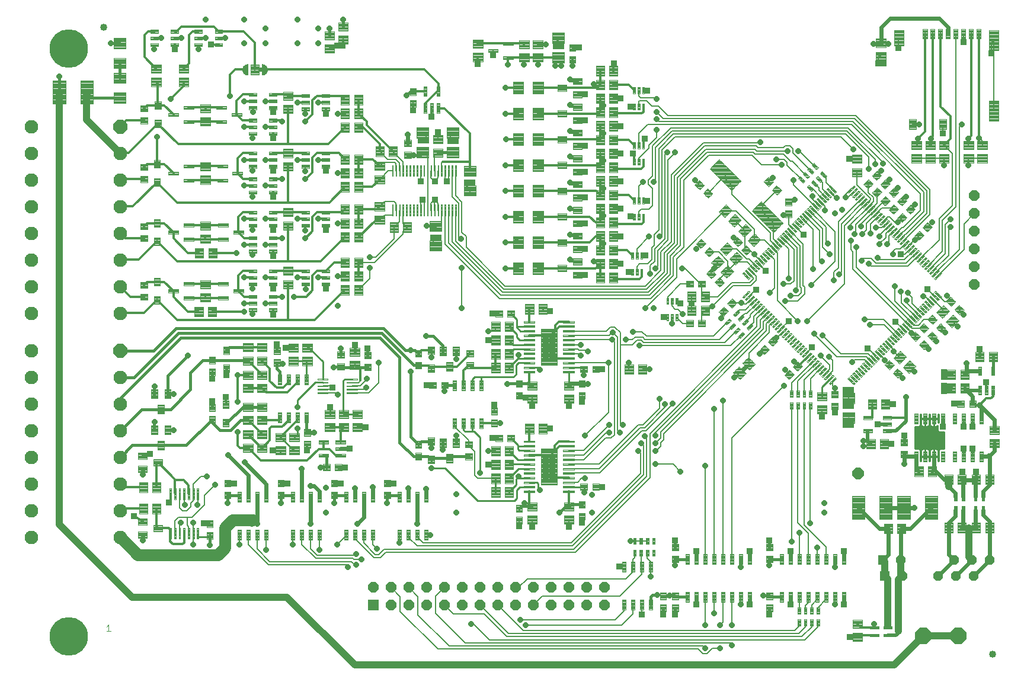
<source format=gtl>
G75*
%MOIN*%
%OFA0B0*%
%FSLAX25Y25*%
%IPPOS*%
%LPD*%
%AMOC8*
5,1,8,0,0,1.08239X$1,22.5*
%
%ADD10C,0.00400*%
%ADD11OC8,0.05906*%
%ADD12R,0.05906X0.05906*%
%ADD13C,0.00394*%
%ADD14C,0.04000*%
%ADD15OC8,0.07677*%
%ADD16C,0.07677*%
%ADD17OC8,0.09055*%
%ADD18C,0.00408*%
%ADD19C,0.00409*%
%ADD20C,0.00396*%
%ADD21C,0.00406*%
%ADD22C,0.00380*%
%ADD23C,0.00404*%
%ADD24C,0.00402*%
%ADD25C,0.00374*%
%ADD26R,0.05315X0.05315*%
%ADD27OC8,0.05315*%
%ADD28C,0.00400*%
%ADD29C,0.00378*%
%ADD30C,0.00413*%
%ADD31C,0.00390*%
%ADD32C,0.00100*%
%ADD33OC8,0.06496*%
%ADD34C,0.21654*%
%ADD35R,0.03175X0.03175*%
%ADD36C,0.00800*%
%ADD37C,0.01200*%
%ADD38OC8,0.03175*%
%ADD39C,0.01600*%
%ADD40C,0.01000*%
%ADD41C,0.02400*%
%ADD42C,0.02000*%
%ADD43C,0.04000*%
%ADD44C,0.06600*%
D10*
X0159308Y0090699D02*
X0161710Y0090699D01*
X0160509Y0090699D02*
X0160509Y0094302D01*
X0159308Y0093101D01*
X0278038Y0224283D02*
X0283838Y0224283D01*
X0278038Y0224283D02*
X0278038Y0224883D01*
X0283838Y0224883D01*
X0283838Y0224283D01*
X0283838Y0224682D02*
X0278038Y0224682D01*
X0278038Y0226251D02*
X0283838Y0226251D01*
X0278038Y0226251D02*
X0278038Y0226851D01*
X0283838Y0226851D01*
X0283838Y0226251D01*
X0283838Y0226650D02*
X0278038Y0226650D01*
X0278038Y0228220D02*
X0283838Y0228220D01*
X0278038Y0228220D02*
X0278038Y0228820D01*
X0283838Y0228820D01*
X0283838Y0228220D01*
X0283838Y0228619D02*
X0278038Y0228619D01*
X0278038Y0230188D02*
X0283838Y0230188D01*
X0278038Y0230188D02*
X0278038Y0230788D01*
X0283838Y0230788D01*
X0283838Y0230188D01*
X0283838Y0230587D02*
X0278038Y0230587D01*
X0278038Y0232157D02*
X0283838Y0232157D01*
X0278038Y0232157D02*
X0278038Y0232757D01*
X0283838Y0232757D01*
X0283838Y0232157D01*
X0283838Y0232556D02*
X0278038Y0232556D01*
X0294538Y0232157D02*
X0300338Y0232157D01*
X0294538Y0232157D02*
X0294538Y0232757D01*
X0300338Y0232757D01*
X0300338Y0232157D01*
X0300338Y0232556D02*
X0294538Y0232556D01*
X0294538Y0230188D02*
X0300338Y0230188D01*
X0294538Y0230188D02*
X0294538Y0230788D01*
X0300338Y0230788D01*
X0300338Y0230188D01*
X0300338Y0230587D02*
X0294538Y0230587D01*
X0294538Y0228220D02*
X0300338Y0228220D01*
X0294538Y0228220D02*
X0294538Y0228820D01*
X0300338Y0228820D01*
X0300338Y0228220D01*
X0300338Y0228619D02*
X0294538Y0228619D01*
X0294538Y0226251D02*
X0300338Y0226251D01*
X0294538Y0226251D02*
X0294538Y0226851D01*
X0300338Y0226851D01*
X0300338Y0226251D01*
X0300338Y0226650D02*
X0294538Y0226650D01*
X0294538Y0224283D02*
X0300338Y0224283D01*
X0294538Y0224283D02*
X0294538Y0224883D01*
X0300338Y0224883D01*
X0300338Y0224283D01*
X0300338Y0224682D02*
X0294538Y0224682D01*
X0455729Y0290920D02*
X0455729Y0294420D01*
X0455729Y0290920D02*
X0454529Y0290920D01*
X0454529Y0294420D01*
X0455729Y0294420D01*
X0455729Y0291319D02*
X0454529Y0291319D01*
X0454529Y0291718D02*
X0455729Y0291718D01*
X0455729Y0292117D02*
X0454529Y0292117D01*
X0454529Y0292516D02*
X0455729Y0292516D01*
X0455729Y0292915D02*
X0454529Y0292915D01*
X0454529Y0293314D02*
X0455729Y0293314D01*
X0455729Y0293713D02*
X0454529Y0293713D01*
X0454529Y0294112D02*
X0455729Y0294112D01*
X0458288Y0294420D02*
X0458288Y0290920D01*
X0457088Y0290920D01*
X0457088Y0294420D01*
X0458288Y0294420D01*
X0458288Y0291319D02*
X0457088Y0291319D01*
X0457088Y0291718D02*
X0458288Y0291718D01*
X0458288Y0292117D02*
X0457088Y0292117D01*
X0457088Y0292516D02*
X0458288Y0292516D01*
X0458288Y0292915D02*
X0457088Y0292915D01*
X0457088Y0293314D02*
X0458288Y0293314D01*
X0458288Y0293713D02*
X0457088Y0293713D01*
X0457088Y0294112D02*
X0458288Y0294112D01*
X0460847Y0294420D02*
X0460847Y0290920D01*
X0459647Y0290920D01*
X0459647Y0294420D01*
X0460847Y0294420D01*
X0460847Y0291319D02*
X0459647Y0291319D01*
X0459647Y0291718D02*
X0460847Y0291718D01*
X0460847Y0292117D02*
X0459647Y0292117D01*
X0459647Y0292516D02*
X0460847Y0292516D01*
X0460847Y0292915D02*
X0459647Y0292915D01*
X0459647Y0293314D02*
X0460847Y0293314D01*
X0460847Y0293713D02*
X0459647Y0293713D01*
X0459647Y0294112D02*
X0460847Y0294112D01*
X0460847Y0300120D02*
X0460847Y0303620D01*
X0460847Y0300120D02*
X0459647Y0300120D01*
X0459647Y0303620D01*
X0460847Y0303620D01*
X0460847Y0300519D02*
X0459647Y0300519D01*
X0459647Y0300918D02*
X0460847Y0300918D01*
X0460847Y0301317D02*
X0459647Y0301317D01*
X0459647Y0301716D02*
X0460847Y0301716D01*
X0460847Y0302115D02*
X0459647Y0302115D01*
X0459647Y0302514D02*
X0460847Y0302514D01*
X0460847Y0302913D02*
X0459647Y0302913D01*
X0459647Y0303312D02*
X0460847Y0303312D01*
X0458288Y0303620D02*
X0458288Y0300120D01*
X0457088Y0300120D01*
X0457088Y0303620D01*
X0458288Y0303620D01*
X0458288Y0300519D02*
X0457088Y0300519D01*
X0457088Y0300918D02*
X0458288Y0300918D01*
X0458288Y0301317D02*
X0457088Y0301317D01*
X0457088Y0301716D02*
X0458288Y0301716D01*
X0458288Y0302115D02*
X0457088Y0302115D01*
X0457088Y0302514D02*
X0458288Y0302514D01*
X0458288Y0302913D02*
X0457088Y0302913D01*
X0457088Y0303312D02*
X0458288Y0303312D01*
X0455729Y0303620D02*
X0455729Y0300120D01*
X0454529Y0300120D01*
X0454529Y0303620D01*
X0455729Y0303620D01*
X0455729Y0300519D02*
X0454529Y0300519D01*
X0454529Y0300918D02*
X0455729Y0300918D01*
X0455729Y0301317D02*
X0454529Y0301317D01*
X0454529Y0301716D02*
X0455729Y0301716D01*
X0455729Y0302115D02*
X0454529Y0302115D01*
X0454529Y0302514D02*
X0455729Y0302514D01*
X0455729Y0302913D02*
X0454529Y0302913D01*
X0454529Y0303312D02*
X0455729Y0303312D01*
X0456729Y0321920D02*
X0456729Y0325420D01*
X0456729Y0321920D02*
X0455529Y0321920D01*
X0455529Y0325420D01*
X0456729Y0325420D01*
X0456729Y0322319D02*
X0455529Y0322319D01*
X0455529Y0322718D02*
X0456729Y0322718D01*
X0456729Y0323117D02*
X0455529Y0323117D01*
X0455529Y0323516D02*
X0456729Y0323516D01*
X0456729Y0323915D02*
X0455529Y0323915D01*
X0455529Y0324314D02*
X0456729Y0324314D01*
X0456729Y0324713D02*
X0455529Y0324713D01*
X0455529Y0325112D02*
X0456729Y0325112D01*
X0459288Y0325420D02*
X0459288Y0321920D01*
X0458088Y0321920D01*
X0458088Y0325420D01*
X0459288Y0325420D01*
X0459288Y0322319D02*
X0458088Y0322319D01*
X0458088Y0322718D02*
X0459288Y0322718D01*
X0459288Y0323117D02*
X0458088Y0323117D01*
X0458088Y0323516D02*
X0459288Y0323516D01*
X0459288Y0323915D02*
X0458088Y0323915D01*
X0458088Y0324314D02*
X0459288Y0324314D01*
X0459288Y0324713D02*
X0458088Y0324713D01*
X0458088Y0325112D02*
X0459288Y0325112D01*
X0461847Y0325420D02*
X0461847Y0321920D01*
X0460647Y0321920D01*
X0460647Y0325420D01*
X0461847Y0325420D01*
X0461847Y0322319D02*
X0460647Y0322319D01*
X0460647Y0322718D02*
X0461847Y0322718D01*
X0461847Y0323117D02*
X0460647Y0323117D01*
X0460647Y0323516D02*
X0461847Y0323516D01*
X0461847Y0323915D02*
X0460647Y0323915D01*
X0460647Y0324314D02*
X0461847Y0324314D01*
X0461847Y0324713D02*
X0460647Y0324713D01*
X0460647Y0325112D02*
X0461847Y0325112D01*
X0461847Y0331120D02*
X0461847Y0334620D01*
X0461847Y0331120D02*
X0460647Y0331120D01*
X0460647Y0334620D01*
X0461847Y0334620D01*
X0461847Y0331519D02*
X0460647Y0331519D01*
X0460647Y0331918D02*
X0461847Y0331918D01*
X0461847Y0332317D02*
X0460647Y0332317D01*
X0460647Y0332716D02*
X0461847Y0332716D01*
X0461847Y0333115D02*
X0460647Y0333115D01*
X0460647Y0333514D02*
X0461847Y0333514D01*
X0461847Y0333913D02*
X0460647Y0333913D01*
X0460647Y0334312D02*
X0461847Y0334312D01*
X0459288Y0334620D02*
X0459288Y0331120D01*
X0458088Y0331120D01*
X0458088Y0334620D01*
X0459288Y0334620D01*
X0459288Y0331519D02*
X0458088Y0331519D01*
X0458088Y0331918D02*
X0459288Y0331918D01*
X0459288Y0332317D02*
X0458088Y0332317D01*
X0458088Y0332716D02*
X0459288Y0332716D01*
X0459288Y0333115D02*
X0458088Y0333115D01*
X0458088Y0333514D02*
X0459288Y0333514D01*
X0459288Y0333913D02*
X0458088Y0333913D01*
X0458088Y0334312D02*
X0459288Y0334312D01*
X0456729Y0334620D02*
X0456729Y0331120D01*
X0455529Y0331120D01*
X0455529Y0334620D01*
X0456729Y0334620D01*
X0456729Y0331519D02*
X0455529Y0331519D01*
X0455529Y0331918D02*
X0456729Y0331918D01*
X0456729Y0332317D02*
X0455529Y0332317D01*
X0455529Y0332716D02*
X0456729Y0332716D01*
X0456729Y0333115D02*
X0455529Y0333115D01*
X0455529Y0333514D02*
X0456729Y0333514D01*
X0456729Y0333913D02*
X0455529Y0333913D01*
X0455529Y0334312D02*
X0456729Y0334312D01*
X0456729Y0352920D02*
X0456729Y0356420D01*
X0456729Y0352920D02*
X0455529Y0352920D01*
X0455529Y0356420D01*
X0456729Y0356420D01*
X0456729Y0353319D02*
X0455529Y0353319D01*
X0455529Y0353718D02*
X0456729Y0353718D01*
X0456729Y0354117D02*
X0455529Y0354117D01*
X0455529Y0354516D02*
X0456729Y0354516D01*
X0456729Y0354915D02*
X0455529Y0354915D01*
X0455529Y0355314D02*
X0456729Y0355314D01*
X0456729Y0355713D02*
X0455529Y0355713D01*
X0455529Y0356112D02*
X0456729Y0356112D01*
X0459288Y0356420D02*
X0459288Y0352920D01*
X0458088Y0352920D01*
X0458088Y0356420D01*
X0459288Y0356420D01*
X0459288Y0353319D02*
X0458088Y0353319D01*
X0458088Y0353718D02*
X0459288Y0353718D01*
X0459288Y0354117D02*
X0458088Y0354117D01*
X0458088Y0354516D02*
X0459288Y0354516D01*
X0459288Y0354915D02*
X0458088Y0354915D01*
X0458088Y0355314D02*
X0459288Y0355314D01*
X0459288Y0355713D02*
X0458088Y0355713D01*
X0458088Y0356112D02*
X0459288Y0356112D01*
X0461847Y0356420D02*
X0461847Y0352920D01*
X0460647Y0352920D01*
X0460647Y0356420D01*
X0461847Y0356420D01*
X0461847Y0353319D02*
X0460647Y0353319D01*
X0460647Y0353718D02*
X0461847Y0353718D01*
X0461847Y0354117D02*
X0460647Y0354117D01*
X0460647Y0354516D02*
X0461847Y0354516D01*
X0461847Y0354915D02*
X0460647Y0354915D01*
X0460647Y0355314D02*
X0461847Y0355314D01*
X0461847Y0355713D02*
X0460647Y0355713D01*
X0460647Y0356112D02*
X0461847Y0356112D01*
X0461847Y0362120D02*
X0461847Y0365620D01*
X0461847Y0362120D02*
X0460647Y0362120D01*
X0460647Y0365620D01*
X0461847Y0365620D01*
X0461847Y0362519D02*
X0460647Y0362519D01*
X0460647Y0362918D02*
X0461847Y0362918D01*
X0461847Y0363317D02*
X0460647Y0363317D01*
X0460647Y0363716D02*
X0461847Y0363716D01*
X0461847Y0364115D02*
X0460647Y0364115D01*
X0460647Y0364514D02*
X0461847Y0364514D01*
X0461847Y0364913D02*
X0460647Y0364913D01*
X0460647Y0365312D02*
X0461847Y0365312D01*
X0459288Y0365620D02*
X0459288Y0362120D01*
X0458088Y0362120D01*
X0458088Y0365620D01*
X0459288Y0365620D01*
X0459288Y0362519D02*
X0458088Y0362519D01*
X0458088Y0362918D02*
X0459288Y0362918D01*
X0459288Y0363317D02*
X0458088Y0363317D01*
X0458088Y0363716D02*
X0459288Y0363716D01*
X0459288Y0364115D02*
X0458088Y0364115D01*
X0458088Y0364514D02*
X0459288Y0364514D01*
X0459288Y0364913D02*
X0458088Y0364913D01*
X0458088Y0365312D02*
X0459288Y0365312D01*
X0456729Y0365620D02*
X0456729Y0362120D01*
X0455529Y0362120D01*
X0455529Y0365620D01*
X0456729Y0365620D01*
X0456729Y0362519D02*
X0455529Y0362519D01*
X0455529Y0362918D02*
X0456729Y0362918D01*
X0456729Y0363317D02*
X0455529Y0363317D01*
X0455529Y0363716D02*
X0456729Y0363716D01*
X0456729Y0364115D02*
X0455529Y0364115D01*
X0455529Y0364514D02*
X0456729Y0364514D01*
X0456729Y0364913D02*
X0455529Y0364913D01*
X0455529Y0365312D02*
X0456729Y0365312D01*
X0456729Y0383920D02*
X0456729Y0387420D01*
X0456729Y0383920D02*
X0455529Y0383920D01*
X0455529Y0387420D01*
X0456729Y0387420D01*
X0456729Y0384319D02*
X0455529Y0384319D01*
X0455529Y0384718D02*
X0456729Y0384718D01*
X0456729Y0385117D02*
X0455529Y0385117D01*
X0455529Y0385516D02*
X0456729Y0385516D01*
X0456729Y0385915D02*
X0455529Y0385915D01*
X0455529Y0386314D02*
X0456729Y0386314D01*
X0456729Y0386713D02*
X0455529Y0386713D01*
X0455529Y0387112D02*
X0456729Y0387112D01*
X0459288Y0387420D02*
X0459288Y0383920D01*
X0458088Y0383920D01*
X0458088Y0387420D01*
X0459288Y0387420D01*
X0459288Y0384319D02*
X0458088Y0384319D01*
X0458088Y0384718D02*
X0459288Y0384718D01*
X0459288Y0385117D02*
X0458088Y0385117D01*
X0458088Y0385516D02*
X0459288Y0385516D01*
X0459288Y0385915D02*
X0458088Y0385915D01*
X0458088Y0386314D02*
X0459288Y0386314D01*
X0459288Y0386713D02*
X0458088Y0386713D01*
X0458088Y0387112D02*
X0459288Y0387112D01*
X0461847Y0387420D02*
X0461847Y0383920D01*
X0460647Y0383920D01*
X0460647Y0387420D01*
X0461847Y0387420D01*
X0461847Y0384319D02*
X0460647Y0384319D01*
X0460647Y0384718D02*
X0461847Y0384718D01*
X0461847Y0385117D02*
X0460647Y0385117D01*
X0460647Y0385516D02*
X0461847Y0385516D01*
X0461847Y0385915D02*
X0460647Y0385915D01*
X0460647Y0386314D02*
X0461847Y0386314D01*
X0461847Y0386713D02*
X0460647Y0386713D01*
X0460647Y0387112D02*
X0461847Y0387112D01*
X0461847Y0393120D02*
X0461847Y0396620D01*
X0461847Y0393120D02*
X0460647Y0393120D01*
X0460647Y0396620D01*
X0461847Y0396620D01*
X0461847Y0393519D02*
X0460647Y0393519D01*
X0460647Y0393918D02*
X0461847Y0393918D01*
X0461847Y0394317D02*
X0460647Y0394317D01*
X0460647Y0394716D02*
X0461847Y0394716D01*
X0461847Y0395115D02*
X0460647Y0395115D01*
X0460647Y0395514D02*
X0461847Y0395514D01*
X0461847Y0395913D02*
X0460647Y0395913D01*
X0460647Y0396312D02*
X0461847Y0396312D01*
X0459288Y0396620D02*
X0459288Y0393120D01*
X0458088Y0393120D01*
X0458088Y0396620D01*
X0459288Y0396620D01*
X0459288Y0393519D02*
X0458088Y0393519D01*
X0458088Y0393918D02*
X0459288Y0393918D01*
X0459288Y0394317D02*
X0458088Y0394317D01*
X0458088Y0394716D02*
X0459288Y0394716D01*
X0459288Y0395115D02*
X0458088Y0395115D01*
X0458088Y0395514D02*
X0459288Y0395514D01*
X0459288Y0395913D02*
X0458088Y0395913D01*
X0458088Y0396312D02*
X0459288Y0396312D01*
X0456729Y0396620D02*
X0456729Y0393120D01*
X0455529Y0393120D01*
X0455529Y0396620D01*
X0456729Y0396620D01*
X0456729Y0393519D02*
X0455529Y0393519D01*
X0455529Y0393918D02*
X0456729Y0393918D01*
X0456729Y0394317D02*
X0455529Y0394317D01*
X0455529Y0394716D02*
X0456729Y0394716D01*
X0456729Y0395115D02*
X0455529Y0395115D01*
X0455529Y0395514D02*
X0456729Y0395514D01*
X0456729Y0395913D02*
X0455529Y0395913D01*
X0455529Y0396312D02*
X0456729Y0396312D01*
X0475479Y0278120D02*
X0475479Y0274620D01*
X0474279Y0274620D01*
X0474279Y0278120D01*
X0475479Y0278120D01*
X0475479Y0275019D02*
X0474279Y0275019D01*
X0474279Y0275418D02*
X0475479Y0275418D01*
X0475479Y0275817D02*
X0474279Y0275817D01*
X0474279Y0276216D02*
X0475479Y0276216D01*
X0475479Y0276615D02*
X0474279Y0276615D01*
X0474279Y0277014D02*
X0475479Y0277014D01*
X0475479Y0277413D02*
X0474279Y0277413D01*
X0474279Y0277812D02*
X0475479Y0277812D01*
X0478038Y0278120D02*
X0478038Y0274620D01*
X0476838Y0274620D01*
X0476838Y0278120D01*
X0478038Y0278120D01*
X0478038Y0275019D02*
X0476838Y0275019D01*
X0476838Y0275418D02*
X0478038Y0275418D01*
X0478038Y0275817D02*
X0476838Y0275817D01*
X0476838Y0276216D02*
X0478038Y0276216D01*
X0478038Y0276615D02*
X0476838Y0276615D01*
X0476838Y0277014D02*
X0478038Y0277014D01*
X0478038Y0277413D02*
X0476838Y0277413D01*
X0476838Y0277812D02*
X0478038Y0277812D01*
X0480597Y0278120D02*
X0480597Y0274620D01*
X0479397Y0274620D01*
X0479397Y0278120D01*
X0480597Y0278120D01*
X0480597Y0275019D02*
X0479397Y0275019D01*
X0479397Y0275418D02*
X0480597Y0275418D01*
X0480597Y0275817D02*
X0479397Y0275817D01*
X0479397Y0276216D02*
X0480597Y0276216D01*
X0480597Y0276615D02*
X0479397Y0276615D01*
X0479397Y0277014D02*
X0480597Y0277014D01*
X0480597Y0277413D02*
X0479397Y0277413D01*
X0479397Y0277812D02*
X0480597Y0277812D01*
X0480597Y0268920D02*
X0480597Y0265420D01*
X0479397Y0265420D01*
X0479397Y0268920D01*
X0480597Y0268920D01*
X0480597Y0265819D02*
X0479397Y0265819D01*
X0479397Y0266218D02*
X0480597Y0266218D01*
X0480597Y0266617D02*
X0479397Y0266617D01*
X0479397Y0267016D02*
X0480597Y0267016D01*
X0480597Y0267415D02*
X0479397Y0267415D01*
X0479397Y0267814D02*
X0480597Y0267814D01*
X0480597Y0268213D02*
X0479397Y0268213D01*
X0479397Y0268612D02*
X0480597Y0268612D01*
X0478038Y0268920D02*
X0478038Y0265420D01*
X0476838Y0265420D01*
X0476838Y0268920D01*
X0478038Y0268920D01*
X0478038Y0265819D02*
X0476838Y0265819D01*
X0476838Y0266218D02*
X0478038Y0266218D01*
X0478038Y0266617D02*
X0476838Y0266617D01*
X0476838Y0267016D02*
X0478038Y0267016D01*
X0478038Y0267415D02*
X0476838Y0267415D01*
X0476838Y0267814D02*
X0478038Y0267814D01*
X0478038Y0268213D02*
X0476838Y0268213D01*
X0476838Y0268612D02*
X0478038Y0268612D01*
X0475479Y0268920D02*
X0475479Y0265420D01*
X0474279Y0265420D01*
X0474279Y0268920D01*
X0475479Y0268920D01*
X0475479Y0265819D02*
X0474279Y0265819D01*
X0474279Y0266218D02*
X0475479Y0266218D01*
X0475479Y0266617D02*
X0474279Y0266617D01*
X0474279Y0267016D02*
X0475479Y0267016D01*
X0475479Y0267415D02*
X0474279Y0267415D01*
X0474279Y0267814D02*
X0475479Y0267814D01*
X0475479Y0268213D02*
X0474279Y0268213D01*
X0474279Y0268612D02*
X0475479Y0268612D01*
X0249238Y0406820D02*
X0247638Y0406820D01*
X0249238Y0406820D02*
X0249238Y0406220D01*
X0247638Y0406220D01*
X0247638Y0406820D01*
X0247638Y0406619D02*
X0249238Y0406619D01*
X0244988Y0409320D02*
X0240388Y0409320D01*
X0244988Y0409320D02*
X0244988Y0403720D01*
X0240388Y0403720D01*
X0240388Y0409320D01*
X0240388Y0404119D02*
X0244988Y0404119D01*
X0244988Y0404518D02*
X0240388Y0404518D01*
X0240388Y0404917D02*
X0244988Y0404917D01*
X0244988Y0405316D02*
X0240388Y0405316D01*
X0240388Y0405715D02*
X0244988Y0405715D01*
X0244988Y0406114D02*
X0240388Y0406114D01*
X0240388Y0406513D02*
X0244988Y0406513D01*
X0244988Y0406912D02*
X0240388Y0406912D01*
X0240388Y0407311D02*
X0244988Y0407311D01*
X0244988Y0407710D02*
X0240388Y0407710D01*
X0240388Y0408109D02*
X0244988Y0408109D01*
X0244988Y0408508D02*
X0240388Y0408508D01*
X0240388Y0408907D02*
X0244988Y0408907D01*
X0244988Y0409306D02*
X0240388Y0409306D01*
X0237738Y0406820D02*
X0236138Y0406820D01*
X0237738Y0406820D02*
X0237738Y0406220D01*
X0236138Y0406220D01*
X0236138Y0406820D01*
X0236138Y0406619D02*
X0237738Y0406619D01*
D11*
X0647438Y0335520D03*
X0647438Y0325520D03*
X0647438Y0315520D03*
X0647438Y0305520D03*
X0647438Y0295520D03*
X0647438Y0285520D03*
X0439333Y0115232D03*
X0429333Y0115232D03*
X0419333Y0115232D03*
X0409333Y0115232D03*
X0399333Y0115232D03*
X0389333Y0115232D03*
X0379333Y0115232D03*
X0369333Y0115232D03*
X0359333Y0115232D03*
X0349333Y0115232D03*
X0339333Y0115232D03*
X0329333Y0115232D03*
X0319333Y0115232D03*
X0309333Y0115232D03*
X0319333Y0105232D03*
X0329333Y0105232D03*
X0339333Y0105232D03*
X0349333Y0105232D03*
X0359333Y0105232D03*
X0369333Y0105232D03*
X0379333Y0105232D03*
X0389333Y0105232D03*
X0399333Y0105232D03*
X0409333Y0105232D03*
X0419333Y0105232D03*
X0429333Y0105232D03*
X0439333Y0105232D03*
D12*
X0309333Y0105232D03*
D13*
X0389667Y0150955D02*
X0389667Y0154891D01*
X0393209Y0154891D01*
X0393209Y0150955D01*
X0389667Y0150955D01*
X0389667Y0151348D02*
X0393209Y0151348D01*
X0393209Y0151741D02*
X0389667Y0151741D01*
X0389667Y0152134D02*
X0393209Y0152134D01*
X0393209Y0152527D02*
X0389667Y0152527D01*
X0389667Y0152920D02*
X0393209Y0152920D01*
X0393209Y0153313D02*
X0389667Y0153313D01*
X0389667Y0153706D02*
X0393209Y0153706D01*
X0393209Y0154099D02*
X0389667Y0154099D01*
X0389667Y0154492D02*
X0393209Y0154492D01*
X0393209Y0154885D02*
X0389667Y0154885D01*
X0389667Y0157648D02*
X0389667Y0161584D01*
X0393209Y0161584D01*
X0393209Y0157648D01*
X0389667Y0157648D01*
X0389667Y0158041D02*
X0393209Y0158041D01*
X0393209Y0158434D02*
X0389667Y0158434D01*
X0389667Y0158827D02*
X0393209Y0158827D01*
X0393209Y0159220D02*
X0389667Y0159220D01*
X0389667Y0159613D02*
X0393209Y0159613D01*
X0393209Y0160006D02*
X0389667Y0160006D01*
X0389667Y0160399D02*
X0393209Y0160399D01*
X0393209Y0160792D02*
X0389667Y0160792D01*
X0389667Y0161185D02*
X0393209Y0161185D01*
X0393209Y0161578D02*
X0389667Y0161578D01*
X0424917Y0159898D02*
X0424917Y0163834D01*
X0428459Y0163834D01*
X0428459Y0159898D01*
X0424917Y0159898D01*
X0424917Y0160291D02*
X0428459Y0160291D01*
X0428459Y0160684D02*
X0424917Y0160684D01*
X0424917Y0161077D02*
X0428459Y0161077D01*
X0428459Y0161470D02*
X0424917Y0161470D01*
X0424917Y0161863D02*
X0428459Y0161863D01*
X0428459Y0162256D02*
X0424917Y0162256D01*
X0424917Y0162649D02*
X0428459Y0162649D01*
X0428459Y0163042D02*
X0424917Y0163042D01*
X0424917Y0163435D02*
X0428459Y0163435D01*
X0428459Y0163828D02*
X0424917Y0163828D01*
X0425873Y0169999D02*
X0429809Y0169999D01*
X0425873Y0169999D02*
X0425873Y0173541D01*
X0429809Y0173541D01*
X0429809Y0169999D01*
X0429809Y0170392D02*
X0425873Y0170392D01*
X0425873Y0170785D02*
X0429809Y0170785D01*
X0429809Y0171178D02*
X0425873Y0171178D01*
X0425873Y0171571D02*
X0429809Y0171571D01*
X0429809Y0171964D02*
X0425873Y0171964D01*
X0425873Y0172357D02*
X0429809Y0172357D01*
X0429809Y0172750D02*
X0425873Y0172750D01*
X0425873Y0173143D02*
X0429809Y0173143D01*
X0429809Y0173536D02*
X0425873Y0173536D01*
X0432566Y0169999D02*
X0436502Y0169999D01*
X0432566Y0169999D02*
X0432566Y0173541D01*
X0436502Y0173541D01*
X0436502Y0169999D01*
X0436502Y0170392D02*
X0432566Y0170392D01*
X0432566Y0170785D02*
X0436502Y0170785D01*
X0436502Y0171178D02*
X0432566Y0171178D01*
X0432566Y0171571D02*
X0436502Y0171571D01*
X0436502Y0171964D02*
X0432566Y0171964D01*
X0432566Y0172357D02*
X0436502Y0172357D01*
X0436502Y0172750D02*
X0432566Y0172750D01*
X0432566Y0173143D02*
X0436502Y0173143D01*
X0436502Y0173536D02*
X0432566Y0173536D01*
X0424917Y0157141D02*
X0424917Y0153205D01*
X0424917Y0157141D02*
X0428459Y0157141D01*
X0428459Y0153205D01*
X0424917Y0153205D01*
X0424917Y0153598D02*
X0428459Y0153598D01*
X0428459Y0153991D02*
X0424917Y0153991D01*
X0424917Y0154384D02*
X0428459Y0154384D01*
X0428459Y0154777D02*
X0424917Y0154777D01*
X0424917Y0155170D02*
X0428459Y0155170D01*
X0428459Y0155563D02*
X0424917Y0155563D01*
X0424917Y0155956D02*
X0428459Y0155956D01*
X0428459Y0156349D02*
X0424917Y0156349D01*
X0424917Y0156742D02*
X0428459Y0156742D01*
X0428459Y0157135D02*
X0424917Y0157135D01*
X0455586Y0139595D02*
X0457160Y0139595D01*
X0455586Y0139595D02*
X0455586Y0143137D01*
X0457160Y0143137D01*
X0457160Y0139595D01*
X0457160Y0139988D02*
X0455586Y0139988D01*
X0455586Y0140381D02*
X0457160Y0140381D01*
X0457160Y0140774D02*
X0455586Y0140774D01*
X0455586Y0141167D02*
X0457160Y0141167D01*
X0457160Y0141560D02*
X0455586Y0141560D01*
X0455586Y0141953D02*
X0457160Y0141953D01*
X0457160Y0142346D02*
X0455586Y0142346D01*
X0455586Y0142739D02*
X0457160Y0142739D01*
X0457160Y0143132D02*
X0455586Y0143132D01*
X0459129Y0139595D02*
X0460703Y0139595D01*
X0459129Y0139595D02*
X0459129Y0143137D01*
X0460703Y0143137D01*
X0460703Y0139595D01*
X0460703Y0139988D02*
X0459129Y0139988D01*
X0459129Y0140381D02*
X0460703Y0140381D01*
X0460703Y0140774D02*
X0459129Y0140774D01*
X0459129Y0141167D02*
X0460703Y0141167D01*
X0460703Y0141560D02*
X0459129Y0141560D01*
X0459129Y0141953D02*
X0460703Y0141953D01*
X0460703Y0142346D02*
X0459129Y0142346D01*
X0459129Y0142739D02*
X0460703Y0142739D01*
X0460703Y0143132D02*
X0459129Y0143132D01*
X0462672Y0139595D02*
X0464246Y0139595D01*
X0462672Y0139595D02*
X0462672Y0143137D01*
X0464246Y0143137D01*
X0464246Y0139595D01*
X0464246Y0139988D02*
X0462672Y0139988D01*
X0462672Y0140381D02*
X0464246Y0140381D01*
X0464246Y0140774D02*
X0462672Y0140774D01*
X0462672Y0141167D02*
X0464246Y0141167D01*
X0464246Y0141560D02*
X0462672Y0141560D01*
X0462672Y0141953D02*
X0464246Y0141953D01*
X0464246Y0142346D02*
X0462672Y0142346D01*
X0462672Y0142739D02*
X0464246Y0142739D01*
X0464246Y0143132D02*
X0462672Y0143132D01*
X0466216Y0139595D02*
X0467790Y0139595D01*
X0466216Y0139595D02*
X0466216Y0143137D01*
X0467790Y0143137D01*
X0467790Y0139595D01*
X0467790Y0139988D02*
X0466216Y0139988D01*
X0466216Y0140381D02*
X0467790Y0140381D01*
X0467790Y0140774D02*
X0466216Y0140774D01*
X0466216Y0141167D02*
X0467790Y0141167D01*
X0467790Y0141560D02*
X0466216Y0141560D01*
X0466216Y0141953D02*
X0467790Y0141953D01*
X0467790Y0142346D02*
X0466216Y0142346D01*
X0466216Y0142739D02*
X0467790Y0142739D01*
X0467790Y0143132D02*
X0466216Y0143132D01*
X0466216Y0132902D02*
X0467790Y0132902D01*
X0466216Y0132902D02*
X0466216Y0136444D01*
X0467790Y0136444D01*
X0467790Y0132902D01*
X0467790Y0133295D02*
X0466216Y0133295D01*
X0466216Y0133688D02*
X0467790Y0133688D01*
X0467790Y0134081D02*
X0466216Y0134081D01*
X0466216Y0134474D02*
X0467790Y0134474D01*
X0467790Y0134867D02*
X0466216Y0134867D01*
X0466216Y0135260D02*
X0467790Y0135260D01*
X0467790Y0135653D02*
X0466216Y0135653D01*
X0466216Y0136046D02*
X0467790Y0136046D01*
X0467790Y0136439D02*
X0466216Y0136439D01*
X0464246Y0132902D02*
X0462672Y0132902D01*
X0462672Y0136444D01*
X0464246Y0136444D01*
X0464246Y0132902D01*
X0464246Y0133295D02*
X0462672Y0133295D01*
X0462672Y0133688D02*
X0464246Y0133688D01*
X0464246Y0134081D02*
X0462672Y0134081D01*
X0462672Y0134474D02*
X0464246Y0134474D01*
X0464246Y0134867D02*
X0462672Y0134867D01*
X0462672Y0135260D02*
X0464246Y0135260D01*
X0464246Y0135653D02*
X0462672Y0135653D01*
X0462672Y0136046D02*
X0464246Y0136046D01*
X0464246Y0136439D02*
X0462672Y0136439D01*
X0460703Y0132902D02*
X0459129Y0132902D01*
X0459129Y0136444D01*
X0460703Y0136444D01*
X0460703Y0132902D01*
X0460703Y0133295D02*
X0459129Y0133295D01*
X0459129Y0133688D02*
X0460703Y0133688D01*
X0460703Y0134081D02*
X0459129Y0134081D01*
X0459129Y0134474D02*
X0460703Y0134474D01*
X0460703Y0134867D02*
X0459129Y0134867D01*
X0459129Y0135260D02*
X0460703Y0135260D01*
X0460703Y0135653D02*
X0459129Y0135653D01*
X0459129Y0136046D02*
X0460703Y0136046D01*
X0460703Y0136439D02*
X0459129Y0136439D01*
X0457160Y0132902D02*
X0455586Y0132902D01*
X0455586Y0136444D01*
X0457160Y0136444D01*
X0457160Y0132902D01*
X0457160Y0133295D02*
X0455586Y0133295D01*
X0455586Y0133688D02*
X0457160Y0133688D01*
X0457160Y0134081D02*
X0455586Y0134081D01*
X0455586Y0134474D02*
X0457160Y0134474D01*
X0457160Y0134867D02*
X0455586Y0134867D01*
X0455586Y0135260D02*
X0457160Y0135260D01*
X0457160Y0135653D02*
X0455586Y0135653D01*
X0455586Y0136046D02*
X0457160Y0136046D01*
X0457160Y0136439D02*
X0455586Y0136439D01*
X0477417Y0135898D02*
X0477417Y0139834D01*
X0480959Y0139834D01*
X0480959Y0135898D01*
X0477417Y0135898D01*
X0477417Y0136291D02*
X0480959Y0136291D01*
X0480959Y0136684D02*
X0477417Y0136684D01*
X0477417Y0137077D02*
X0480959Y0137077D01*
X0480959Y0137470D02*
X0477417Y0137470D01*
X0477417Y0137863D02*
X0480959Y0137863D01*
X0480959Y0138256D02*
X0477417Y0138256D01*
X0477417Y0138649D02*
X0480959Y0138649D01*
X0480959Y0139042D02*
X0477417Y0139042D01*
X0477417Y0139435D02*
X0480959Y0139435D01*
X0480959Y0139828D02*
X0477417Y0139828D01*
X0477417Y0133141D02*
X0477417Y0129205D01*
X0477417Y0133141D02*
X0480959Y0133141D01*
X0480959Y0129205D01*
X0477417Y0129205D01*
X0477417Y0129598D02*
X0480959Y0129598D01*
X0480959Y0129991D02*
X0477417Y0129991D01*
X0477417Y0130384D02*
X0480959Y0130384D01*
X0480959Y0130777D02*
X0477417Y0130777D01*
X0477417Y0131170D02*
X0480959Y0131170D01*
X0480959Y0131563D02*
X0477417Y0131563D01*
X0477417Y0131956D02*
X0480959Y0131956D01*
X0480959Y0132349D02*
X0477417Y0132349D01*
X0477417Y0132742D02*
X0480959Y0132742D01*
X0480959Y0133135D02*
X0477417Y0133135D01*
X0477417Y0112334D02*
X0477417Y0108398D01*
X0477417Y0112334D02*
X0480959Y0112334D01*
X0480959Y0108398D01*
X0477417Y0108398D01*
X0477417Y0108791D02*
X0480959Y0108791D01*
X0480959Y0109184D02*
X0477417Y0109184D01*
X0477417Y0109577D02*
X0480959Y0109577D01*
X0480959Y0109970D02*
X0477417Y0109970D01*
X0477417Y0110363D02*
X0480959Y0110363D01*
X0480959Y0110756D02*
X0477417Y0110756D01*
X0477417Y0111149D02*
X0480959Y0111149D01*
X0480959Y0111542D02*
X0477417Y0111542D01*
X0477417Y0111935D02*
X0480959Y0111935D01*
X0480959Y0112328D02*
X0477417Y0112328D01*
X0474209Y0112334D02*
X0474209Y0108398D01*
X0470667Y0108398D01*
X0470667Y0112334D01*
X0474209Y0112334D01*
X0474209Y0108791D02*
X0470667Y0108791D01*
X0470667Y0109184D02*
X0474209Y0109184D01*
X0474209Y0109577D02*
X0470667Y0109577D01*
X0470667Y0109970D02*
X0474209Y0109970D01*
X0474209Y0110363D02*
X0470667Y0110363D01*
X0470667Y0110756D02*
X0474209Y0110756D01*
X0474209Y0111149D02*
X0470667Y0111149D01*
X0470667Y0111542D02*
X0474209Y0111542D01*
X0474209Y0111935D02*
X0470667Y0111935D01*
X0470667Y0112328D02*
X0474209Y0112328D01*
X0474209Y0105641D02*
X0474209Y0101705D01*
X0470667Y0101705D01*
X0470667Y0105641D01*
X0474209Y0105641D01*
X0474209Y0102098D02*
X0470667Y0102098D01*
X0470667Y0102491D02*
X0474209Y0102491D01*
X0474209Y0102884D02*
X0470667Y0102884D01*
X0470667Y0103277D02*
X0474209Y0103277D01*
X0474209Y0103670D02*
X0470667Y0103670D01*
X0470667Y0104063D02*
X0474209Y0104063D01*
X0474209Y0104456D02*
X0470667Y0104456D01*
X0470667Y0104849D02*
X0474209Y0104849D01*
X0474209Y0105242D02*
X0470667Y0105242D01*
X0470667Y0105635D02*
X0474209Y0105635D01*
X0477417Y0105641D02*
X0477417Y0101705D01*
X0477417Y0105641D02*
X0480959Y0105641D01*
X0480959Y0101705D01*
X0477417Y0101705D01*
X0477417Y0102098D02*
X0480959Y0102098D01*
X0480959Y0102491D02*
X0477417Y0102491D01*
X0477417Y0102884D02*
X0480959Y0102884D01*
X0480959Y0103277D02*
X0477417Y0103277D01*
X0477417Y0103670D02*
X0480959Y0103670D01*
X0480959Y0104063D02*
X0477417Y0104063D01*
X0477417Y0104456D02*
X0480959Y0104456D01*
X0480959Y0104849D02*
X0477417Y0104849D01*
X0477417Y0105242D02*
X0480959Y0105242D01*
X0480959Y0105635D02*
X0477417Y0105635D01*
X0530417Y0105641D02*
X0530417Y0101705D01*
X0530417Y0105641D02*
X0533959Y0105641D01*
X0533959Y0101705D01*
X0530417Y0101705D01*
X0530417Y0102098D02*
X0533959Y0102098D01*
X0533959Y0102491D02*
X0530417Y0102491D01*
X0530417Y0102884D02*
X0533959Y0102884D01*
X0533959Y0103277D02*
X0530417Y0103277D01*
X0530417Y0103670D02*
X0533959Y0103670D01*
X0533959Y0104063D02*
X0530417Y0104063D01*
X0530417Y0104456D02*
X0533959Y0104456D01*
X0533959Y0104849D02*
X0530417Y0104849D01*
X0530417Y0105242D02*
X0533959Y0105242D01*
X0533959Y0105635D02*
X0530417Y0105635D01*
X0530417Y0108398D02*
X0530417Y0112334D01*
X0533959Y0112334D01*
X0533959Y0108398D01*
X0530417Y0108398D01*
X0530417Y0108791D02*
X0533959Y0108791D01*
X0533959Y0109184D02*
X0530417Y0109184D01*
X0530417Y0109577D02*
X0533959Y0109577D01*
X0533959Y0109970D02*
X0530417Y0109970D01*
X0530417Y0110363D02*
X0533959Y0110363D01*
X0533959Y0110756D02*
X0530417Y0110756D01*
X0530417Y0111149D02*
X0533959Y0111149D01*
X0533959Y0111542D02*
X0530417Y0111542D01*
X0530417Y0111935D02*
X0533959Y0111935D01*
X0533959Y0112328D02*
X0530417Y0112328D01*
X0548086Y0103887D02*
X0549660Y0103887D01*
X0549660Y0100345D01*
X0548086Y0100345D01*
X0548086Y0103887D01*
X0548086Y0100738D02*
X0549660Y0100738D01*
X0549660Y0101131D02*
X0548086Y0101131D01*
X0548086Y0101524D02*
X0549660Y0101524D01*
X0549660Y0101917D02*
X0548086Y0101917D01*
X0548086Y0102310D02*
X0549660Y0102310D01*
X0549660Y0102703D02*
X0548086Y0102703D01*
X0548086Y0103096D02*
X0549660Y0103096D01*
X0549660Y0103489D02*
X0548086Y0103489D01*
X0548086Y0103882D02*
X0549660Y0103882D01*
X0551629Y0103887D02*
X0553203Y0103887D01*
X0553203Y0100345D01*
X0551629Y0100345D01*
X0551629Y0103887D01*
X0551629Y0100738D02*
X0553203Y0100738D01*
X0553203Y0101131D02*
X0551629Y0101131D01*
X0551629Y0101524D02*
X0553203Y0101524D01*
X0553203Y0101917D02*
X0551629Y0101917D01*
X0551629Y0102310D02*
X0553203Y0102310D01*
X0553203Y0102703D02*
X0551629Y0102703D01*
X0551629Y0103096D02*
X0553203Y0103096D01*
X0553203Y0103489D02*
X0551629Y0103489D01*
X0551629Y0103882D02*
X0553203Y0103882D01*
X0555172Y0103887D02*
X0556746Y0103887D01*
X0556746Y0100345D01*
X0555172Y0100345D01*
X0555172Y0103887D01*
X0555172Y0100738D02*
X0556746Y0100738D01*
X0556746Y0101131D02*
X0555172Y0101131D01*
X0555172Y0101524D02*
X0556746Y0101524D01*
X0556746Y0101917D02*
X0555172Y0101917D01*
X0555172Y0102310D02*
X0556746Y0102310D01*
X0556746Y0102703D02*
X0555172Y0102703D01*
X0555172Y0103096D02*
X0556746Y0103096D01*
X0556746Y0103489D02*
X0555172Y0103489D01*
X0555172Y0103882D02*
X0556746Y0103882D01*
X0558716Y0103887D02*
X0560290Y0103887D01*
X0560290Y0100345D01*
X0558716Y0100345D01*
X0558716Y0103887D01*
X0558716Y0100738D02*
X0560290Y0100738D01*
X0560290Y0101131D02*
X0558716Y0101131D01*
X0558716Y0101524D02*
X0560290Y0101524D01*
X0560290Y0101917D02*
X0558716Y0101917D01*
X0558716Y0102310D02*
X0560290Y0102310D01*
X0560290Y0102703D02*
X0558716Y0102703D01*
X0558716Y0103096D02*
X0560290Y0103096D01*
X0560290Y0103489D02*
X0558716Y0103489D01*
X0558716Y0103882D02*
X0560290Y0103882D01*
X0560290Y0097194D02*
X0558716Y0097194D01*
X0560290Y0097194D02*
X0560290Y0093652D01*
X0558716Y0093652D01*
X0558716Y0097194D01*
X0558716Y0094045D02*
X0560290Y0094045D01*
X0560290Y0094438D02*
X0558716Y0094438D01*
X0558716Y0094831D02*
X0560290Y0094831D01*
X0560290Y0095224D02*
X0558716Y0095224D01*
X0558716Y0095617D02*
X0560290Y0095617D01*
X0560290Y0096010D02*
X0558716Y0096010D01*
X0558716Y0096403D02*
X0560290Y0096403D01*
X0560290Y0096796D02*
X0558716Y0096796D01*
X0558716Y0097189D02*
X0560290Y0097189D01*
X0556746Y0097194D02*
X0555172Y0097194D01*
X0556746Y0097194D02*
X0556746Y0093652D01*
X0555172Y0093652D01*
X0555172Y0097194D01*
X0555172Y0094045D02*
X0556746Y0094045D01*
X0556746Y0094438D02*
X0555172Y0094438D01*
X0555172Y0094831D02*
X0556746Y0094831D01*
X0556746Y0095224D02*
X0555172Y0095224D01*
X0555172Y0095617D02*
X0556746Y0095617D01*
X0556746Y0096010D02*
X0555172Y0096010D01*
X0555172Y0096403D02*
X0556746Y0096403D01*
X0556746Y0096796D02*
X0555172Y0096796D01*
X0555172Y0097189D02*
X0556746Y0097189D01*
X0553203Y0097194D02*
X0551629Y0097194D01*
X0553203Y0097194D02*
X0553203Y0093652D01*
X0551629Y0093652D01*
X0551629Y0097194D01*
X0551629Y0094045D02*
X0553203Y0094045D01*
X0553203Y0094438D02*
X0551629Y0094438D01*
X0551629Y0094831D02*
X0553203Y0094831D01*
X0553203Y0095224D02*
X0551629Y0095224D01*
X0551629Y0095617D02*
X0553203Y0095617D01*
X0553203Y0096010D02*
X0551629Y0096010D01*
X0551629Y0096403D02*
X0553203Y0096403D01*
X0553203Y0096796D02*
X0551629Y0096796D01*
X0551629Y0097189D02*
X0553203Y0097189D01*
X0549660Y0097194D02*
X0548086Y0097194D01*
X0549660Y0097194D02*
X0549660Y0093652D01*
X0548086Y0093652D01*
X0548086Y0097194D01*
X0548086Y0094045D02*
X0549660Y0094045D01*
X0549660Y0094438D02*
X0548086Y0094438D01*
X0548086Y0094831D02*
X0549660Y0094831D01*
X0549660Y0095224D02*
X0548086Y0095224D01*
X0548086Y0095617D02*
X0549660Y0095617D01*
X0549660Y0096010D02*
X0548086Y0096010D01*
X0548086Y0096403D02*
X0549660Y0096403D01*
X0549660Y0096796D02*
X0548086Y0096796D01*
X0548086Y0097189D02*
X0549660Y0097189D01*
X0588836Y0091898D02*
X0593560Y0091898D01*
X0588836Y0091898D02*
X0588836Y0093472D01*
X0593560Y0093472D01*
X0593560Y0091898D01*
X0593560Y0092291D02*
X0588836Y0092291D01*
X0588836Y0092684D02*
X0593560Y0092684D01*
X0593560Y0093077D02*
X0588836Y0093077D01*
X0588836Y0093470D02*
X0593560Y0093470D01*
X0596316Y0091898D02*
X0601040Y0091898D01*
X0596316Y0091898D02*
X0596316Y0093472D01*
X0601040Y0093472D01*
X0601040Y0091898D01*
X0601040Y0092291D02*
X0596316Y0092291D01*
X0596316Y0092684D02*
X0601040Y0092684D01*
X0601040Y0093077D02*
X0596316Y0093077D01*
X0596316Y0093470D02*
X0601040Y0093470D01*
X0601040Y0087567D02*
X0596316Y0087567D01*
X0596316Y0089141D01*
X0601040Y0089141D01*
X0601040Y0087567D01*
X0601040Y0087960D02*
X0596316Y0087960D01*
X0596316Y0088353D02*
X0601040Y0088353D01*
X0601040Y0088746D02*
X0596316Y0088746D01*
X0596316Y0089139D02*
X0601040Y0089139D01*
X0593560Y0087567D02*
X0588836Y0087567D01*
X0588836Y0089141D01*
X0593560Y0089141D01*
X0593560Y0087567D01*
X0593560Y0087960D02*
X0588836Y0087960D01*
X0588836Y0088353D02*
X0593560Y0088353D01*
X0593560Y0088746D02*
X0588836Y0088746D01*
X0588836Y0089139D02*
X0593560Y0089139D01*
X0530417Y0129205D02*
X0530417Y0133141D01*
X0533959Y0133141D01*
X0533959Y0129205D01*
X0530417Y0129205D01*
X0530417Y0129598D02*
X0533959Y0129598D01*
X0533959Y0129991D02*
X0530417Y0129991D01*
X0530417Y0130384D02*
X0533959Y0130384D01*
X0533959Y0130777D02*
X0530417Y0130777D01*
X0530417Y0131170D02*
X0533959Y0131170D01*
X0533959Y0131563D02*
X0530417Y0131563D01*
X0530417Y0131956D02*
X0533959Y0131956D01*
X0533959Y0132349D02*
X0530417Y0132349D01*
X0530417Y0132742D02*
X0533959Y0132742D01*
X0533959Y0133135D02*
X0530417Y0133135D01*
X0530417Y0135898D02*
X0530417Y0139834D01*
X0533959Y0139834D01*
X0533959Y0135898D01*
X0530417Y0135898D01*
X0530417Y0136291D02*
X0533959Y0136291D01*
X0533959Y0136684D02*
X0530417Y0136684D01*
X0530417Y0137077D02*
X0533959Y0137077D01*
X0533959Y0137470D02*
X0530417Y0137470D01*
X0530417Y0137863D02*
X0533959Y0137863D01*
X0533959Y0138256D02*
X0530417Y0138256D01*
X0530417Y0138649D02*
X0533959Y0138649D01*
X0533959Y0139042D02*
X0530417Y0139042D01*
X0530417Y0139435D02*
X0533959Y0139435D01*
X0533959Y0139828D02*
X0530417Y0139828D01*
X0606167Y0188205D02*
X0606167Y0192141D01*
X0609709Y0192141D01*
X0609709Y0188205D01*
X0606167Y0188205D01*
X0606167Y0188598D02*
X0609709Y0188598D01*
X0609709Y0188991D02*
X0606167Y0188991D01*
X0606167Y0189384D02*
X0609709Y0189384D01*
X0609709Y0189777D02*
X0606167Y0189777D01*
X0606167Y0190170D02*
X0609709Y0190170D01*
X0609709Y0190563D02*
X0606167Y0190563D01*
X0606167Y0190956D02*
X0609709Y0190956D01*
X0609709Y0191349D02*
X0606167Y0191349D01*
X0606167Y0191742D02*
X0609709Y0191742D01*
X0609709Y0192135D02*
X0606167Y0192135D01*
X0606167Y0194898D02*
X0606167Y0198834D01*
X0609709Y0198834D01*
X0609709Y0194898D01*
X0606167Y0194898D01*
X0606167Y0195291D02*
X0609709Y0195291D01*
X0609709Y0195684D02*
X0606167Y0195684D01*
X0606167Y0196077D02*
X0609709Y0196077D01*
X0609709Y0196470D02*
X0606167Y0196470D01*
X0606167Y0196863D02*
X0609709Y0196863D01*
X0609709Y0197256D02*
X0606167Y0197256D01*
X0606167Y0197649D02*
X0609709Y0197649D01*
X0609709Y0198042D02*
X0606167Y0198042D01*
X0606167Y0198435D02*
X0609709Y0198435D01*
X0609709Y0198828D02*
X0606167Y0198828D01*
X0637873Y0220291D02*
X0641809Y0220291D01*
X0641809Y0216749D01*
X0637873Y0216749D01*
X0637873Y0220291D01*
X0637873Y0217142D02*
X0641809Y0217142D01*
X0641809Y0217535D02*
X0637873Y0217535D01*
X0637873Y0217928D02*
X0641809Y0217928D01*
X0641809Y0218321D02*
X0637873Y0218321D01*
X0637873Y0218714D02*
X0641809Y0218714D01*
X0641809Y0219107D02*
X0637873Y0219107D01*
X0637873Y0219500D02*
X0641809Y0219500D01*
X0641809Y0219893D02*
X0637873Y0219893D01*
X0637873Y0220286D02*
X0641809Y0220286D01*
X0644566Y0220291D02*
X0648502Y0220291D01*
X0648502Y0216749D01*
X0644566Y0216749D01*
X0644566Y0220291D01*
X0644566Y0217142D02*
X0648502Y0217142D01*
X0648502Y0217535D02*
X0644566Y0217535D01*
X0644566Y0217928D02*
X0648502Y0217928D01*
X0648502Y0218321D02*
X0644566Y0218321D01*
X0644566Y0218714D02*
X0648502Y0218714D01*
X0648502Y0219107D02*
X0644566Y0219107D01*
X0644566Y0219500D02*
X0648502Y0219500D01*
X0648502Y0219893D02*
X0644566Y0219893D01*
X0644566Y0220286D02*
X0648502Y0220286D01*
X0619193Y0249010D02*
X0616411Y0251792D01*
X0618915Y0254296D01*
X0621697Y0251514D01*
X0619193Y0249010D01*
X0619586Y0249403D02*
X0618800Y0249403D01*
X0618407Y0249796D02*
X0619979Y0249796D01*
X0620372Y0250189D02*
X0618014Y0250189D01*
X0617621Y0250582D02*
X0620765Y0250582D01*
X0621158Y0250975D02*
X0617228Y0250975D01*
X0616835Y0251368D02*
X0621551Y0251368D01*
X0621450Y0251761D02*
X0616442Y0251761D01*
X0616773Y0252154D02*
X0621057Y0252154D01*
X0620664Y0252547D02*
X0617166Y0252547D01*
X0617559Y0252940D02*
X0620271Y0252940D01*
X0619878Y0253333D02*
X0617952Y0253333D01*
X0618345Y0253726D02*
X0619485Y0253726D01*
X0619092Y0254119D02*
X0618738Y0254119D01*
X0614460Y0253743D02*
X0611678Y0256525D01*
X0614182Y0259029D01*
X0616964Y0256247D01*
X0614460Y0253743D01*
X0614853Y0254136D02*
X0614067Y0254136D01*
X0613674Y0254529D02*
X0615246Y0254529D01*
X0615639Y0254922D02*
X0613281Y0254922D01*
X0612888Y0255315D02*
X0616032Y0255315D01*
X0616425Y0255708D02*
X0612495Y0255708D01*
X0612102Y0256101D02*
X0616818Y0256101D01*
X0616717Y0256494D02*
X0611709Y0256494D01*
X0612040Y0256887D02*
X0616324Y0256887D01*
X0615931Y0257280D02*
X0612433Y0257280D01*
X0612826Y0257673D02*
X0615538Y0257673D01*
X0615145Y0258066D02*
X0613219Y0258066D01*
X0613612Y0258459D02*
X0614752Y0258459D01*
X0614359Y0258852D02*
X0614005Y0258852D01*
X0616428Y0261275D02*
X0619210Y0258493D01*
X0616428Y0261275D02*
X0618932Y0263779D01*
X0621714Y0260997D01*
X0619210Y0258493D01*
X0619603Y0258886D02*
X0618817Y0258886D01*
X0618424Y0259279D02*
X0619996Y0259279D01*
X0620389Y0259672D02*
X0618031Y0259672D01*
X0617638Y0260065D02*
X0620782Y0260065D01*
X0621175Y0260458D02*
X0617245Y0260458D01*
X0616852Y0260851D02*
X0621568Y0260851D01*
X0621467Y0261244D02*
X0616459Y0261244D01*
X0616790Y0261637D02*
X0621074Y0261637D01*
X0620681Y0262030D02*
X0617183Y0262030D01*
X0617576Y0262423D02*
X0620288Y0262423D01*
X0619895Y0262816D02*
X0617969Y0262816D01*
X0618362Y0263209D02*
X0619502Y0263209D01*
X0619109Y0263602D02*
X0618755Y0263602D01*
X0621178Y0266025D02*
X0623960Y0263243D01*
X0621178Y0266025D02*
X0623682Y0268529D01*
X0626464Y0265747D01*
X0623960Y0263243D01*
X0624353Y0263636D02*
X0623567Y0263636D01*
X0623174Y0264029D02*
X0624746Y0264029D01*
X0625139Y0264422D02*
X0622781Y0264422D01*
X0622388Y0264815D02*
X0625532Y0264815D01*
X0625925Y0265208D02*
X0621995Y0265208D01*
X0621602Y0265601D02*
X0626318Y0265601D01*
X0626217Y0265994D02*
X0621209Y0265994D01*
X0621540Y0266387D02*
X0625824Y0266387D01*
X0625431Y0266780D02*
X0621933Y0266780D01*
X0622326Y0267173D02*
X0625038Y0267173D01*
X0624645Y0267566D02*
X0622719Y0267566D01*
X0623112Y0267959D02*
X0624252Y0267959D01*
X0623859Y0268352D02*
X0623505Y0268352D01*
X0631528Y0276275D02*
X0634310Y0273493D01*
X0631528Y0276275D02*
X0634032Y0278779D01*
X0636814Y0275997D01*
X0634310Y0273493D01*
X0634703Y0273886D02*
X0633917Y0273886D01*
X0633524Y0274279D02*
X0635096Y0274279D01*
X0635489Y0274672D02*
X0633131Y0274672D01*
X0632738Y0275065D02*
X0635882Y0275065D01*
X0636275Y0275458D02*
X0632345Y0275458D01*
X0631952Y0275851D02*
X0636668Y0275851D01*
X0636567Y0276244D02*
X0631559Y0276244D01*
X0631890Y0276637D02*
X0636174Y0276637D01*
X0635781Y0277030D02*
X0632283Y0277030D01*
X0632676Y0277423D02*
X0635388Y0277423D01*
X0634995Y0277816D02*
X0633069Y0277816D01*
X0633462Y0278209D02*
X0634602Y0278209D01*
X0634209Y0278602D02*
X0633855Y0278602D01*
X0636261Y0271542D02*
X0639043Y0268760D01*
X0636261Y0271542D02*
X0638765Y0274046D01*
X0641547Y0271264D01*
X0639043Y0268760D01*
X0639436Y0269153D02*
X0638650Y0269153D01*
X0638257Y0269546D02*
X0639829Y0269546D01*
X0640222Y0269939D02*
X0637864Y0269939D01*
X0637471Y0270332D02*
X0640615Y0270332D01*
X0641008Y0270725D02*
X0637078Y0270725D01*
X0636685Y0271118D02*
X0641401Y0271118D01*
X0641300Y0271511D02*
X0636292Y0271511D01*
X0636623Y0271904D02*
X0640907Y0271904D01*
X0640514Y0272297D02*
X0637016Y0272297D01*
X0637409Y0272690D02*
X0640121Y0272690D01*
X0639728Y0273083D02*
X0637802Y0273083D01*
X0638195Y0273476D02*
X0639335Y0273476D01*
X0638942Y0273869D02*
X0638588Y0273869D01*
X0625911Y0261292D02*
X0628693Y0258510D01*
X0625911Y0261292D02*
X0628415Y0263796D01*
X0631197Y0261014D01*
X0628693Y0258510D01*
X0629086Y0258903D02*
X0628300Y0258903D01*
X0627907Y0259296D02*
X0629479Y0259296D01*
X0629872Y0259689D02*
X0627514Y0259689D01*
X0627121Y0260082D02*
X0630265Y0260082D01*
X0630658Y0260475D02*
X0626728Y0260475D01*
X0626335Y0260868D02*
X0631051Y0260868D01*
X0630950Y0261261D02*
X0625942Y0261261D01*
X0626273Y0261654D02*
X0630557Y0261654D01*
X0630164Y0262047D02*
X0626666Y0262047D01*
X0627059Y0262440D02*
X0629771Y0262440D01*
X0629378Y0262833D02*
X0627452Y0262833D01*
X0627845Y0263226D02*
X0628985Y0263226D01*
X0628592Y0263619D02*
X0628238Y0263619D01*
X0621161Y0256542D02*
X0623943Y0253760D01*
X0621161Y0256542D02*
X0623665Y0259046D01*
X0626447Y0256264D01*
X0623943Y0253760D01*
X0624336Y0254153D02*
X0623550Y0254153D01*
X0623157Y0254546D02*
X0624729Y0254546D01*
X0625122Y0254939D02*
X0622764Y0254939D01*
X0622371Y0255332D02*
X0625515Y0255332D01*
X0625908Y0255725D02*
X0621978Y0255725D01*
X0621585Y0256118D02*
X0626301Y0256118D01*
X0626200Y0256511D02*
X0621192Y0256511D01*
X0621523Y0256904D02*
X0625807Y0256904D01*
X0625414Y0257297D02*
X0621916Y0257297D01*
X0622309Y0257690D02*
X0625021Y0257690D01*
X0624628Y0258083D02*
X0622702Y0258083D01*
X0623095Y0258476D02*
X0624235Y0258476D01*
X0623842Y0258869D02*
X0623488Y0258869D01*
X0599710Y0237743D02*
X0596928Y0240525D01*
X0599432Y0243029D01*
X0602214Y0240247D01*
X0599710Y0237743D01*
X0600103Y0238136D02*
X0599317Y0238136D01*
X0598924Y0238529D02*
X0600496Y0238529D01*
X0600889Y0238922D02*
X0598531Y0238922D01*
X0598138Y0239315D02*
X0601282Y0239315D01*
X0601675Y0239708D02*
X0597745Y0239708D01*
X0597352Y0240101D02*
X0602068Y0240101D01*
X0601967Y0240494D02*
X0596959Y0240494D01*
X0597290Y0240887D02*
X0601574Y0240887D01*
X0601181Y0241280D02*
X0597683Y0241280D01*
X0598076Y0241673D02*
X0600788Y0241673D01*
X0600395Y0242066D02*
X0598469Y0242066D01*
X0598862Y0242459D02*
X0600002Y0242459D01*
X0599609Y0242852D02*
X0599255Y0242852D01*
X0601661Y0235792D02*
X0604443Y0233010D01*
X0601661Y0235792D02*
X0604165Y0238296D01*
X0606947Y0235514D01*
X0604443Y0233010D01*
X0604836Y0233403D02*
X0604050Y0233403D01*
X0603657Y0233796D02*
X0605229Y0233796D01*
X0605622Y0234189D02*
X0603264Y0234189D01*
X0602871Y0234582D02*
X0606015Y0234582D01*
X0606408Y0234975D02*
X0602478Y0234975D01*
X0602085Y0235368D02*
X0606801Y0235368D01*
X0606700Y0235761D02*
X0601692Y0235761D01*
X0602023Y0236154D02*
X0606307Y0236154D01*
X0605914Y0236547D02*
X0602416Y0236547D01*
X0602809Y0236940D02*
X0605521Y0236940D01*
X0605128Y0237333D02*
X0603202Y0237333D01*
X0603595Y0237726D02*
X0604735Y0237726D01*
X0604342Y0238119D02*
X0603988Y0238119D01*
X0567167Y0225834D02*
X0567167Y0221898D01*
X0567167Y0225834D02*
X0570709Y0225834D01*
X0570709Y0221898D01*
X0567167Y0221898D01*
X0567167Y0222291D02*
X0570709Y0222291D01*
X0570709Y0222684D02*
X0567167Y0222684D01*
X0567167Y0223077D02*
X0570709Y0223077D01*
X0570709Y0223470D02*
X0567167Y0223470D01*
X0567167Y0223863D02*
X0570709Y0223863D01*
X0570709Y0224256D02*
X0567167Y0224256D01*
X0567167Y0224649D02*
X0570709Y0224649D01*
X0570709Y0225042D02*
X0567167Y0225042D01*
X0567167Y0225435D02*
X0570709Y0225435D01*
X0570709Y0225828D02*
X0567167Y0225828D01*
X0567167Y0219141D02*
X0567167Y0215205D01*
X0567167Y0219141D02*
X0570709Y0219141D01*
X0570709Y0215205D01*
X0567167Y0215205D01*
X0567167Y0215598D02*
X0570709Y0215598D01*
X0570709Y0215991D02*
X0567167Y0215991D01*
X0567167Y0216384D02*
X0570709Y0216384D01*
X0570709Y0216777D02*
X0567167Y0216777D01*
X0567167Y0217170D02*
X0570709Y0217170D01*
X0570709Y0217563D02*
X0567167Y0217563D01*
X0567167Y0217956D02*
X0570709Y0217956D01*
X0570709Y0218349D02*
X0567167Y0218349D01*
X0567167Y0218742D02*
X0570709Y0218742D01*
X0570709Y0219135D02*
X0567167Y0219135D01*
X0556040Y0215652D02*
X0554466Y0215652D01*
X0554466Y0219194D01*
X0556040Y0219194D01*
X0556040Y0215652D01*
X0556040Y0216045D02*
X0554466Y0216045D01*
X0554466Y0216438D02*
X0556040Y0216438D01*
X0556040Y0216831D02*
X0554466Y0216831D01*
X0554466Y0217224D02*
X0556040Y0217224D01*
X0556040Y0217617D02*
X0554466Y0217617D01*
X0554466Y0218010D02*
X0556040Y0218010D01*
X0556040Y0218403D02*
X0554466Y0218403D01*
X0554466Y0218796D02*
X0556040Y0218796D01*
X0556040Y0219189D02*
X0554466Y0219189D01*
X0552496Y0215652D02*
X0550922Y0215652D01*
X0550922Y0219194D01*
X0552496Y0219194D01*
X0552496Y0215652D01*
X0552496Y0216045D02*
X0550922Y0216045D01*
X0550922Y0216438D02*
X0552496Y0216438D01*
X0552496Y0216831D02*
X0550922Y0216831D01*
X0550922Y0217224D02*
X0552496Y0217224D01*
X0552496Y0217617D02*
X0550922Y0217617D01*
X0550922Y0218010D02*
X0552496Y0218010D01*
X0552496Y0218403D02*
X0550922Y0218403D01*
X0550922Y0218796D02*
X0552496Y0218796D01*
X0552496Y0219189D02*
X0550922Y0219189D01*
X0548953Y0215652D02*
X0547379Y0215652D01*
X0547379Y0219194D01*
X0548953Y0219194D01*
X0548953Y0215652D01*
X0548953Y0216045D02*
X0547379Y0216045D01*
X0547379Y0216438D02*
X0548953Y0216438D01*
X0548953Y0216831D02*
X0547379Y0216831D01*
X0547379Y0217224D02*
X0548953Y0217224D01*
X0548953Y0217617D02*
X0547379Y0217617D01*
X0547379Y0218010D02*
X0548953Y0218010D01*
X0548953Y0218403D02*
X0547379Y0218403D01*
X0547379Y0218796D02*
X0548953Y0218796D01*
X0548953Y0219189D02*
X0547379Y0219189D01*
X0545410Y0215652D02*
X0543836Y0215652D01*
X0543836Y0219194D01*
X0545410Y0219194D01*
X0545410Y0215652D01*
X0545410Y0216045D02*
X0543836Y0216045D01*
X0543836Y0216438D02*
X0545410Y0216438D01*
X0545410Y0216831D02*
X0543836Y0216831D01*
X0543836Y0217224D02*
X0545410Y0217224D01*
X0545410Y0217617D02*
X0543836Y0217617D01*
X0543836Y0218010D02*
X0545410Y0218010D01*
X0545410Y0218403D02*
X0543836Y0218403D01*
X0543836Y0218796D02*
X0545410Y0218796D01*
X0545410Y0219189D02*
X0543836Y0219189D01*
X0543836Y0222345D02*
X0545410Y0222345D01*
X0543836Y0222345D02*
X0543836Y0225887D01*
X0545410Y0225887D01*
X0545410Y0222345D01*
X0545410Y0222738D02*
X0543836Y0222738D01*
X0543836Y0223131D02*
X0545410Y0223131D01*
X0545410Y0223524D02*
X0543836Y0223524D01*
X0543836Y0223917D02*
X0545410Y0223917D01*
X0545410Y0224310D02*
X0543836Y0224310D01*
X0543836Y0224703D02*
X0545410Y0224703D01*
X0545410Y0225096D02*
X0543836Y0225096D01*
X0543836Y0225489D02*
X0545410Y0225489D01*
X0545410Y0225882D02*
X0543836Y0225882D01*
X0547379Y0222345D02*
X0548953Y0222345D01*
X0547379Y0222345D02*
X0547379Y0225887D01*
X0548953Y0225887D01*
X0548953Y0222345D01*
X0548953Y0222738D02*
X0547379Y0222738D01*
X0547379Y0223131D02*
X0548953Y0223131D01*
X0548953Y0223524D02*
X0547379Y0223524D01*
X0547379Y0223917D02*
X0548953Y0223917D01*
X0548953Y0224310D02*
X0547379Y0224310D01*
X0547379Y0224703D02*
X0548953Y0224703D01*
X0548953Y0225096D02*
X0547379Y0225096D01*
X0547379Y0225489D02*
X0548953Y0225489D01*
X0548953Y0225882D02*
X0547379Y0225882D01*
X0550922Y0222345D02*
X0552496Y0222345D01*
X0550922Y0222345D02*
X0550922Y0225887D01*
X0552496Y0225887D01*
X0552496Y0222345D01*
X0552496Y0222738D02*
X0550922Y0222738D01*
X0550922Y0223131D02*
X0552496Y0223131D01*
X0552496Y0223524D02*
X0550922Y0223524D01*
X0550922Y0223917D02*
X0552496Y0223917D01*
X0552496Y0224310D02*
X0550922Y0224310D01*
X0550922Y0224703D02*
X0552496Y0224703D01*
X0552496Y0225096D02*
X0550922Y0225096D01*
X0550922Y0225489D02*
X0552496Y0225489D01*
X0552496Y0225882D02*
X0550922Y0225882D01*
X0554466Y0222345D02*
X0556040Y0222345D01*
X0554466Y0222345D02*
X0554466Y0225887D01*
X0556040Y0225887D01*
X0556040Y0222345D01*
X0556040Y0222738D02*
X0554466Y0222738D01*
X0554466Y0223131D02*
X0556040Y0223131D01*
X0556040Y0223524D02*
X0554466Y0223524D01*
X0554466Y0223917D02*
X0556040Y0223917D01*
X0556040Y0224310D02*
X0554466Y0224310D01*
X0554466Y0224703D02*
X0556040Y0224703D01*
X0556040Y0225096D02*
X0554466Y0225096D01*
X0554466Y0225489D02*
X0556040Y0225489D01*
X0556040Y0225882D02*
X0554466Y0225882D01*
X0543460Y0237546D02*
X0540678Y0234764D01*
X0543460Y0237546D02*
X0545964Y0235042D01*
X0543182Y0232260D01*
X0540678Y0234764D01*
X0542789Y0232653D02*
X0543575Y0232653D01*
X0543968Y0233046D02*
X0542396Y0233046D01*
X0542003Y0233439D02*
X0544361Y0233439D01*
X0544754Y0233832D02*
X0541610Y0233832D01*
X0541217Y0234225D02*
X0545147Y0234225D01*
X0545540Y0234618D02*
X0540824Y0234618D01*
X0540925Y0235011D02*
X0545933Y0235011D01*
X0545602Y0235404D02*
X0541318Y0235404D01*
X0541711Y0235797D02*
X0545209Y0235797D01*
X0544816Y0236190D02*
X0542104Y0236190D01*
X0542497Y0236583D02*
X0544423Y0236583D01*
X0544030Y0236976D02*
X0542890Y0236976D01*
X0543283Y0237369D02*
X0543637Y0237369D01*
X0545411Y0239497D02*
X0548193Y0242279D01*
X0550697Y0239775D01*
X0547915Y0236993D01*
X0545411Y0239497D01*
X0547522Y0237386D02*
X0548308Y0237386D01*
X0548701Y0237779D02*
X0547129Y0237779D01*
X0546736Y0238172D02*
X0549094Y0238172D01*
X0549487Y0238565D02*
X0546343Y0238565D01*
X0545950Y0238958D02*
X0549880Y0238958D01*
X0550273Y0239351D02*
X0545557Y0239351D01*
X0545658Y0239744D02*
X0550666Y0239744D01*
X0550335Y0240137D02*
X0546051Y0240137D01*
X0546444Y0240530D02*
X0549942Y0240530D01*
X0549549Y0240923D02*
X0546837Y0240923D01*
X0547230Y0241316D02*
X0549156Y0241316D01*
X0548763Y0241709D02*
X0547623Y0241709D01*
X0548016Y0242102D02*
X0548370Y0242102D01*
X0534193Y0256279D02*
X0531411Y0253497D01*
X0534193Y0256279D02*
X0536697Y0253775D01*
X0533915Y0250993D01*
X0531411Y0253497D01*
X0533522Y0251386D02*
X0534308Y0251386D01*
X0534701Y0251779D02*
X0533129Y0251779D01*
X0532736Y0252172D02*
X0535094Y0252172D01*
X0535487Y0252565D02*
X0532343Y0252565D01*
X0531950Y0252958D02*
X0535880Y0252958D01*
X0536273Y0253351D02*
X0531557Y0253351D01*
X0531658Y0253744D02*
X0536666Y0253744D01*
X0536335Y0254137D02*
X0532051Y0254137D01*
X0532444Y0254530D02*
X0535942Y0254530D01*
X0535549Y0254923D02*
X0532837Y0254923D01*
X0533230Y0255316D02*
X0535156Y0255316D01*
X0534763Y0255709D02*
X0533623Y0255709D01*
X0534016Y0256102D02*
X0534370Y0256102D01*
X0529460Y0251546D02*
X0526678Y0248764D01*
X0529460Y0251546D02*
X0531964Y0249042D01*
X0529182Y0246260D01*
X0526678Y0248764D01*
X0528789Y0246653D02*
X0529575Y0246653D01*
X0529968Y0247046D02*
X0528396Y0247046D01*
X0528003Y0247439D02*
X0530361Y0247439D01*
X0530754Y0247832D02*
X0527610Y0247832D01*
X0527217Y0248225D02*
X0531147Y0248225D01*
X0531540Y0248618D02*
X0526824Y0248618D01*
X0526925Y0249011D02*
X0531933Y0249011D01*
X0531602Y0249404D02*
X0527318Y0249404D01*
X0527711Y0249797D02*
X0531209Y0249797D01*
X0530816Y0250190D02*
X0528104Y0250190D01*
X0528497Y0250583D02*
X0530423Y0250583D01*
X0530030Y0250976D02*
X0528890Y0250976D01*
X0529283Y0251369D02*
X0529637Y0251369D01*
X0520367Y0260070D02*
X0519254Y0261183D01*
X0521757Y0263686D01*
X0522870Y0262573D01*
X0520367Y0260070D01*
X0520760Y0260463D02*
X0519974Y0260463D01*
X0519581Y0260856D02*
X0521153Y0260856D01*
X0521546Y0261249D02*
X0519320Y0261249D01*
X0519713Y0261642D02*
X0521939Y0261642D01*
X0522332Y0262035D02*
X0520106Y0262035D01*
X0520499Y0262428D02*
X0522725Y0262428D01*
X0522622Y0262821D02*
X0520892Y0262821D01*
X0521285Y0263214D02*
X0522229Y0263214D01*
X0521836Y0263607D02*
X0521678Y0263607D01*
X0517862Y0262575D02*
X0516749Y0263688D01*
X0519252Y0266191D01*
X0520365Y0265078D01*
X0517862Y0262575D01*
X0518255Y0262968D02*
X0517469Y0262968D01*
X0517076Y0263361D02*
X0518648Y0263361D01*
X0519041Y0263754D02*
X0516815Y0263754D01*
X0517208Y0264147D02*
X0519434Y0264147D01*
X0519827Y0264540D02*
X0517601Y0264540D01*
X0517994Y0264933D02*
X0520220Y0264933D01*
X0520117Y0265326D02*
X0518387Y0265326D01*
X0518780Y0265719D02*
X0519724Y0265719D01*
X0519331Y0266112D02*
X0519173Y0266112D01*
X0515356Y0265081D02*
X0514243Y0266194D01*
X0516746Y0268697D01*
X0517859Y0267584D01*
X0515356Y0265081D01*
X0515749Y0265474D02*
X0514963Y0265474D01*
X0514570Y0265867D02*
X0516142Y0265867D01*
X0516535Y0266260D02*
X0514309Y0266260D01*
X0514702Y0266653D02*
X0516928Y0266653D01*
X0517321Y0267046D02*
X0515095Y0267046D01*
X0515488Y0267439D02*
X0517714Y0267439D01*
X0517611Y0267832D02*
X0515881Y0267832D01*
X0516274Y0268225D02*
X0517218Y0268225D01*
X0516825Y0268618D02*
X0516667Y0268618D01*
X0512851Y0267586D02*
X0511738Y0268699D01*
X0514241Y0271202D01*
X0515354Y0270089D01*
X0512851Y0267586D01*
X0513244Y0267979D02*
X0512458Y0267979D01*
X0512065Y0268372D02*
X0513637Y0268372D01*
X0514030Y0268765D02*
X0511804Y0268765D01*
X0512197Y0269158D02*
X0514423Y0269158D01*
X0514816Y0269551D02*
X0512590Y0269551D01*
X0512983Y0269944D02*
X0515209Y0269944D01*
X0515106Y0270337D02*
X0513376Y0270337D01*
X0513769Y0270730D02*
X0514713Y0270730D01*
X0514320Y0271123D02*
X0514162Y0271123D01*
X0508411Y0274997D02*
X0511193Y0277779D01*
X0513697Y0275275D01*
X0510915Y0272493D01*
X0508411Y0274997D01*
X0510522Y0272886D02*
X0511308Y0272886D01*
X0511701Y0273279D02*
X0510129Y0273279D01*
X0509736Y0273672D02*
X0512094Y0273672D01*
X0512487Y0274065D02*
X0509343Y0274065D01*
X0508950Y0274458D02*
X0512880Y0274458D01*
X0513273Y0274851D02*
X0508557Y0274851D01*
X0508658Y0275244D02*
X0513666Y0275244D01*
X0513335Y0275637D02*
X0509051Y0275637D01*
X0509444Y0276030D02*
X0512942Y0276030D01*
X0512549Y0276423D02*
X0509837Y0276423D01*
X0510230Y0276816D02*
X0512156Y0276816D01*
X0511763Y0277209D02*
X0510623Y0277209D01*
X0511016Y0277602D02*
X0511370Y0277602D01*
X0506460Y0273046D02*
X0503678Y0270264D01*
X0506460Y0273046D02*
X0508964Y0270542D01*
X0506182Y0267760D01*
X0503678Y0270264D01*
X0505789Y0268153D02*
X0506575Y0268153D01*
X0506968Y0268546D02*
X0505396Y0268546D01*
X0505003Y0268939D02*
X0507361Y0268939D01*
X0507754Y0269332D02*
X0504610Y0269332D01*
X0504217Y0269725D02*
X0508147Y0269725D01*
X0508540Y0270118D02*
X0503824Y0270118D01*
X0503925Y0270511D02*
X0508933Y0270511D01*
X0508602Y0270904D02*
X0504318Y0270904D01*
X0504711Y0271297D02*
X0508209Y0271297D01*
X0507816Y0271690D02*
X0505104Y0271690D01*
X0505497Y0272083D02*
X0507423Y0272083D01*
X0507030Y0272476D02*
X0505890Y0272476D01*
X0506283Y0272869D02*
X0506637Y0272869D01*
X0507005Y0263967D02*
X0508118Y0262854D01*
X0507005Y0263967D02*
X0509508Y0266470D01*
X0510621Y0265357D01*
X0508118Y0262854D01*
X0508511Y0263247D02*
X0507725Y0263247D01*
X0507332Y0263640D02*
X0508904Y0263640D01*
X0509297Y0264033D02*
X0507071Y0264033D01*
X0507464Y0264426D02*
X0509690Y0264426D01*
X0510083Y0264819D02*
X0507857Y0264819D01*
X0508250Y0265212D02*
X0510476Y0265212D01*
X0510373Y0265605D02*
X0508643Y0265605D01*
X0509036Y0265998D02*
X0509980Y0265998D01*
X0509587Y0266391D02*
X0509429Y0266391D01*
X0509511Y0261461D02*
X0510624Y0260348D01*
X0509511Y0261461D02*
X0512014Y0263964D01*
X0513127Y0262851D01*
X0510624Y0260348D01*
X0511017Y0260741D02*
X0510231Y0260741D01*
X0509838Y0261134D02*
X0511410Y0261134D01*
X0511803Y0261527D02*
X0509577Y0261527D01*
X0509970Y0261920D02*
X0512196Y0261920D01*
X0512589Y0262313D02*
X0510363Y0262313D01*
X0510756Y0262706D02*
X0512982Y0262706D01*
X0512879Y0263099D02*
X0511149Y0263099D01*
X0511542Y0263492D02*
X0512486Y0263492D01*
X0512093Y0263885D02*
X0511935Y0263885D01*
X0512016Y0258956D02*
X0513129Y0257843D01*
X0512016Y0258956D02*
X0514519Y0261459D01*
X0515632Y0260346D01*
X0513129Y0257843D01*
X0513522Y0258236D02*
X0512736Y0258236D01*
X0512343Y0258629D02*
X0513915Y0258629D01*
X0514308Y0259022D02*
X0512082Y0259022D01*
X0512475Y0259415D02*
X0514701Y0259415D01*
X0515094Y0259808D02*
X0512868Y0259808D01*
X0513261Y0260201D02*
X0515487Y0260201D01*
X0515384Y0260594D02*
X0513654Y0260594D01*
X0514047Y0260987D02*
X0514991Y0260987D01*
X0514598Y0261380D02*
X0514440Y0261380D01*
X0514522Y0256450D02*
X0515635Y0255337D01*
X0514522Y0256450D02*
X0517025Y0258953D01*
X0518138Y0257840D01*
X0515635Y0255337D01*
X0516028Y0255730D02*
X0515242Y0255730D01*
X0514849Y0256123D02*
X0516421Y0256123D01*
X0516814Y0256516D02*
X0514588Y0256516D01*
X0514981Y0256909D02*
X0517207Y0256909D01*
X0517600Y0257302D02*
X0515374Y0257302D01*
X0515767Y0257695D02*
X0517993Y0257695D01*
X0517890Y0258088D02*
X0516160Y0258088D01*
X0516553Y0258481D02*
X0517497Y0258481D01*
X0517104Y0258874D02*
X0516946Y0258874D01*
X0496002Y0265541D02*
X0492066Y0265541D01*
X0496002Y0265541D02*
X0496002Y0261999D01*
X0492066Y0261999D01*
X0492066Y0265541D01*
X0492066Y0262392D02*
X0496002Y0262392D01*
X0496002Y0262785D02*
X0492066Y0262785D01*
X0492066Y0263178D02*
X0496002Y0263178D01*
X0496002Y0263571D02*
X0492066Y0263571D01*
X0492066Y0263964D02*
X0496002Y0263964D01*
X0496002Y0264357D02*
X0492066Y0264357D01*
X0492066Y0264750D02*
X0496002Y0264750D01*
X0496002Y0265143D02*
X0492066Y0265143D01*
X0492066Y0265536D02*
X0496002Y0265536D01*
X0489309Y0265541D02*
X0485373Y0265541D01*
X0489309Y0265541D02*
X0489309Y0261999D01*
X0485373Y0261999D01*
X0485373Y0265541D01*
X0485373Y0262392D02*
X0489309Y0262392D01*
X0489309Y0262785D02*
X0485373Y0262785D01*
X0485373Y0263178D02*
X0489309Y0263178D01*
X0489309Y0263571D02*
X0485373Y0263571D01*
X0485373Y0263964D02*
X0489309Y0263964D01*
X0489309Y0264357D02*
X0485373Y0264357D01*
X0485373Y0264750D02*
X0489309Y0264750D01*
X0489309Y0265143D02*
X0485373Y0265143D01*
X0485373Y0265536D02*
X0489309Y0265536D01*
X0489309Y0287791D02*
X0485373Y0287791D01*
X0489309Y0287791D02*
X0489309Y0284249D01*
X0485373Y0284249D01*
X0485373Y0287791D01*
X0485373Y0284642D02*
X0489309Y0284642D01*
X0489309Y0285035D02*
X0485373Y0285035D01*
X0485373Y0285428D02*
X0489309Y0285428D01*
X0489309Y0285821D02*
X0485373Y0285821D01*
X0485373Y0286214D02*
X0489309Y0286214D01*
X0489309Y0286607D02*
X0485373Y0286607D01*
X0485373Y0287000D02*
X0489309Y0287000D01*
X0489309Y0287393D02*
X0485373Y0287393D01*
X0485373Y0287786D02*
X0489309Y0287786D01*
X0492066Y0287791D02*
X0496002Y0287791D01*
X0496002Y0284249D01*
X0492066Y0284249D01*
X0492066Y0287791D01*
X0492066Y0284642D02*
X0496002Y0284642D01*
X0496002Y0285035D02*
X0492066Y0285035D01*
X0492066Y0285428D02*
X0496002Y0285428D01*
X0496002Y0285821D02*
X0492066Y0285821D01*
X0492066Y0286214D02*
X0496002Y0286214D01*
X0496002Y0286607D02*
X0492066Y0286607D01*
X0492066Y0287000D02*
X0496002Y0287000D01*
X0496002Y0287393D02*
X0492066Y0287393D01*
X0492066Y0287786D02*
X0496002Y0287786D01*
X0501964Y0291497D02*
X0499182Y0294279D01*
X0501964Y0291497D02*
X0499460Y0288993D01*
X0496678Y0291775D01*
X0499182Y0294279D01*
X0499067Y0289386D02*
X0499853Y0289386D01*
X0500246Y0289779D02*
X0498674Y0289779D01*
X0498281Y0290172D02*
X0500639Y0290172D01*
X0501032Y0290565D02*
X0497888Y0290565D01*
X0497495Y0290958D02*
X0501425Y0290958D01*
X0501818Y0291351D02*
X0497102Y0291351D01*
X0496709Y0291744D02*
X0501717Y0291744D01*
X0501324Y0292137D02*
X0497040Y0292137D01*
X0497433Y0292530D02*
X0500931Y0292530D01*
X0500538Y0292923D02*
X0497826Y0292923D01*
X0498219Y0293316D02*
X0500145Y0293316D01*
X0499752Y0293709D02*
X0498612Y0293709D01*
X0499005Y0294102D02*
X0499359Y0294102D01*
X0503915Y0289546D02*
X0506697Y0286764D01*
X0504193Y0284260D01*
X0501411Y0287042D01*
X0503915Y0289546D01*
X0503800Y0284653D02*
X0504586Y0284653D01*
X0504979Y0285046D02*
X0503407Y0285046D01*
X0503014Y0285439D02*
X0505372Y0285439D01*
X0505765Y0285832D02*
X0502621Y0285832D01*
X0502228Y0286225D02*
X0506158Y0286225D01*
X0506551Y0286618D02*
X0501835Y0286618D01*
X0501442Y0287011D02*
X0506450Y0287011D01*
X0506057Y0287404D02*
X0501773Y0287404D01*
X0502166Y0287797D02*
X0505664Y0287797D01*
X0505271Y0288190D02*
X0502559Y0288190D01*
X0502952Y0288583D02*
X0504878Y0288583D01*
X0504485Y0288976D02*
X0503345Y0288976D01*
X0503738Y0289369D02*
X0504092Y0289369D01*
X0498165Y0301260D02*
X0495661Y0303764D01*
X0498443Y0306546D01*
X0500947Y0304042D01*
X0498165Y0301260D01*
X0498558Y0301653D02*
X0497772Y0301653D01*
X0497379Y0302046D02*
X0498951Y0302046D01*
X0499344Y0302439D02*
X0496986Y0302439D01*
X0496593Y0302832D02*
X0499737Y0302832D01*
X0500130Y0303225D02*
X0496200Y0303225D01*
X0495807Y0303618D02*
X0500523Y0303618D01*
X0500916Y0304011D02*
X0495908Y0304011D01*
X0496301Y0304404D02*
X0500585Y0304404D01*
X0500192Y0304797D02*
X0496694Y0304797D01*
X0497087Y0305190D02*
X0499799Y0305190D01*
X0499406Y0305583D02*
X0497480Y0305583D01*
X0497873Y0305976D02*
X0499013Y0305976D01*
X0498620Y0306369D02*
X0498266Y0306369D01*
X0493432Y0305993D02*
X0490928Y0308497D01*
X0493710Y0311279D01*
X0496214Y0308775D01*
X0493432Y0305993D01*
X0493825Y0306386D02*
X0493039Y0306386D01*
X0492646Y0306779D02*
X0494218Y0306779D01*
X0494611Y0307172D02*
X0492253Y0307172D01*
X0491860Y0307565D02*
X0495004Y0307565D01*
X0495397Y0307958D02*
X0491467Y0307958D01*
X0491074Y0308351D02*
X0495790Y0308351D01*
X0496183Y0308744D02*
X0491175Y0308744D01*
X0491568Y0309137D02*
X0495852Y0309137D01*
X0495459Y0309530D02*
X0491961Y0309530D01*
X0492354Y0309923D02*
X0495066Y0309923D01*
X0494673Y0310316D02*
X0492747Y0310316D01*
X0493140Y0310709D02*
X0494280Y0310709D01*
X0493887Y0311102D02*
X0493533Y0311102D01*
X0514182Y0312279D02*
X0516964Y0309497D01*
X0514460Y0306993D01*
X0511678Y0309775D01*
X0514182Y0312279D01*
X0514067Y0307386D02*
X0514853Y0307386D01*
X0515246Y0307779D02*
X0513674Y0307779D01*
X0513281Y0308172D02*
X0515639Y0308172D01*
X0516032Y0308565D02*
X0512888Y0308565D01*
X0512495Y0308958D02*
X0516425Y0308958D01*
X0516818Y0309351D02*
X0512102Y0309351D01*
X0511709Y0309744D02*
X0516717Y0309744D01*
X0516324Y0310137D02*
X0512040Y0310137D01*
X0512433Y0310530D02*
X0515931Y0310530D01*
X0515538Y0310923D02*
X0512826Y0310923D01*
X0513219Y0311316D02*
X0515145Y0311316D01*
X0514752Y0311709D02*
X0513612Y0311709D01*
X0514005Y0312102D02*
X0514359Y0312102D01*
X0518915Y0307546D02*
X0521697Y0304764D01*
X0519193Y0302260D01*
X0516411Y0305042D01*
X0518915Y0307546D01*
X0518800Y0302653D02*
X0519586Y0302653D01*
X0519979Y0303046D02*
X0518407Y0303046D01*
X0518014Y0303439D02*
X0520372Y0303439D01*
X0520765Y0303832D02*
X0517621Y0303832D01*
X0517228Y0304225D02*
X0521158Y0304225D01*
X0521551Y0304618D02*
X0516835Y0304618D01*
X0516442Y0305011D02*
X0521450Y0305011D01*
X0521057Y0305404D02*
X0516773Y0305404D01*
X0517166Y0305797D02*
X0520664Y0305797D01*
X0520271Y0306190D02*
X0517559Y0306190D01*
X0517952Y0306583D02*
X0519878Y0306583D01*
X0519485Y0306976D02*
X0518345Y0306976D01*
X0518738Y0307369D02*
X0519092Y0307369D01*
X0534498Y0314920D02*
X0522251Y0327167D01*
X0527540Y0332456D01*
X0539787Y0320209D01*
X0534498Y0314920D01*
X0534891Y0315313D02*
X0534105Y0315313D01*
X0533712Y0315706D02*
X0535284Y0315706D01*
X0535677Y0316099D02*
X0533319Y0316099D01*
X0532926Y0316492D02*
X0536070Y0316492D01*
X0536463Y0316885D02*
X0532533Y0316885D01*
X0532140Y0317278D02*
X0536856Y0317278D01*
X0537249Y0317671D02*
X0531747Y0317671D01*
X0531354Y0318064D02*
X0537642Y0318064D01*
X0538035Y0318457D02*
X0530961Y0318457D01*
X0530568Y0318850D02*
X0538428Y0318850D01*
X0538821Y0319243D02*
X0530175Y0319243D01*
X0529782Y0319636D02*
X0539214Y0319636D01*
X0539607Y0320029D02*
X0529389Y0320029D01*
X0528996Y0320422D02*
X0539574Y0320422D01*
X0539181Y0320815D02*
X0528603Y0320815D01*
X0528210Y0321208D02*
X0538788Y0321208D01*
X0538395Y0321601D02*
X0527817Y0321601D01*
X0527424Y0321994D02*
X0538002Y0321994D01*
X0537609Y0322387D02*
X0527031Y0322387D01*
X0526638Y0322780D02*
X0537216Y0322780D01*
X0536823Y0323173D02*
X0526245Y0323173D01*
X0525852Y0323566D02*
X0536430Y0323566D01*
X0536037Y0323959D02*
X0525459Y0323959D01*
X0525066Y0324352D02*
X0535644Y0324352D01*
X0535251Y0324745D02*
X0524673Y0324745D01*
X0524280Y0325138D02*
X0534858Y0325138D01*
X0534465Y0325531D02*
X0523887Y0325531D01*
X0523494Y0325924D02*
X0534072Y0325924D01*
X0533679Y0326317D02*
X0523101Y0326317D01*
X0522708Y0326710D02*
X0533286Y0326710D01*
X0532893Y0327103D02*
X0522315Y0327103D01*
X0522580Y0327496D02*
X0532500Y0327496D01*
X0532107Y0327889D02*
X0522973Y0327889D01*
X0523366Y0328282D02*
X0531714Y0328282D01*
X0531321Y0328675D02*
X0523759Y0328675D01*
X0524152Y0329068D02*
X0530928Y0329068D01*
X0530535Y0329461D02*
X0524545Y0329461D01*
X0524938Y0329854D02*
X0530142Y0329854D01*
X0529749Y0330247D02*
X0525331Y0330247D01*
X0525724Y0330640D02*
X0529356Y0330640D01*
X0528963Y0331033D02*
X0526117Y0331033D01*
X0526510Y0331426D02*
X0528570Y0331426D01*
X0528177Y0331819D02*
X0526903Y0331819D01*
X0527296Y0332212D02*
X0527784Y0332212D01*
X0533661Y0338792D02*
X0536443Y0336010D01*
X0533661Y0338792D02*
X0536165Y0341296D01*
X0538947Y0338514D01*
X0536443Y0336010D01*
X0536836Y0336403D02*
X0536050Y0336403D01*
X0535657Y0336796D02*
X0537229Y0336796D01*
X0537622Y0337189D02*
X0535264Y0337189D01*
X0534871Y0337582D02*
X0538015Y0337582D01*
X0538408Y0337975D02*
X0534478Y0337975D01*
X0534085Y0338368D02*
X0538801Y0338368D01*
X0538700Y0338761D02*
X0533692Y0338761D01*
X0534023Y0339154D02*
X0538307Y0339154D01*
X0537914Y0339547D02*
X0534416Y0339547D01*
X0534809Y0339940D02*
X0537521Y0339940D01*
X0537128Y0340333D02*
X0535202Y0340333D01*
X0535595Y0340726D02*
X0536735Y0340726D01*
X0536342Y0341119D02*
X0535988Y0341119D01*
X0531710Y0340743D02*
X0528928Y0343525D01*
X0531432Y0346029D01*
X0534214Y0343247D01*
X0531710Y0340743D01*
X0532103Y0341136D02*
X0531317Y0341136D01*
X0530924Y0341529D02*
X0532496Y0341529D01*
X0532889Y0341922D02*
X0530531Y0341922D01*
X0530138Y0342315D02*
X0533282Y0342315D01*
X0533675Y0342708D02*
X0529745Y0342708D01*
X0529352Y0343101D02*
X0534068Y0343101D01*
X0533967Y0343494D02*
X0528959Y0343494D01*
X0529290Y0343887D02*
X0533574Y0343887D01*
X0533181Y0344280D02*
X0529683Y0344280D01*
X0530076Y0344673D02*
X0532788Y0344673D01*
X0532395Y0345066D02*
X0530469Y0345066D01*
X0530862Y0345459D02*
X0532002Y0345459D01*
X0531609Y0345852D02*
X0531255Y0345852D01*
X0548505Y0345323D02*
X0549618Y0346436D01*
X0552121Y0343933D01*
X0551008Y0342820D01*
X0548505Y0345323D01*
X0550615Y0343213D02*
X0551401Y0343213D01*
X0551794Y0343606D02*
X0550222Y0343606D01*
X0549829Y0343999D02*
X0552055Y0343999D01*
X0551662Y0344392D02*
X0549436Y0344392D01*
X0549043Y0344785D02*
X0551269Y0344785D01*
X0550876Y0345178D02*
X0548650Y0345178D01*
X0548753Y0345571D02*
X0550483Y0345571D01*
X0550090Y0345964D02*
X0549146Y0345964D01*
X0549539Y0346357D02*
X0549697Y0346357D01*
X0551011Y0347828D02*
X0552124Y0348941D01*
X0554627Y0346438D01*
X0553514Y0345325D01*
X0551011Y0347828D01*
X0553121Y0345718D02*
X0553907Y0345718D01*
X0554300Y0346111D02*
X0552728Y0346111D01*
X0552335Y0346504D02*
X0554561Y0346504D01*
X0554168Y0346897D02*
X0551942Y0346897D01*
X0551549Y0347290D02*
X0553775Y0347290D01*
X0553382Y0347683D02*
X0551156Y0347683D01*
X0551259Y0348076D02*
X0552989Y0348076D01*
X0552596Y0348469D02*
X0551652Y0348469D01*
X0552045Y0348862D02*
X0552203Y0348862D01*
X0553516Y0350334D02*
X0554629Y0351447D01*
X0557132Y0348944D01*
X0556019Y0347831D01*
X0553516Y0350334D01*
X0555626Y0348224D02*
X0556412Y0348224D01*
X0556805Y0348617D02*
X0555233Y0348617D01*
X0554840Y0349010D02*
X0557066Y0349010D01*
X0556673Y0349403D02*
X0554447Y0349403D01*
X0554054Y0349796D02*
X0556280Y0349796D01*
X0555887Y0350189D02*
X0553661Y0350189D01*
X0553764Y0350582D02*
X0555494Y0350582D01*
X0555101Y0350975D02*
X0554157Y0350975D01*
X0554550Y0351368D02*
X0554708Y0351368D01*
X0556022Y0352839D02*
X0557135Y0353952D01*
X0559638Y0351449D01*
X0558525Y0350336D01*
X0556022Y0352839D01*
X0558132Y0350729D02*
X0558918Y0350729D01*
X0559311Y0351122D02*
X0557739Y0351122D01*
X0557346Y0351515D02*
X0559572Y0351515D01*
X0559179Y0351908D02*
X0556953Y0351908D01*
X0556560Y0352301D02*
X0558786Y0352301D01*
X0558393Y0352694D02*
X0556167Y0352694D01*
X0556270Y0353087D02*
X0558000Y0353087D01*
X0557607Y0353480D02*
X0556663Y0353480D01*
X0557056Y0353873D02*
X0557214Y0353873D01*
X0561867Y0349220D02*
X0560754Y0348107D01*
X0561867Y0349220D02*
X0564370Y0346717D01*
X0563257Y0345604D01*
X0560754Y0348107D01*
X0562864Y0345997D02*
X0563650Y0345997D01*
X0564043Y0346390D02*
X0562471Y0346390D01*
X0562078Y0346783D02*
X0564304Y0346783D01*
X0563911Y0347176D02*
X0561685Y0347176D01*
X0561292Y0347569D02*
X0563518Y0347569D01*
X0563125Y0347962D02*
X0560899Y0347962D01*
X0561002Y0348355D02*
X0562732Y0348355D01*
X0562339Y0348748D02*
X0561395Y0348748D01*
X0561788Y0349141D02*
X0561946Y0349141D01*
X0559362Y0346714D02*
X0558249Y0345601D01*
X0559362Y0346714D02*
X0561865Y0344211D01*
X0560752Y0343098D01*
X0558249Y0345601D01*
X0560359Y0343491D02*
X0561145Y0343491D01*
X0561538Y0343884D02*
X0559966Y0343884D01*
X0559573Y0344277D02*
X0561799Y0344277D01*
X0561406Y0344670D02*
X0559180Y0344670D01*
X0558787Y0345063D02*
X0561013Y0345063D01*
X0560620Y0345456D02*
X0558394Y0345456D01*
X0558497Y0345849D02*
X0560227Y0345849D01*
X0559834Y0346242D02*
X0558890Y0346242D01*
X0559283Y0346635D02*
X0559441Y0346635D01*
X0556856Y0344209D02*
X0555743Y0343096D01*
X0556856Y0344209D02*
X0559359Y0341706D01*
X0558246Y0340593D01*
X0555743Y0343096D01*
X0557853Y0340986D02*
X0558639Y0340986D01*
X0559032Y0341379D02*
X0557460Y0341379D01*
X0557067Y0341772D02*
X0559293Y0341772D01*
X0558900Y0342165D02*
X0556674Y0342165D01*
X0556281Y0342558D02*
X0558507Y0342558D01*
X0558114Y0342951D02*
X0555888Y0342951D01*
X0555991Y0343344D02*
X0557721Y0343344D01*
X0557328Y0343737D02*
X0556384Y0343737D01*
X0556777Y0344130D02*
X0556935Y0344130D01*
X0554351Y0341703D02*
X0553238Y0340590D01*
X0554351Y0341703D02*
X0556854Y0339200D01*
X0555741Y0338087D01*
X0553238Y0340590D01*
X0555348Y0338480D02*
X0556134Y0338480D01*
X0556527Y0338873D02*
X0554955Y0338873D01*
X0554562Y0339266D02*
X0556788Y0339266D01*
X0556395Y0339659D02*
X0554169Y0339659D01*
X0553776Y0340052D02*
X0556002Y0340052D01*
X0555609Y0340445D02*
X0553383Y0340445D01*
X0553486Y0340838D02*
X0555216Y0340838D01*
X0554823Y0341231D02*
X0553879Y0341231D01*
X0554272Y0341624D02*
X0554430Y0341624D01*
X0544709Y0334084D02*
X0544709Y0330148D01*
X0541167Y0330148D01*
X0541167Y0334084D01*
X0544709Y0334084D01*
X0544709Y0330541D02*
X0541167Y0330541D01*
X0541167Y0330934D02*
X0544709Y0330934D01*
X0544709Y0331327D02*
X0541167Y0331327D01*
X0541167Y0331720D02*
X0544709Y0331720D01*
X0544709Y0332113D02*
X0541167Y0332113D01*
X0541167Y0332506D02*
X0544709Y0332506D01*
X0544709Y0332899D02*
X0541167Y0332899D01*
X0541167Y0333292D02*
X0544709Y0333292D01*
X0544709Y0333685D02*
X0541167Y0333685D01*
X0541167Y0334078D02*
X0544709Y0334078D01*
X0544709Y0327391D02*
X0544709Y0323455D01*
X0541167Y0323455D01*
X0541167Y0327391D01*
X0544709Y0327391D01*
X0544709Y0323848D02*
X0541167Y0323848D01*
X0541167Y0324241D02*
X0544709Y0324241D01*
X0544709Y0324634D02*
X0541167Y0324634D01*
X0541167Y0325027D02*
X0544709Y0325027D01*
X0544709Y0325420D02*
X0541167Y0325420D01*
X0541167Y0325813D02*
X0544709Y0325813D01*
X0544709Y0326206D02*
X0541167Y0326206D01*
X0541167Y0326599D02*
X0544709Y0326599D01*
X0544709Y0326992D02*
X0541167Y0326992D01*
X0541167Y0327385D02*
X0544709Y0327385D01*
X0510835Y0338583D02*
X0498588Y0350830D01*
X0503877Y0356119D01*
X0516124Y0343872D01*
X0510835Y0338583D01*
X0511228Y0338976D02*
X0510442Y0338976D01*
X0510049Y0339369D02*
X0511621Y0339369D01*
X0512014Y0339762D02*
X0509656Y0339762D01*
X0509263Y0340155D02*
X0512407Y0340155D01*
X0512800Y0340548D02*
X0508870Y0340548D01*
X0508477Y0340941D02*
X0513193Y0340941D01*
X0513586Y0341334D02*
X0508084Y0341334D01*
X0507691Y0341727D02*
X0513979Y0341727D01*
X0514372Y0342120D02*
X0507298Y0342120D01*
X0506905Y0342513D02*
X0514765Y0342513D01*
X0515158Y0342906D02*
X0506512Y0342906D01*
X0506119Y0343299D02*
X0515551Y0343299D01*
X0515944Y0343692D02*
X0505726Y0343692D01*
X0505333Y0344085D02*
X0515911Y0344085D01*
X0515518Y0344478D02*
X0504940Y0344478D01*
X0504547Y0344871D02*
X0515125Y0344871D01*
X0514732Y0345264D02*
X0504154Y0345264D01*
X0503761Y0345657D02*
X0514339Y0345657D01*
X0513946Y0346050D02*
X0503368Y0346050D01*
X0502975Y0346443D02*
X0513553Y0346443D01*
X0513160Y0346836D02*
X0502582Y0346836D01*
X0502189Y0347229D02*
X0512767Y0347229D01*
X0512374Y0347622D02*
X0501796Y0347622D01*
X0501403Y0348015D02*
X0511981Y0348015D01*
X0511588Y0348408D02*
X0501010Y0348408D01*
X0500617Y0348801D02*
X0511195Y0348801D01*
X0510802Y0349194D02*
X0500224Y0349194D01*
X0499831Y0349587D02*
X0510409Y0349587D01*
X0510016Y0349980D02*
X0499438Y0349980D01*
X0499045Y0350373D02*
X0509623Y0350373D01*
X0509230Y0350766D02*
X0498652Y0350766D01*
X0498917Y0351159D02*
X0508837Y0351159D01*
X0508444Y0351552D02*
X0499310Y0351552D01*
X0499703Y0351945D02*
X0508051Y0351945D01*
X0507658Y0352338D02*
X0500096Y0352338D01*
X0500489Y0352731D02*
X0507265Y0352731D01*
X0506872Y0353124D02*
X0500882Y0353124D01*
X0501275Y0353517D02*
X0506479Y0353517D01*
X0506086Y0353910D02*
X0501668Y0353910D01*
X0502061Y0354303D02*
X0505693Y0354303D01*
X0505300Y0354696D02*
X0502454Y0354696D01*
X0502847Y0355089D02*
X0504907Y0355089D01*
X0504514Y0355482D02*
X0503240Y0355482D01*
X0503633Y0355875D02*
X0504121Y0355875D01*
X0490178Y0341775D02*
X0492960Y0338993D01*
X0490178Y0341775D02*
X0492682Y0344279D01*
X0495464Y0341497D01*
X0492960Y0338993D01*
X0493353Y0339386D02*
X0492567Y0339386D01*
X0492174Y0339779D02*
X0493746Y0339779D01*
X0494139Y0340172D02*
X0491781Y0340172D01*
X0491388Y0340565D02*
X0494532Y0340565D01*
X0494925Y0340958D02*
X0490995Y0340958D01*
X0490602Y0341351D02*
X0495318Y0341351D01*
X0495217Y0341744D02*
X0490209Y0341744D01*
X0490540Y0342137D02*
X0494824Y0342137D01*
X0494431Y0342530D02*
X0490933Y0342530D01*
X0491326Y0342923D02*
X0494038Y0342923D01*
X0493645Y0343316D02*
X0491719Y0343316D01*
X0492112Y0343709D02*
X0493252Y0343709D01*
X0492859Y0344102D02*
X0492505Y0344102D01*
X0494911Y0337042D02*
X0497693Y0334260D01*
X0494911Y0337042D02*
X0497415Y0339546D01*
X0500197Y0336764D01*
X0497693Y0334260D01*
X0498086Y0334653D02*
X0497300Y0334653D01*
X0496907Y0335046D02*
X0498479Y0335046D01*
X0498872Y0335439D02*
X0496514Y0335439D01*
X0496121Y0335832D02*
X0499265Y0335832D01*
X0499658Y0336225D02*
X0495728Y0336225D01*
X0495335Y0336618D02*
X0500051Y0336618D01*
X0499950Y0337011D02*
X0494942Y0337011D01*
X0495273Y0337404D02*
X0499557Y0337404D01*
X0499164Y0337797D02*
X0495666Y0337797D01*
X0496059Y0338190D02*
X0498771Y0338190D01*
X0498378Y0338583D02*
X0496452Y0338583D01*
X0496845Y0338976D02*
X0497985Y0338976D01*
X0497592Y0339369D02*
X0497238Y0339369D01*
X0426827Y0340239D02*
X0426827Y0343781D01*
X0426827Y0340239D02*
X0421709Y0340239D01*
X0421709Y0343781D01*
X0426827Y0343781D01*
X0426827Y0340632D02*
X0421709Y0340632D01*
X0421709Y0341025D02*
X0426827Y0341025D01*
X0426827Y0341418D02*
X0421709Y0341418D01*
X0421709Y0341811D02*
X0426827Y0341811D01*
X0426827Y0342204D02*
X0421709Y0342204D01*
X0421709Y0342597D02*
X0426827Y0342597D01*
X0426827Y0342990D02*
X0421709Y0342990D01*
X0421709Y0343383D02*
X0426827Y0343383D01*
X0426827Y0343776D02*
X0421709Y0343776D01*
X0426827Y0347259D02*
X0426827Y0350801D01*
X0426827Y0347259D02*
X0421709Y0347259D01*
X0421709Y0350801D01*
X0426827Y0350801D01*
X0426827Y0347652D02*
X0421709Y0347652D01*
X0421709Y0348045D02*
X0426827Y0348045D01*
X0426827Y0348438D02*
X0421709Y0348438D01*
X0421709Y0348831D02*
X0426827Y0348831D01*
X0426827Y0349224D02*
X0421709Y0349224D01*
X0421709Y0349617D02*
X0426827Y0349617D01*
X0426827Y0350010D02*
X0421709Y0350010D01*
X0421709Y0350403D02*
X0426827Y0350403D01*
X0426827Y0350796D02*
X0421709Y0350796D01*
X0426827Y0354739D02*
X0426827Y0358281D01*
X0426827Y0354739D02*
X0421709Y0354739D01*
X0421709Y0358281D01*
X0426827Y0358281D01*
X0426827Y0355132D02*
X0421709Y0355132D01*
X0421709Y0355525D02*
X0426827Y0355525D01*
X0426827Y0355918D02*
X0421709Y0355918D01*
X0421709Y0356311D02*
X0426827Y0356311D01*
X0426827Y0356704D02*
X0421709Y0356704D01*
X0421709Y0357097D02*
X0426827Y0357097D01*
X0426827Y0357490D02*
X0421709Y0357490D01*
X0421709Y0357883D02*
X0426827Y0357883D01*
X0426827Y0358276D02*
X0421709Y0358276D01*
X0426827Y0361759D02*
X0426827Y0365301D01*
X0426827Y0361759D02*
X0421709Y0361759D01*
X0421709Y0365301D01*
X0426827Y0365301D01*
X0426827Y0362152D02*
X0421709Y0362152D01*
X0421709Y0362545D02*
X0426827Y0362545D01*
X0426827Y0362938D02*
X0421709Y0362938D01*
X0421709Y0363331D02*
X0426827Y0363331D01*
X0426827Y0363724D02*
X0421709Y0363724D01*
X0421709Y0364117D02*
X0426827Y0364117D01*
X0426827Y0364510D02*
X0421709Y0364510D01*
X0421709Y0364903D02*
X0426827Y0364903D01*
X0426827Y0365296D02*
X0421709Y0365296D01*
X0426827Y0369239D02*
X0426827Y0372781D01*
X0426827Y0369239D02*
X0421709Y0369239D01*
X0421709Y0372781D01*
X0426827Y0372781D01*
X0426827Y0369632D02*
X0421709Y0369632D01*
X0421709Y0370025D02*
X0426827Y0370025D01*
X0426827Y0370418D02*
X0421709Y0370418D01*
X0421709Y0370811D02*
X0426827Y0370811D01*
X0426827Y0371204D02*
X0421709Y0371204D01*
X0421709Y0371597D02*
X0426827Y0371597D01*
X0426827Y0371990D02*
X0421709Y0371990D01*
X0421709Y0372383D02*
X0426827Y0372383D01*
X0426827Y0372776D02*
X0421709Y0372776D01*
X0426827Y0376259D02*
X0426827Y0379801D01*
X0426827Y0376259D02*
X0421709Y0376259D01*
X0421709Y0379801D01*
X0426827Y0379801D01*
X0426827Y0376652D02*
X0421709Y0376652D01*
X0421709Y0377045D02*
X0426827Y0377045D01*
X0426827Y0377438D02*
X0421709Y0377438D01*
X0421709Y0377831D02*
X0426827Y0377831D01*
X0426827Y0378224D02*
X0421709Y0378224D01*
X0421709Y0378617D02*
X0426827Y0378617D01*
X0426827Y0379010D02*
X0421709Y0379010D01*
X0421709Y0379403D02*
X0426827Y0379403D01*
X0426827Y0379796D02*
X0421709Y0379796D01*
X0426827Y0383739D02*
X0426827Y0387281D01*
X0426827Y0383739D02*
X0421709Y0383739D01*
X0421709Y0387281D01*
X0426827Y0387281D01*
X0426827Y0384132D02*
X0421709Y0384132D01*
X0421709Y0384525D02*
X0426827Y0384525D01*
X0426827Y0384918D02*
X0421709Y0384918D01*
X0421709Y0385311D02*
X0426827Y0385311D01*
X0426827Y0385704D02*
X0421709Y0385704D01*
X0421709Y0386097D02*
X0426827Y0386097D01*
X0426827Y0386490D02*
X0421709Y0386490D01*
X0421709Y0386883D02*
X0426827Y0386883D01*
X0426827Y0387276D02*
X0421709Y0387276D01*
X0418166Y0383541D02*
X0418166Y0379999D01*
X0413048Y0379999D01*
X0413048Y0383541D01*
X0418166Y0383541D01*
X0418166Y0380392D02*
X0413048Y0380392D01*
X0413048Y0380785D02*
X0418166Y0380785D01*
X0418166Y0381178D02*
X0413048Y0381178D01*
X0413048Y0381571D02*
X0418166Y0381571D01*
X0418166Y0381964D02*
X0413048Y0381964D01*
X0413048Y0382357D02*
X0418166Y0382357D01*
X0418166Y0382750D02*
X0413048Y0382750D01*
X0413048Y0383143D02*
X0418166Y0383143D01*
X0418166Y0383536D02*
X0413048Y0383536D01*
X0418166Y0394499D02*
X0418166Y0398041D01*
X0418166Y0394499D02*
X0413048Y0394499D01*
X0413048Y0398041D01*
X0418166Y0398041D01*
X0418166Y0394892D02*
X0413048Y0394892D01*
X0413048Y0395285D02*
X0418166Y0395285D01*
X0418166Y0395678D02*
X0413048Y0395678D01*
X0413048Y0396071D02*
X0418166Y0396071D01*
X0418166Y0396464D02*
X0413048Y0396464D01*
X0413048Y0396857D02*
X0418166Y0396857D01*
X0418166Y0397250D02*
X0413048Y0397250D01*
X0413048Y0397643D02*
X0418166Y0397643D01*
X0418166Y0398036D02*
X0413048Y0398036D01*
X0426827Y0398239D02*
X0426827Y0401781D01*
X0426827Y0398239D02*
X0421709Y0398239D01*
X0421709Y0401781D01*
X0426827Y0401781D01*
X0426827Y0398632D02*
X0421709Y0398632D01*
X0421709Y0399025D02*
X0426827Y0399025D01*
X0426827Y0399418D02*
X0421709Y0399418D01*
X0421709Y0399811D02*
X0426827Y0399811D01*
X0426827Y0400204D02*
X0421709Y0400204D01*
X0421709Y0400597D02*
X0426827Y0400597D01*
X0426827Y0400990D02*
X0421709Y0400990D01*
X0421709Y0401383D02*
X0426827Y0401383D01*
X0426827Y0401776D02*
X0421709Y0401776D01*
X0426827Y0394301D02*
X0426827Y0390759D01*
X0421709Y0390759D01*
X0421709Y0394301D01*
X0426827Y0394301D01*
X0426827Y0391152D02*
X0421709Y0391152D01*
X0421709Y0391545D02*
X0426827Y0391545D01*
X0426827Y0391938D02*
X0421709Y0391938D01*
X0421709Y0392331D02*
X0426827Y0392331D01*
X0426827Y0392724D02*
X0421709Y0392724D01*
X0421709Y0393117D02*
X0426827Y0393117D01*
X0426827Y0393510D02*
X0421709Y0393510D01*
X0421709Y0393903D02*
X0426827Y0393903D01*
X0426827Y0394296D02*
X0421709Y0394296D01*
X0423209Y0410205D02*
X0423209Y0414141D01*
X0423209Y0410205D02*
X0419667Y0410205D01*
X0419667Y0414141D01*
X0423209Y0414141D01*
X0423209Y0410598D02*
X0419667Y0410598D01*
X0419667Y0410991D02*
X0423209Y0410991D01*
X0423209Y0411384D02*
X0419667Y0411384D01*
X0419667Y0411777D02*
X0423209Y0411777D01*
X0423209Y0412170D02*
X0419667Y0412170D01*
X0419667Y0412563D02*
X0423209Y0412563D01*
X0423209Y0412956D02*
X0419667Y0412956D01*
X0419667Y0413349D02*
X0423209Y0413349D01*
X0423209Y0413742D02*
X0419667Y0413742D01*
X0419667Y0414135D02*
X0423209Y0414135D01*
X0423209Y0416898D02*
X0423209Y0420834D01*
X0423209Y0416898D02*
X0419667Y0416898D01*
X0419667Y0420834D01*
X0423209Y0420834D01*
X0423209Y0417291D02*
X0419667Y0417291D01*
X0419667Y0417684D02*
X0423209Y0417684D01*
X0423209Y0418077D02*
X0419667Y0418077D01*
X0419667Y0418470D02*
X0423209Y0418470D01*
X0423209Y0418863D02*
X0419667Y0418863D01*
X0419667Y0419256D02*
X0423209Y0419256D01*
X0423209Y0419649D02*
X0419667Y0419649D01*
X0419667Y0420042D02*
X0423209Y0420042D01*
X0423209Y0420435D02*
X0419667Y0420435D01*
X0419667Y0420828D02*
X0423209Y0420828D01*
X0418166Y0369041D02*
X0418166Y0365499D01*
X0413048Y0365499D01*
X0413048Y0369041D01*
X0418166Y0369041D01*
X0418166Y0365892D02*
X0413048Y0365892D01*
X0413048Y0366285D02*
X0418166Y0366285D01*
X0418166Y0366678D02*
X0413048Y0366678D01*
X0413048Y0367071D02*
X0418166Y0367071D01*
X0418166Y0367464D02*
X0413048Y0367464D01*
X0413048Y0367857D02*
X0418166Y0367857D01*
X0418166Y0368250D02*
X0413048Y0368250D01*
X0413048Y0368643D02*
X0418166Y0368643D01*
X0418166Y0369036D02*
X0413048Y0369036D01*
X0418166Y0354541D02*
X0418166Y0350999D01*
X0413048Y0350999D01*
X0413048Y0354541D01*
X0418166Y0354541D01*
X0418166Y0351392D02*
X0413048Y0351392D01*
X0413048Y0351785D02*
X0418166Y0351785D01*
X0418166Y0352178D02*
X0413048Y0352178D01*
X0413048Y0352571D02*
X0418166Y0352571D01*
X0418166Y0352964D02*
X0413048Y0352964D01*
X0413048Y0353357D02*
X0418166Y0353357D01*
X0418166Y0353750D02*
X0413048Y0353750D01*
X0413048Y0354143D02*
X0418166Y0354143D01*
X0418166Y0354536D02*
X0413048Y0354536D01*
X0418166Y0340041D02*
X0418166Y0336499D01*
X0413048Y0336499D01*
X0413048Y0340041D01*
X0418166Y0340041D01*
X0418166Y0336892D02*
X0413048Y0336892D01*
X0413048Y0337285D02*
X0418166Y0337285D01*
X0418166Y0337678D02*
X0413048Y0337678D01*
X0413048Y0338071D02*
X0418166Y0338071D01*
X0418166Y0338464D02*
X0413048Y0338464D01*
X0413048Y0338857D02*
X0418166Y0338857D01*
X0418166Y0339250D02*
X0413048Y0339250D01*
X0413048Y0339643D02*
X0418166Y0339643D01*
X0418166Y0340036D02*
X0413048Y0340036D01*
X0426827Y0336301D02*
X0426827Y0332759D01*
X0421709Y0332759D01*
X0421709Y0336301D01*
X0426827Y0336301D01*
X0426827Y0333152D02*
X0421709Y0333152D01*
X0421709Y0333545D02*
X0426827Y0333545D01*
X0426827Y0333938D02*
X0421709Y0333938D01*
X0421709Y0334331D02*
X0426827Y0334331D01*
X0426827Y0334724D02*
X0421709Y0334724D01*
X0421709Y0335117D02*
X0426827Y0335117D01*
X0426827Y0335510D02*
X0421709Y0335510D01*
X0421709Y0335903D02*
X0426827Y0335903D01*
X0426827Y0336296D02*
X0421709Y0336296D01*
X0426827Y0329281D02*
X0426827Y0325739D01*
X0421709Y0325739D01*
X0421709Y0329281D01*
X0426827Y0329281D01*
X0426827Y0326132D02*
X0421709Y0326132D01*
X0421709Y0326525D02*
X0426827Y0326525D01*
X0426827Y0326918D02*
X0421709Y0326918D01*
X0421709Y0327311D02*
X0426827Y0327311D01*
X0426827Y0327704D02*
X0421709Y0327704D01*
X0421709Y0328097D02*
X0426827Y0328097D01*
X0426827Y0328490D02*
X0421709Y0328490D01*
X0421709Y0328883D02*
X0426827Y0328883D01*
X0426827Y0329276D02*
X0421709Y0329276D01*
X0418166Y0325541D02*
X0418166Y0321999D01*
X0413048Y0321999D01*
X0413048Y0325541D01*
X0418166Y0325541D01*
X0418166Y0322392D02*
X0413048Y0322392D01*
X0413048Y0322785D02*
X0418166Y0322785D01*
X0418166Y0323178D02*
X0413048Y0323178D01*
X0413048Y0323571D02*
X0418166Y0323571D01*
X0418166Y0323964D02*
X0413048Y0323964D01*
X0413048Y0324357D02*
X0418166Y0324357D01*
X0418166Y0324750D02*
X0413048Y0324750D01*
X0413048Y0325143D02*
X0418166Y0325143D01*
X0418166Y0325536D02*
X0413048Y0325536D01*
X0426827Y0321801D02*
X0426827Y0318259D01*
X0421709Y0318259D01*
X0421709Y0321801D01*
X0426827Y0321801D01*
X0426827Y0318652D02*
X0421709Y0318652D01*
X0421709Y0319045D02*
X0426827Y0319045D01*
X0426827Y0319438D02*
X0421709Y0319438D01*
X0421709Y0319831D02*
X0426827Y0319831D01*
X0426827Y0320224D02*
X0421709Y0320224D01*
X0421709Y0320617D02*
X0426827Y0320617D01*
X0426827Y0321010D02*
X0421709Y0321010D01*
X0421709Y0321403D02*
X0426827Y0321403D01*
X0426827Y0321796D02*
X0421709Y0321796D01*
X0426827Y0314781D02*
X0426827Y0311239D01*
X0421709Y0311239D01*
X0421709Y0314781D01*
X0426827Y0314781D01*
X0426827Y0311632D02*
X0421709Y0311632D01*
X0421709Y0312025D02*
X0426827Y0312025D01*
X0426827Y0312418D02*
X0421709Y0312418D01*
X0421709Y0312811D02*
X0426827Y0312811D01*
X0426827Y0313204D02*
X0421709Y0313204D01*
X0421709Y0313597D02*
X0426827Y0313597D01*
X0426827Y0313990D02*
X0421709Y0313990D01*
X0421709Y0314383D02*
X0426827Y0314383D01*
X0426827Y0314776D02*
X0421709Y0314776D01*
X0418166Y0311041D02*
X0418166Y0307499D01*
X0413048Y0307499D01*
X0413048Y0311041D01*
X0418166Y0311041D01*
X0418166Y0307892D02*
X0413048Y0307892D01*
X0413048Y0308285D02*
X0418166Y0308285D01*
X0418166Y0308678D02*
X0413048Y0308678D01*
X0413048Y0309071D02*
X0418166Y0309071D01*
X0418166Y0309464D02*
X0413048Y0309464D01*
X0413048Y0309857D02*
X0418166Y0309857D01*
X0418166Y0310250D02*
X0413048Y0310250D01*
X0413048Y0310643D02*
X0418166Y0310643D01*
X0418166Y0311036D02*
X0413048Y0311036D01*
X0426827Y0307301D02*
X0426827Y0303759D01*
X0421709Y0303759D01*
X0421709Y0307301D01*
X0426827Y0307301D01*
X0426827Y0304152D02*
X0421709Y0304152D01*
X0421709Y0304545D02*
X0426827Y0304545D01*
X0426827Y0304938D02*
X0421709Y0304938D01*
X0421709Y0305331D02*
X0426827Y0305331D01*
X0426827Y0305724D02*
X0421709Y0305724D01*
X0421709Y0306117D02*
X0426827Y0306117D01*
X0426827Y0306510D02*
X0421709Y0306510D01*
X0421709Y0306903D02*
X0426827Y0306903D01*
X0426827Y0307296D02*
X0421709Y0307296D01*
X0426827Y0300281D02*
X0426827Y0296739D01*
X0421709Y0296739D01*
X0421709Y0300281D01*
X0426827Y0300281D01*
X0426827Y0297132D02*
X0421709Y0297132D01*
X0421709Y0297525D02*
X0426827Y0297525D01*
X0426827Y0297918D02*
X0421709Y0297918D01*
X0421709Y0298311D02*
X0426827Y0298311D01*
X0426827Y0298704D02*
X0421709Y0298704D01*
X0421709Y0299097D02*
X0426827Y0299097D01*
X0426827Y0299490D02*
X0421709Y0299490D01*
X0421709Y0299883D02*
X0426827Y0299883D01*
X0426827Y0300276D02*
X0421709Y0300276D01*
X0418166Y0296541D02*
X0418166Y0292999D01*
X0413048Y0292999D01*
X0413048Y0296541D01*
X0418166Y0296541D01*
X0418166Y0293392D02*
X0413048Y0293392D01*
X0413048Y0293785D02*
X0418166Y0293785D01*
X0418166Y0294178D02*
X0413048Y0294178D01*
X0413048Y0294571D02*
X0418166Y0294571D01*
X0418166Y0294964D02*
X0413048Y0294964D01*
X0413048Y0295357D02*
X0418166Y0295357D01*
X0418166Y0295750D02*
X0413048Y0295750D01*
X0413048Y0296143D02*
X0418166Y0296143D01*
X0418166Y0296536D02*
X0413048Y0296536D01*
X0426827Y0292801D02*
X0426827Y0289259D01*
X0421709Y0289259D01*
X0421709Y0292801D01*
X0426827Y0292801D01*
X0426827Y0289652D02*
X0421709Y0289652D01*
X0421709Y0290045D02*
X0426827Y0290045D01*
X0426827Y0290438D02*
X0421709Y0290438D01*
X0421709Y0290831D02*
X0426827Y0290831D01*
X0426827Y0291224D02*
X0421709Y0291224D01*
X0421709Y0291617D02*
X0426827Y0291617D01*
X0426827Y0292010D02*
X0421709Y0292010D01*
X0421709Y0292403D02*
X0426827Y0292403D01*
X0426827Y0292796D02*
X0421709Y0292796D01*
X0388752Y0271041D02*
X0384816Y0271041D01*
X0388752Y0271041D02*
X0388752Y0267499D01*
X0384816Y0267499D01*
X0384816Y0271041D01*
X0384816Y0267892D02*
X0388752Y0267892D01*
X0388752Y0268285D02*
X0384816Y0268285D01*
X0384816Y0268678D02*
X0388752Y0268678D01*
X0388752Y0269071D02*
X0384816Y0269071D01*
X0384816Y0269464D02*
X0388752Y0269464D01*
X0388752Y0269857D02*
X0384816Y0269857D01*
X0384816Y0270250D02*
X0388752Y0270250D01*
X0388752Y0270643D02*
X0384816Y0270643D01*
X0384816Y0271036D02*
X0388752Y0271036D01*
X0382059Y0271041D02*
X0378123Y0271041D01*
X0382059Y0271041D02*
X0382059Y0267499D01*
X0378123Y0267499D01*
X0378123Y0271041D01*
X0378123Y0267892D02*
X0382059Y0267892D01*
X0382059Y0268285D02*
X0378123Y0268285D01*
X0378123Y0268678D02*
X0382059Y0268678D01*
X0382059Y0269071D02*
X0378123Y0269071D01*
X0378123Y0269464D02*
X0382059Y0269464D01*
X0382059Y0269857D02*
X0378123Y0269857D01*
X0378123Y0270250D02*
X0382059Y0270250D01*
X0382059Y0270643D02*
X0378123Y0270643D01*
X0378123Y0271036D02*
X0382059Y0271036D01*
X0365656Y0248637D02*
X0365656Y0245095D01*
X0361720Y0245095D01*
X0361720Y0248637D01*
X0365656Y0248637D01*
X0365656Y0245488D02*
X0361720Y0245488D01*
X0361720Y0245881D02*
X0365656Y0245881D01*
X0365656Y0246274D02*
X0361720Y0246274D01*
X0361720Y0246667D02*
X0365656Y0246667D01*
X0365656Y0247060D02*
X0361720Y0247060D01*
X0361720Y0247453D02*
X0365656Y0247453D01*
X0365656Y0247846D02*
X0361720Y0247846D01*
X0361720Y0248239D02*
X0365656Y0248239D01*
X0365656Y0248632D02*
X0361720Y0248632D01*
X0357699Y0250659D02*
X0354157Y0250659D01*
X0357699Y0250659D02*
X0357699Y0245541D01*
X0354157Y0245541D01*
X0354157Y0250659D01*
X0354157Y0245934D02*
X0357699Y0245934D01*
X0357699Y0246327D02*
X0354157Y0246327D01*
X0354157Y0246720D02*
X0357699Y0246720D01*
X0357699Y0247113D02*
X0354157Y0247113D01*
X0354157Y0247506D02*
X0357699Y0247506D01*
X0357699Y0247899D02*
X0354157Y0247899D01*
X0354157Y0248292D02*
X0357699Y0248292D01*
X0357699Y0248685D02*
X0354157Y0248685D01*
X0354157Y0249078D02*
X0357699Y0249078D01*
X0357699Y0249471D02*
X0354157Y0249471D01*
X0354157Y0249864D02*
X0357699Y0249864D01*
X0357699Y0250257D02*
X0354157Y0250257D01*
X0354157Y0250650D02*
X0357699Y0250650D01*
X0350219Y0250659D02*
X0346677Y0250659D01*
X0350219Y0250659D02*
X0350219Y0245541D01*
X0346677Y0245541D01*
X0346677Y0250659D01*
X0346677Y0245934D02*
X0350219Y0245934D01*
X0350219Y0246327D02*
X0346677Y0246327D01*
X0346677Y0246720D02*
X0350219Y0246720D01*
X0350219Y0247113D02*
X0346677Y0247113D01*
X0346677Y0247506D02*
X0350219Y0247506D01*
X0350219Y0247899D02*
X0346677Y0247899D01*
X0346677Y0248292D02*
X0350219Y0248292D01*
X0350219Y0248685D02*
X0346677Y0248685D01*
X0346677Y0249078D02*
X0350219Y0249078D01*
X0350219Y0249471D02*
X0346677Y0249471D01*
X0346677Y0249864D02*
X0350219Y0249864D01*
X0350219Y0250257D02*
X0346677Y0250257D01*
X0346677Y0250650D02*
X0350219Y0250650D01*
X0340167Y0250803D02*
X0340167Y0246473D01*
X0340167Y0250803D02*
X0343709Y0250803D01*
X0343709Y0246473D01*
X0340167Y0246473D01*
X0340167Y0246866D02*
X0343709Y0246866D01*
X0343709Y0247259D02*
X0340167Y0247259D01*
X0340167Y0247652D02*
X0343709Y0247652D01*
X0343709Y0248045D02*
X0340167Y0248045D01*
X0340167Y0248438D02*
X0343709Y0248438D01*
X0343709Y0248831D02*
X0340167Y0248831D01*
X0340167Y0249224D02*
X0343709Y0249224D01*
X0343709Y0249617D02*
X0340167Y0249617D01*
X0340167Y0250010D02*
X0343709Y0250010D01*
X0343709Y0250403D02*
X0340167Y0250403D01*
X0340167Y0250796D02*
X0343709Y0250796D01*
X0336459Y0248834D02*
X0336459Y0244898D01*
X0332917Y0244898D01*
X0332917Y0248834D01*
X0336459Y0248834D01*
X0336459Y0245291D02*
X0332917Y0245291D01*
X0332917Y0245684D02*
X0336459Y0245684D01*
X0336459Y0246077D02*
X0332917Y0246077D01*
X0332917Y0246470D02*
X0336459Y0246470D01*
X0336459Y0246863D02*
X0332917Y0246863D01*
X0332917Y0247256D02*
X0336459Y0247256D01*
X0336459Y0247649D02*
X0332917Y0247649D01*
X0332917Y0248042D02*
X0336459Y0248042D01*
X0336459Y0248435D02*
X0332917Y0248435D01*
X0332917Y0248828D02*
X0336459Y0248828D01*
X0336459Y0242141D02*
X0336459Y0238205D01*
X0332917Y0238205D01*
X0332917Y0242141D01*
X0336459Y0242141D01*
X0336459Y0238598D02*
X0332917Y0238598D01*
X0332917Y0238991D02*
X0336459Y0238991D01*
X0336459Y0239384D02*
X0332917Y0239384D01*
X0332917Y0239777D02*
X0336459Y0239777D01*
X0336459Y0240170D02*
X0332917Y0240170D01*
X0332917Y0240563D02*
X0336459Y0240563D01*
X0336459Y0240956D02*
X0332917Y0240956D01*
X0332917Y0241349D02*
X0336459Y0241349D01*
X0336459Y0241742D02*
X0332917Y0241742D01*
X0332917Y0242135D02*
X0336459Y0242135D01*
X0340167Y0240567D02*
X0340167Y0236237D01*
X0340167Y0240567D02*
X0343709Y0240567D01*
X0343709Y0236237D01*
X0340167Y0236237D01*
X0340167Y0236630D02*
X0343709Y0236630D01*
X0343709Y0237023D02*
X0340167Y0237023D01*
X0340167Y0237416D02*
X0343709Y0237416D01*
X0343709Y0237809D02*
X0340167Y0237809D01*
X0340167Y0238202D02*
X0343709Y0238202D01*
X0343709Y0238595D02*
X0340167Y0238595D01*
X0340167Y0238988D02*
X0343709Y0238988D01*
X0343709Y0239381D02*
X0340167Y0239381D01*
X0340167Y0239774D02*
X0343709Y0239774D01*
X0343709Y0240167D02*
X0340167Y0240167D01*
X0340167Y0240560D02*
X0343709Y0240560D01*
X0350417Y0241998D02*
X0353959Y0241998D01*
X0353959Y0236880D01*
X0350417Y0236880D01*
X0350417Y0241998D01*
X0350417Y0237273D02*
X0353959Y0237273D01*
X0353959Y0237666D02*
X0350417Y0237666D01*
X0350417Y0238059D02*
X0353959Y0238059D01*
X0353959Y0238452D02*
X0350417Y0238452D01*
X0350417Y0238845D02*
X0353959Y0238845D01*
X0353959Y0239238D02*
X0350417Y0239238D01*
X0350417Y0239631D02*
X0353959Y0239631D01*
X0353959Y0240024D02*
X0350417Y0240024D01*
X0350417Y0240417D02*
X0353959Y0240417D01*
X0353959Y0240810D02*
X0350417Y0240810D01*
X0350417Y0241203D02*
X0353959Y0241203D01*
X0353959Y0241596D02*
X0350417Y0241596D01*
X0350417Y0241989D02*
X0353959Y0241989D01*
X0365656Y0241944D02*
X0365656Y0238402D01*
X0361720Y0238402D01*
X0361720Y0241944D01*
X0365656Y0241944D01*
X0365656Y0238795D02*
X0361720Y0238795D01*
X0361720Y0239188D02*
X0365656Y0239188D01*
X0365656Y0239581D02*
X0361720Y0239581D01*
X0361720Y0239974D02*
X0365656Y0239974D01*
X0365656Y0240367D02*
X0361720Y0240367D01*
X0361720Y0240760D02*
X0365656Y0240760D01*
X0365656Y0241153D02*
X0361720Y0241153D01*
X0361720Y0241546D02*
X0365656Y0241546D01*
X0365656Y0241939D02*
X0361720Y0241939D01*
X0351502Y0230791D02*
X0347566Y0230791D01*
X0351502Y0230791D02*
X0351502Y0227249D01*
X0347566Y0227249D01*
X0347566Y0230791D01*
X0347566Y0227642D02*
X0351502Y0227642D01*
X0351502Y0228035D02*
X0347566Y0228035D01*
X0347566Y0228428D02*
X0351502Y0228428D01*
X0351502Y0228821D02*
X0347566Y0228821D01*
X0347566Y0229214D02*
X0351502Y0229214D01*
X0351502Y0229607D02*
X0347566Y0229607D01*
X0347566Y0230000D02*
X0351502Y0230000D01*
X0351502Y0230393D02*
X0347566Y0230393D01*
X0347566Y0230786D02*
X0351502Y0230786D01*
X0344809Y0230791D02*
X0340873Y0230791D01*
X0344809Y0230791D02*
X0344809Y0227249D01*
X0340873Y0227249D01*
X0340873Y0230791D01*
X0340873Y0227642D02*
X0344809Y0227642D01*
X0344809Y0228035D02*
X0340873Y0228035D01*
X0340873Y0228428D02*
X0344809Y0228428D01*
X0344809Y0228821D02*
X0340873Y0228821D01*
X0340873Y0229214D02*
X0344809Y0229214D01*
X0344809Y0229607D02*
X0340873Y0229607D01*
X0340873Y0230000D02*
X0344809Y0230000D01*
X0344809Y0230393D02*
X0340873Y0230393D01*
X0340873Y0230786D02*
X0344809Y0230786D01*
X0379209Y0216334D02*
X0379209Y0212398D01*
X0375667Y0212398D01*
X0375667Y0216334D01*
X0379209Y0216334D01*
X0379209Y0212791D02*
X0375667Y0212791D01*
X0375667Y0213184D02*
X0379209Y0213184D01*
X0379209Y0213577D02*
X0375667Y0213577D01*
X0375667Y0213970D02*
X0379209Y0213970D01*
X0379209Y0214363D02*
X0375667Y0214363D01*
X0375667Y0214756D02*
X0379209Y0214756D01*
X0379209Y0215149D02*
X0375667Y0215149D01*
X0375667Y0215542D02*
X0379209Y0215542D01*
X0379209Y0215935D02*
X0375667Y0215935D01*
X0375667Y0216328D02*
X0379209Y0216328D01*
X0379209Y0209641D02*
X0379209Y0205705D01*
X0375667Y0205705D01*
X0375667Y0209641D01*
X0379209Y0209641D01*
X0379209Y0206098D02*
X0375667Y0206098D01*
X0375667Y0206491D02*
X0379209Y0206491D01*
X0379209Y0206884D02*
X0375667Y0206884D01*
X0375667Y0207277D02*
X0379209Y0207277D01*
X0379209Y0207670D02*
X0375667Y0207670D01*
X0375667Y0208063D02*
X0379209Y0208063D01*
X0379209Y0208456D02*
X0375667Y0208456D01*
X0375667Y0208849D02*
X0379209Y0208849D01*
X0379209Y0209242D02*
X0375667Y0209242D01*
X0375667Y0209635D02*
X0379209Y0209635D01*
X0378123Y0201041D02*
X0382059Y0201041D01*
X0382059Y0197499D01*
X0378123Y0197499D01*
X0378123Y0201041D01*
X0378123Y0197892D02*
X0382059Y0197892D01*
X0382059Y0198285D02*
X0378123Y0198285D01*
X0378123Y0198678D02*
X0382059Y0198678D01*
X0382059Y0199071D02*
X0378123Y0199071D01*
X0378123Y0199464D02*
X0382059Y0199464D01*
X0382059Y0199857D02*
X0378123Y0199857D01*
X0378123Y0200250D02*
X0382059Y0200250D01*
X0382059Y0200643D02*
X0378123Y0200643D01*
X0378123Y0201036D02*
X0382059Y0201036D01*
X0384816Y0201041D02*
X0388752Y0201041D01*
X0388752Y0197499D01*
X0384816Y0197499D01*
X0384816Y0201041D01*
X0384816Y0197892D02*
X0388752Y0197892D01*
X0388752Y0198285D02*
X0384816Y0198285D01*
X0384816Y0198678D02*
X0388752Y0198678D01*
X0388752Y0199071D02*
X0384816Y0199071D01*
X0384816Y0199464D02*
X0388752Y0199464D01*
X0388752Y0199857D02*
X0384816Y0199857D01*
X0384816Y0200250D02*
X0388752Y0200250D01*
X0388752Y0200643D02*
X0384816Y0200643D01*
X0384816Y0201036D02*
X0388752Y0201036D01*
X0360970Y0197387D02*
X0360970Y0193845D01*
X0360970Y0197387D02*
X0364906Y0197387D01*
X0364906Y0193845D01*
X0360970Y0193845D01*
X0360970Y0194238D02*
X0364906Y0194238D01*
X0364906Y0194631D02*
X0360970Y0194631D01*
X0360970Y0195024D02*
X0364906Y0195024D01*
X0364906Y0195417D02*
X0360970Y0195417D01*
X0360970Y0195810D02*
X0364906Y0195810D01*
X0364906Y0196203D02*
X0360970Y0196203D01*
X0360970Y0196596D02*
X0364906Y0196596D01*
X0364906Y0196989D02*
X0360970Y0196989D01*
X0360970Y0197382D02*
X0364906Y0197382D01*
X0360970Y0190694D02*
X0360970Y0187152D01*
X0360970Y0190694D02*
X0364906Y0190694D01*
X0364906Y0187152D01*
X0360970Y0187152D01*
X0360970Y0187545D02*
X0364906Y0187545D01*
X0364906Y0187938D02*
X0360970Y0187938D01*
X0360970Y0188331D02*
X0364906Y0188331D01*
X0364906Y0188724D02*
X0360970Y0188724D01*
X0360970Y0189117D02*
X0364906Y0189117D01*
X0364906Y0189510D02*
X0360970Y0189510D01*
X0360970Y0189903D02*
X0364906Y0189903D01*
X0364906Y0190296D02*
X0360970Y0190296D01*
X0360970Y0190689D02*
X0364906Y0190689D01*
X0357699Y0199159D02*
X0354157Y0199159D01*
X0357699Y0199159D02*
X0357699Y0194041D01*
X0354157Y0194041D01*
X0354157Y0199159D01*
X0354157Y0194434D02*
X0357699Y0194434D01*
X0357699Y0194827D02*
X0354157Y0194827D01*
X0354157Y0195220D02*
X0357699Y0195220D01*
X0357699Y0195613D02*
X0354157Y0195613D01*
X0354157Y0196006D02*
X0357699Y0196006D01*
X0357699Y0196399D02*
X0354157Y0196399D01*
X0354157Y0196792D02*
X0357699Y0196792D01*
X0357699Y0197185D02*
X0354157Y0197185D01*
X0354157Y0197578D02*
X0357699Y0197578D01*
X0357699Y0197971D02*
X0354157Y0197971D01*
X0354157Y0198364D02*
X0357699Y0198364D01*
X0357699Y0198757D02*
X0354157Y0198757D01*
X0354157Y0199150D02*
X0357699Y0199150D01*
X0350219Y0199159D02*
X0346677Y0199159D01*
X0350219Y0199159D02*
X0350219Y0194041D01*
X0346677Y0194041D01*
X0346677Y0199159D01*
X0346677Y0194434D02*
X0350219Y0194434D01*
X0350219Y0194827D02*
X0346677Y0194827D01*
X0346677Y0195220D02*
X0350219Y0195220D01*
X0350219Y0195613D02*
X0346677Y0195613D01*
X0346677Y0196006D02*
X0350219Y0196006D01*
X0350219Y0196399D02*
X0346677Y0196399D01*
X0346677Y0196792D02*
X0350219Y0196792D01*
X0350219Y0197185D02*
X0346677Y0197185D01*
X0346677Y0197578D02*
X0350219Y0197578D01*
X0350219Y0197971D02*
X0346677Y0197971D01*
X0346677Y0198364D02*
X0350219Y0198364D01*
X0350219Y0198757D02*
X0346677Y0198757D01*
X0346677Y0199150D02*
X0350219Y0199150D01*
X0340167Y0199553D02*
X0340167Y0195223D01*
X0340167Y0199553D02*
X0343709Y0199553D01*
X0343709Y0195223D01*
X0340167Y0195223D01*
X0340167Y0195616D02*
X0343709Y0195616D01*
X0343709Y0196009D02*
X0340167Y0196009D01*
X0340167Y0196402D02*
X0343709Y0196402D01*
X0343709Y0196795D02*
X0340167Y0196795D01*
X0340167Y0197188D02*
X0343709Y0197188D01*
X0343709Y0197581D02*
X0340167Y0197581D01*
X0340167Y0197974D02*
X0343709Y0197974D01*
X0343709Y0198367D02*
X0340167Y0198367D01*
X0340167Y0198760D02*
X0343709Y0198760D01*
X0343709Y0199153D02*
X0340167Y0199153D01*
X0340167Y0199546D02*
X0343709Y0199546D01*
X0336459Y0197584D02*
X0336459Y0193648D01*
X0332917Y0193648D01*
X0332917Y0197584D01*
X0336459Y0197584D01*
X0336459Y0194041D02*
X0332917Y0194041D01*
X0332917Y0194434D02*
X0336459Y0194434D01*
X0336459Y0194827D02*
X0332917Y0194827D01*
X0332917Y0195220D02*
X0336459Y0195220D01*
X0336459Y0195613D02*
X0332917Y0195613D01*
X0332917Y0196006D02*
X0336459Y0196006D01*
X0336459Y0196399D02*
X0332917Y0196399D01*
X0332917Y0196792D02*
X0336459Y0196792D01*
X0336459Y0197185D02*
X0332917Y0197185D01*
X0332917Y0197578D02*
X0336459Y0197578D01*
X0336459Y0190891D02*
X0336459Y0186955D01*
X0332917Y0186955D01*
X0332917Y0190891D01*
X0336459Y0190891D01*
X0336459Y0187348D02*
X0332917Y0187348D01*
X0332917Y0187741D02*
X0336459Y0187741D01*
X0336459Y0188134D02*
X0332917Y0188134D01*
X0332917Y0188527D02*
X0336459Y0188527D01*
X0336459Y0188920D02*
X0332917Y0188920D01*
X0332917Y0189313D02*
X0336459Y0189313D01*
X0336459Y0189706D02*
X0332917Y0189706D01*
X0332917Y0190099D02*
X0336459Y0190099D01*
X0336459Y0190492D02*
X0332917Y0190492D01*
X0332917Y0190885D02*
X0336459Y0190885D01*
X0340167Y0189317D02*
X0340167Y0184987D01*
X0340167Y0189317D02*
X0343709Y0189317D01*
X0343709Y0184987D01*
X0340167Y0184987D01*
X0340167Y0185380D02*
X0343709Y0185380D01*
X0343709Y0185773D02*
X0340167Y0185773D01*
X0340167Y0186166D02*
X0343709Y0186166D01*
X0343709Y0186559D02*
X0340167Y0186559D01*
X0340167Y0186952D02*
X0343709Y0186952D01*
X0343709Y0187345D02*
X0340167Y0187345D01*
X0340167Y0187738D02*
X0343709Y0187738D01*
X0343709Y0188131D02*
X0340167Y0188131D01*
X0340167Y0188524D02*
X0343709Y0188524D01*
X0343709Y0188917D02*
X0340167Y0188917D01*
X0340167Y0189310D02*
X0343709Y0189310D01*
X0350417Y0190498D02*
X0353959Y0190498D01*
X0353959Y0185380D01*
X0350417Y0185380D01*
X0350417Y0190498D01*
X0350417Y0185773D02*
X0353959Y0185773D01*
X0353959Y0186166D02*
X0350417Y0186166D01*
X0350417Y0186559D02*
X0353959Y0186559D01*
X0353959Y0186952D02*
X0350417Y0186952D01*
X0350417Y0187345D02*
X0353959Y0187345D01*
X0353959Y0187738D02*
X0350417Y0187738D01*
X0350417Y0188131D02*
X0353959Y0188131D01*
X0353959Y0188524D02*
X0350417Y0188524D01*
X0350417Y0188917D02*
X0353959Y0188917D01*
X0353959Y0189310D02*
X0350417Y0189310D01*
X0350417Y0189703D02*
X0353959Y0189703D01*
X0353959Y0190096D02*
X0350417Y0190096D01*
X0350417Y0190489D02*
X0353959Y0190489D01*
X0315417Y0175834D02*
X0315417Y0171898D01*
X0315417Y0175834D02*
X0318959Y0175834D01*
X0318959Y0171898D01*
X0315417Y0171898D01*
X0315417Y0172291D02*
X0318959Y0172291D01*
X0318959Y0172684D02*
X0315417Y0172684D01*
X0315417Y0173077D02*
X0318959Y0173077D01*
X0318959Y0173470D02*
X0315417Y0173470D01*
X0315417Y0173863D02*
X0318959Y0173863D01*
X0318959Y0174256D02*
X0315417Y0174256D01*
X0315417Y0174649D02*
X0318959Y0174649D01*
X0318959Y0175042D02*
X0315417Y0175042D01*
X0315417Y0175435D02*
X0318959Y0175435D01*
X0318959Y0175828D02*
X0315417Y0175828D01*
X0315417Y0169141D02*
X0315417Y0165205D01*
X0315417Y0169141D02*
X0318959Y0169141D01*
X0318959Y0165205D01*
X0315417Y0165205D01*
X0315417Y0165598D02*
X0318959Y0165598D01*
X0318959Y0165991D02*
X0315417Y0165991D01*
X0315417Y0166384D02*
X0318959Y0166384D01*
X0318959Y0166777D02*
X0315417Y0166777D01*
X0315417Y0167170D02*
X0318959Y0167170D01*
X0318959Y0167563D02*
X0315417Y0167563D01*
X0315417Y0167956D02*
X0318959Y0167956D01*
X0318959Y0168349D02*
X0315417Y0168349D01*
X0315417Y0168742D02*
X0318959Y0168742D01*
X0318959Y0169135D02*
X0315417Y0169135D01*
X0285667Y0169141D02*
X0285667Y0165205D01*
X0285667Y0169141D02*
X0289209Y0169141D01*
X0289209Y0165205D01*
X0285667Y0165205D01*
X0285667Y0165598D02*
X0289209Y0165598D01*
X0289209Y0165991D02*
X0285667Y0165991D01*
X0285667Y0166384D02*
X0289209Y0166384D01*
X0289209Y0166777D02*
X0285667Y0166777D01*
X0285667Y0167170D02*
X0289209Y0167170D01*
X0289209Y0167563D02*
X0285667Y0167563D01*
X0285667Y0167956D02*
X0289209Y0167956D01*
X0289209Y0168349D02*
X0285667Y0168349D01*
X0285667Y0168742D02*
X0289209Y0168742D01*
X0289209Y0169135D02*
X0285667Y0169135D01*
X0285667Y0171898D02*
X0285667Y0175834D01*
X0289209Y0175834D01*
X0289209Y0171898D01*
X0285667Y0171898D01*
X0285667Y0172291D02*
X0289209Y0172291D01*
X0289209Y0172684D02*
X0285667Y0172684D01*
X0285667Y0173077D02*
X0289209Y0173077D01*
X0289209Y0173470D02*
X0285667Y0173470D01*
X0285667Y0173863D02*
X0289209Y0173863D01*
X0289209Y0174256D02*
X0285667Y0174256D01*
X0285667Y0174649D02*
X0289209Y0174649D01*
X0289209Y0175042D02*
X0285667Y0175042D01*
X0285667Y0175435D02*
X0289209Y0175435D01*
X0289209Y0175828D02*
X0285667Y0175828D01*
X0285059Y0180999D02*
X0281123Y0180999D01*
X0281123Y0184541D01*
X0285059Y0184541D01*
X0285059Y0180999D01*
X0285059Y0181392D02*
X0281123Y0181392D01*
X0281123Y0181785D02*
X0285059Y0181785D01*
X0285059Y0182178D02*
X0281123Y0182178D01*
X0281123Y0182571D02*
X0285059Y0182571D01*
X0285059Y0182964D02*
X0281123Y0182964D01*
X0281123Y0183357D02*
X0285059Y0183357D01*
X0285059Y0183750D02*
X0281123Y0183750D01*
X0281123Y0184143D02*
X0285059Y0184143D01*
X0285059Y0184536D02*
X0281123Y0184536D01*
X0287816Y0180999D02*
X0291752Y0180999D01*
X0287816Y0180999D02*
X0287816Y0184541D01*
X0291752Y0184541D01*
X0291752Y0180999D01*
X0291752Y0181392D02*
X0287816Y0181392D01*
X0287816Y0181785D02*
X0291752Y0181785D01*
X0291752Y0182178D02*
X0287816Y0182178D01*
X0287816Y0182571D02*
X0291752Y0182571D01*
X0291752Y0182964D02*
X0287816Y0182964D01*
X0287816Y0183357D02*
X0291752Y0183357D01*
X0291752Y0183750D02*
X0287816Y0183750D01*
X0287816Y0184143D02*
X0291752Y0184143D01*
X0291752Y0184536D02*
X0287816Y0184536D01*
X0270417Y0193705D02*
X0270417Y0197641D01*
X0273959Y0197641D01*
X0273959Y0193705D01*
X0270417Y0193705D01*
X0270417Y0194098D02*
X0273959Y0194098D01*
X0273959Y0194491D02*
X0270417Y0194491D01*
X0270417Y0194884D02*
X0273959Y0194884D01*
X0273959Y0195277D02*
X0270417Y0195277D01*
X0270417Y0195670D02*
X0273959Y0195670D01*
X0273959Y0196063D02*
X0270417Y0196063D01*
X0270417Y0196456D02*
X0273959Y0196456D01*
X0273959Y0196849D02*
X0270417Y0196849D01*
X0270417Y0197242D02*
X0273959Y0197242D01*
X0273959Y0197635D02*
X0270417Y0197635D01*
X0270417Y0200398D02*
X0270417Y0204334D01*
X0273959Y0204334D01*
X0273959Y0200398D01*
X0270417Y0200398D01*
X0270417Y0200791D02*
X0273959Y0200791D01*
X0273959Y0201184D02*
X0270417Y0201184D01*
X0270417Y0201577D02*
X0273959Y0201577D01*
X0273959Y0201970D02*
X0270417Y0201970D01*
X0270417Y0202363D02*
X0273959Y0202363D01*
X0273959Y0202756D02*
X0270417Y0202756D01*
X0270417Y0203149D02*
X0273959Y0203149D01*
X0273959Y0203542D02*
X0270417Y0203542D01*
X0270417Y0203935D02*
X0273959Y0203935D01*
X0273959Y0204328D02*
X0270417Y0204328D01*
X0255667Y0175834D02*
X0255667Y0171898D01*
X0255667Y0175834D02*
X0259209Y0175834D01*
X0259209Y0171898D01*
X0255667Y0171898D01*
X0255667Y0172291D02*
X0259209Y0172291D01*
X0259209Y0172684D02*
X0255667Y0172684D01*
X0255667Y0173077D02*
X0259209Y0173077D01*
X0259209Y0173470D02*
X0255667Y0173470D01*
X0255667Y0173863D02*
X0259209Y0173863D01*
X0259209Y0174256D02*
X0255667Y0174256D01*
X0255667Y0174649D02*
X0259209Y0174649D01*
X0259209Y0175042D02*
X0255667Y0175042D01*
X0255667Y0175435D02*
X0259209Y0175435D01*
X0259209Y0175828D02*
X0255667Y0175828D01*
X0255667Y0169141D02*
X0255667Y0165205D01*
X0255667Y0169141D02*
X0259209Y0169141D01*
X0259209Y0165205D01*
X0255667Y0165205D01*
X0255667Y0165598D02*
X0259209Y0165598D01*
X0259209Y0165991D02*
X0255667Y0165991D01*
X0255667Y0166384D02*
X0259209Y0166384D01*
X0259209Y0166777D02*
X0255667Y0166777D01*
X0255667Y0167170D02*
X0259209Y0167170D01*
X0259209Y0167563D02*
X0255667Y0167563D01*
X0255667Y0167956D02*
X0259209Y0167956D01*
X0259209Y0168349D02*
X0255667Y0168349D01*
X0255667Y0168742D02*
X0259209Y0168742D01*
X0259209Y0169135D02*
X0255667Y0169135D01*
X0225667Y0169141D02*
X0225667Y0165205D01*
X0225667Y0169141D02*
X0229209Y0169141D01*
X0229209Y0165205D01*
X0225667Y0165205D01*
X0225667Y0165598D02*
X0229209Y0165598D01*
X0229209Y0165991D02*
X0225667Y0165991D01*
X0225667Y0166384D02*
X0229209Y0166384D01*
X0229209Y0166777D02*
X0225667Y0166777D01*
X0225667Y0167170D02*
X0229209Y0167170D01*
X0229209Y0167563D02*
X0225667Y0167563D01*
X0225667Y0167956D02*
X0229209Y0167956D01*
X0229209Y0168349D02*
X0225667Y0168349D01*
X0225667Y0168742D02*
X0229209Y0168742D01*
X0229209Y0169135D02*
X0225667Y0169135D01*
X0225667Y0171898D02*
X0225667Y0175834D01*
X0229209Y0175834D01*
X0229209Y0171898D01*
X0225667Y0171898D01*
X0225667Y0172291D02*
X0229209Y0172291D01*
X0229209Y0172684D02*
X0225667Y0172684D01*
X0225667Y0173077D02*
X0229209Y0173077D01*
X0229209Y0173470D02*
X0225667Y0173470D01*
X0225667Y0173863D02*
X0229209Y0173863D01*
X0229209Y0174256D02*
X0225667Y0174256D01*
X0225667Y0174649D02*
X0229209Y0174649D01*
X0229209Y0175042D02*
X0225667Y0175042D01*
X0225667Y0175435D02*
X0229209Y0175435D01*
X0229209Y0175828D02*
X0225667Y0175828D01*
X0215667Y0153084D02*
X0215667Y0149148D01*
X0215667Y0153084D02*
X0219209Y0153084D01*
X0219209Y0149148D01*
X0215667Y0149148D01*
X0215667Y0149541D02*
X0219209Y0149541D01*
X0219209Y0149934D02*
X0215667Y0149934D01*
X0215667Y0150327D02*
X0219209Y0150327D01*
X0219209Y0150720D02*
X0215667Y0150720D01*
X0215667Y0151113D02*
X0219209Y0151113D01*
X0219209Y0151506D02*
X0215667Y0151506D01*
X0215667Y0151899D02*
X0219209Y0151899D01*
X0219209Y0152292D02*
X0215667Y0152292D01*
X0215667Y0152685D02*
X0219209Y0152685D01*
X0219209Y0153078D02*
X0215667Y0153078D01*
X0215667Y0146391D02*
X0215667Y0142455D01*
X0215667Y0146391D02*
X0219209Y0146391D01*
X0219209Y0142455D01*
X0215667Y0142455D01*
X0215667Y0142848D02*
X0219209Y0142848D01*
X0219209Y0143241D02*
X0215667Y0143241D01*
X0215667Y0143634D02*
X0219209Y0143634D01*
X0219209Y0144027D02*
X0215667Y0144027D01*
X0215667Y0144420D02*
X0219209Y0144420D01*
X0219209Y0144813D02*
X0215667Y0144813D01*
X0215667Y0145206D02*
X0219209Y0145206D01*
X0219209Y0145599D02*
X0215667Y0145599D01*
X0215667Y0145992D02*
X0219209Y0145992D01*
X0219209Y0146385D02*
X0215667Y0146385D01*
X0185709Y0146749D02*
X0185709Y0150291D01*
X0190827Y0150291D01*
X0190827Y0146749D01*
X0185709Y0146749D01*
X0185709Y0147142D02*
X0190827Y0147142D01*
X0190827Y0147535D02*
X0185709Y0147535D01*
X0185709Y0147928D02*
X0190827Y0147928D01*
X0190827Y0148321D02*
X0185709Y0148321D01*
X0185709Y0148714D02*
X0190827Y0148714D01*
X0190827Y0149107D02*
X0185709Y0149107D01*
X0185709Y0149500D02*
X0190827Y0149500D01*
X0190827Y0149893D02*
X0185709Y0149893D01*
X0185709Y0150286D02*
X0190827Y0150286D01*
X0177048Y0150489D02*
X0177048Y0154031D01*
X0182166Y0154031D01*
X0182166Y0150489D01*
X0177048Y0150489D01*
X0177048Y0150882D02*
X0182166Y0150882D01*
X0182166Y0151275D02*
X0177048Y0151275D01*
X0177048Y0151668D02*
X0182166Y0151668D01*
X0182166Y0152061D02*
X0177048Y0152061D01*
X0177048Y0152454D02*
X0182166Y0152454D01*
X0182166Y0152847D02*
X0177048Y0152847D01*
X0177048Y0153240D02*
X0182166Y0153240D01*
X0182166Y0153633D02*
X0177048Y0153633D01*
X0177048Y0154026D02*
X0182166Y0154026D01*
X0177048Y0146551D02*
X0177048Y0143009D01*
X0177048Y0146551D02*
X0182166Y0146551D01*
X0182166Y0143009D01*
X0177048Y0143009D01*
X0177048Y0143402D02*
X0182166Y0143402D01*
X0182166Y0143795D02*
X0177048Y0143795D01*
X0177048Y0144188D02*
X0182166Y0144188D01*
X0182166Y0144581D02*
X0177048Y0144581D01*
X0177048Y0144974D02*
X0182166Y0144974D01*
X0182166Y0145367D02*
X0177048Y0145367D01*
X0177048Y0145760D02*
X0182166Y0145760D01*
X0182166Y0146153D02*
X0177048Y0146153D01*
X0177048Y0146546D02*
X0182166Y0146546D01*
X0177048Y0180009D02*
X0177048Y0183551D01*
X0182166Y0183551D01*
X0182166Y0180009D01*
X0177048Y0180009D01*
X0177048Y0180402D02*
X0182166Y0180402D01*
X0182166Y0180795D02*
X0177048Y0180795D01*
X0177048Y0181188D02*
X0182166Y0181188D01*
X0182166Y0181581D02*
X0177048Y0181581D01*
X0177048Y0181974D02*
X0182166Y0181974D01*
X0182166Y0182367D02*
X0177048Y0182367D01*
X0177048Y0182760D02*
X0182166Y0182760D01*
X0182166Y0183153D02*
X0177048Y0183153D01*
X0177048Y0183546D02*
X0182166Y0183546D01*
X0177048Y0187489D02*
X0177048Y0191031D01*
X0182166Y0191031D01*
X0182166Y0187489D01*
X0177048Y0187489D01*
X0177048Y0187882D02*
X0182166Y0187882D01*
X0182166Y0188275D02*
X0177048Y0188275D01*
X0177048Y0188668D02*
X0182166Y0188668D01*
X0182166Y0189061D02*
X0177048Y0189061D01*
X0177048Y0189454D02*
X0182166Y0189454D01*
X0182166Y0189847D02*
X0177048Y0189847D01*
X0177048Y0190240D02*
X0182166Y0190240D01*
X0182166Y0190633D02*
X0177048Y0190633D01*
X0177048Y0191026D02*
X0182166Y0191026D01*
X0185709Y0187291D02*
X0185709Y0183749D01*
X0185709Y0187291D02*
X0190827Y0187291D01*
X0190827Y0183749D01*
X0185709Y0183749D01*
X0185709Y0184142D02*
X0190827Y0184142D01*
X0190827Y0184535D02*
X0185709Y0184535D01*
X0185709Y0184928D02*
X0190827Y0184928D01*
X0190827Y0185321D02*
X0185709Y0185321D01*
X0185709Y0185714D02*
X0190827Y0185714D01*
X0190827Y0186107D02*
X0185709Y0186107D01*
X0185709Y0186500D02*
X0190827Y0186500D01*
X0190827Y0186893D02*
X0185709Y0186893D01*
X0185709Y0187286D02*
X0190827Y0187286D01*
X0191709Y0197748D02*
X0188167Y0197748D01*
X0191709Y0197748D02*
X0191709Y0192630D01*
X0188167Y0192630D01*
X0188167Y0197748D01*
X0188167Y0193023D02*
X0191709Y0193023D01*
X0191709Y0193416D02*
X0188167Y0193416D01*
X0188167Y0193809D02*
X0191709Y0193809D01*
X0191709Y0194202D02*
X0188167Y0194202D01*
X0188167Y0194595D02*
X0191709Y0194595D01*
X0191709Y0194988D02*
X0188167Y0194988D01*
X0188167Y0195381D02*
X0191709Y0195381D01*
X0191709Y0195774D02*
X0188167Y0195774D01*
X0188167Y0196167D02*
X0191709Y0196167D01*
X0191709Y0196560D02*
X0188167Y0196560D01*
X0188167Y0196953D02*
X0191709Y0196953D01*
X0191709Y0197346D02*
X0188167Y0197346D01*
X0188167Y0197739D02*
X0191709Y0197739D01*
X0191907Y0206409D02*
X0195449Y0206409D01*
X0195449Y0201291D01*
X0191907Y0201291D01*
X0191907Y0206409D01*
X0191907Y0201684D02*
X0195449Y0201684D01*
X0195449Y0202077D02*
X0191907Y0202077D01*
X0191907Y0202470D02*
X0195449Y0202470D01*
X0195449Y0202863D02*
X0191907Y0202863D01*
X0191907Y0203256D02*
X0195449Y0203256D01*
X0195449Y0203649D02*
X0191907Y0203649D01*
X0191907Y0204042D02*
X0195449Y0204042D01*
X0195449Y0204435D02*
X0191907Y0204435D01*
X0191907Y0204828D02*
X0195449Y0204828D01*
X0195449Y0205221D02*
X0191907Y0205221D01*
X0191907Y0205614D02*
X0195449Y0205614D01*
X0195449Y0206007D02*
X0191907Y0206007D01*
X0191907Y0206400D02*
X0195449Y0206400D01*
X0187969Y0206409D02*
X0184427Y0206409D01*
X0187969Y0206409D02*
X0187969Y0201291D01*
X0184427Y0201291D01*
X0184427Y0206409D01*
X0184427Y0201684D02*
X0187969Y0201684D01*
X0187969Y0202077D02*
X0184427Y0202077D01*
X0184427Y0202470D02*
X0187969Y0202470D01*
X0187969Y0202863D02*
X0184427Y0202863D01*
X0184427Y0203256D02*
X0187969Y0203256D01*
X0187969Y0203649D02*
X0184427Y0203649D01*
X0184427Y0204042D02*
X0187969Y0204042D01*
X0187969Y0204435D02*
X0184427Y0204435D01*
X0184427Y0204828D02*
X0187969Y0204828D01*
X0187969Y0205221D02*
X0184427Y0205221D01*
X0184427Y0205614D02*
X0187969Y0205614D01*
X0187969Y0206007D02*
X0184427Y0206007D01*
X0184427Y0206400D02*
X0187969Y0206400D01*
X0188167Y0217998D02*
X0191709Y0217998D01*
X0191709Y0212880D01*
X0188167Y0212880D01*
X0188167Y0217998D01*
X0188167Y0213273D02*
X0191709Y0213273D01*
X0191709Y0213666D02*
X0188167Y0213666D01*
X0188167Y0214059D02*
X0191709Y0214059D01*
X0191709Y0214452D02*
X0188167Y0214452D01*
X0188167Y0214845D02*
X0191709Y0214845D01*
X0191709Y0215238D02*
X0188167Y0215238D01*
X0188167Y0215631D02*
X0191709Y0215631D01*
X0191709Y0216024D02*
X0188167Y0216024D01*
X0188167Y0216417D02*
X0191709Y0216417D01*
X0191709Y0216810D02*
X0188167Y0216810D01*
X0188167Y0217203D02*
X0191709Y0217203D01*
X0191709Y0217596D02*
X0188167Y0217596D01*
X0188167Y0217989D02*
X0191709Y0217989D01*
X0191907Y0226659D02*
X0195449Y0226659D01*
X0195449Y0221541D01*
X0191907Y0221541D01*
X0191907Y0226659D01*
X0191907Y0221934D02*
X0195449Y0221934D01*
X0195449Y0222327D02*
X0191907Y0222327D01*
X0191907Y0222720D02*
X0195449Y0222720D01*
X0195449Y0223113D02*
X0191907Y0223113D01*
X0191907Y0223506D02*
X0195449Y0223506D01*
X0195449Y0223899D02*
X0191907Y0223899D01*
X0191907Y0224292D02*
X0195449Y0224292D01*
X0195449Y0224685D02*
X0191907Y0224685D01*
X0191907Y0225078D02*
X0195449Y0225078D01*
X0195449Y0225471D02*
X0191907Y0225471D01*
X0191907Y0225864D02*
X0195449Y0225864D01*
X0195449Y0226257D02*
X0191907Y0226257D01*
X0191907Y0226650D02*
X0195449Y0226650D01*
X0187969Y0226659D02*
X0184427Y0226659D01*
X0187969Y0226659D02*
X0187969Y0221541D01*
X0184427Y0221541D01*
X0184427Y0226659D01*
X0184427Y0221934D02*
X0187969Y0221934D01*
X0187969Y0222327D02*
X0184427Y0222327D01*
X0184427Y0222720D02*
X0187969Y0222720D01*
X0187969Y0223113D02*
X0184427Y0223113D01*
X0184427Y0223506D02*
X0187969Y0223506D01*
X0187969Y0223899D02*
X0184427Y0223899D01*
X0184427Y0224292D02*
X0187969Y0224292D01*
X0187969Y0224685D02*
X0184427Y0224685D01*
X0184427Y0225078D02*
X0187969Y0225078D01*
X0187969Y0225471D02*
X0184427Y0225471D01*
X0184427Y0225864D02*
X0187969Y0225864D01*
X0187969Y0226257D02*
X0184427Y0226257D01*
X0184427Y0226650D02*
X0187969Y0226650D01*
X0216917Y0234455D02*
X0216917Y0238391D01*
X0220459Y0238391D01*
X0220459Y0234455D01*
X0216917Y0234455D01*
X0216917Y0234848D02*
X0220459Y0234848D01*
X0220459Y0235241D02*
X0216917Y0235241D01*
X0216917Y0235634D02*
X0220459Y0235634D01*
X0220459Y0236027D02*
X0216917Y0236027D01*
X0216917Y0236420D02*
X0220459Y0236420D01*
X0220459Y0236813D02*
X0216917Y0236813D01*
X0216917Y0237206D02*
X0220459Y0237206D01*
X0220459Y0237599D02*
X0216917Y0237599D01*
X0216917Y0237992D02*
X0220459Y0237992D01*
X0220459Y0238385D02*
X0216917Y0238385D01*
X0216917Y0241148D02*
X0216917Y0245084D01*
X0220459Y0245084D01*
X0220459Y0241148D01*
X0216917Y0241148D01*
X0216917Y0241541D02*
X0220459Y0241541D01*
X0220459Y0241934D02*
X0216917Y0241934D01*
X0216917Y0242327D02*
X0220459Y0242327D01*
X0220459Y0242720D02*
X0216917Y0242720D01*
X0216917Y0243113D02*
X0220459Y0243113D01*
X0220459Y0243506D02*
X0216917Y0243506D01*
X0216917Y0243899D02*
X0220459Y0243899D01*
X0220459Y0244292D02*
X0216917Y0244292D01*
X0216917Y0244685D02*
X0220459Y0244685D01*
X0220459Y0245078D02*
X0216917Y0245078D01*
X0228459Y0246473D02*
X0228459Y0250803D01*
X0228459Y0246473D02*
X0224917Y0246473D01*
X0224917Y0250803D01*
X0228459Y0250803D01*
X0228459Y0246866D02*
X0224917Y0246866D01*
X0224917Y0247259D02*
X0228459Y0247259D01*
X0228459Y0247652D02*
X0224917Y0247652D01*
X0224917Y0248045D02*
X0228459Y0248045D01*
X0228459Y0248438D02*
X0224917Y0248438D01*
X0224917Y0248831D02*
X0228459Y0248831D01*
X0228459Y0249224D02*
X0224917Y0249224D01*
X0224917Y0249617D02*
X0228459Y0249617D01*
X0228459Y0250010D02*
X0224917Y0250010D01*
X0224917Y0250403D02*
X0228459Y0250403D01*
X0228459Y0250796D02*
X0224917Y0250796D01*
X0228459Y0240567D02*
X0228459Y0236237D01*
X0224917Y0236237D01*
X0224917Y0240567D01*
X0228459Y0240567D01*
X0228459Y0236630D02*
X0224917Y0236630D01*
X0224917Y0237023D02*
X0228459Y0237023D01*
X0228459Y0237416D02*
X0224917Y0237416D01*
X0224917Y0237809D02*
X0228459Y0237809D01*
X0228459Y0238202D02*
X0224917Y0238202D01*
X0224917Y0238595D02*
X0228459Y0238595D01*
X0228459Y0238988D02*
X0224917Y0238988D01*
X0224917Y0239381D02*
X0228459Y0239381D01*
X0228459Y0239774D02*
X0224917Y0239774D01*
X0224917Y0240167D02*
X0228459Y0240167D01*
X0228459Y0240560D02*
X0224917Y0240560D01*
X0256959Y0239705D02*
X0256959Y0243641D01*
X0256959Y0239705D02*
X0253417Y0239705D01*
X0253417Y0243641D01*
X0256959Y0243641D01*
X0256959Y0240098D02*
X0253417Y0240098D01*
X0253417Y0240491D02*
X0256959Y0240491D01*
X0256959Y0240884D02*
X0253417Y0240884D01*
X0253417Y0241277D02*
X0256959Y0241277D01*
X0256959Y0241670D02*
X0253417Y0241670D01*
X0253417Y0242063D02*
X0256959Y0242063D01*
X0256959Y0242456D02*
X0253417Y0242456D01*
X0253417Y0242849D02*
X0256959Y0242849D01*
X0256959Y0243242D02*
X0253417Y0243242D01*
X0253417Y0243635D02*
X0256959Y0243635D01*
X0256959Y0246398D02*
X0256959Y0250334D01*
X0256959Y0246398D02*
X0253417Y0246398D01*
X0253417Y0250334D01*
X0256959Y0250334D01*
X0256959Y0246791D02*
X0253417Y0246791D01*
X0253417Y0247184D02*
X0256959Y0247184D01*
X0256959Y0247577D02*
X0253417Y0247577D01*
X0253417Y0247970D02*
X0256959Y0247970D01*
X0256959Y0248363D02*
X0253417Y0248363D01*
X0253417Y0248756D02*
X0256959Y0248756D01*
X0256959Y0249149D02*
X0253417Y0249149D01*
X0253417Y0249542D02*
X0256959Y0249542D01*
X0256959Y0249935D02*
X0253417Y0249935D01*
X0253417Y0250328D02*
X0256959Y0250328D01*
X0292906Y0247887D02*
X0292906Y0244345D01*
X0288970Y0244345D01*
X0288970Y0247887D01*
X0292906Y0247887D01*
X0292906Y0244738D02*
X0288970Y0244738D01*
X0288970Y0245131D02*
X0292906Y0245131D01*
X0292906Y0245524D02*
X0288970Y0245524D01*
X0288970Y0245917D02*
X0292906Y0245917D01*
X0292906Y0246310D02*
X0288970Y0246310D01*
X0288970Y0246703D02*
X0292906Y0246703D01*
X0292906Y0247096D02*
X0288970Y0247096D01*
X0288970Y0247489D02*
X0292906Y0247489D01*
X0292906Y0247882D02*
X0288970Y0247882D01*
X0292906Y0241194D02*
X0292906Y0237652D01*
X0288970Y0237652D01*
X0288970Y0241194D01*
X0292906Y0241194D01*
X0292906Y0238045D02*
X0288970Y0238045D01*
X0288970Y0238438D02*
X0292906Y0238438D01*
X0292906Y0238831D02*
X0288970Y0238831D01*
X0288970Y0239224D02*
X0292906Y0239224D01*
X0292906Y0239617D02*
X0288970Y0239617D01*
X0288970Y0240010D02*
X0292906Y0240010D01*
X0292906Y0240403D02*
X0288970Y0240403D01*
X0288970Y0240796D02*
X0292906Y0240796D01*
X0292906Y0241189D02*
X0288970Y0241189D01*
X0307959Y0241141D02*
X0307959Y0237205D01*
X0304417Y0237205D01*
X0304417Y0241141D01*
X0307959Y0241141D01*
X0307959Y0237598D02*
X0304417Y0237598D01*
X0304417Y0237991D02*
X0307959Y0237991D01*
X0307959Y0238384D02*
X0304417Y0238384D01*
X0304417Y0238777D02*
X0307959Y0238777D01*
X0307959Y0239170D02*
X0304417Y0239170D01*
X0304417Y0239563D02*
X0307959Y0239563D01*
X0307959Y0239956D02*
X0304417Y0239956D01*
X0304417Y0240349D02*
X0307959Y0240349D01*
X0307959Y0240742D02*
X0304417Y0240742D01*
X0304417Y0241135D02*
X0307959Y0241135D01*
X0307959Y0243898D02*
X0307959Y0247834D01*
X0307959Y0243898D02*
X0304417Y0243898D01*
X0304417Y0247834D01*
X0307959Y0247834D01*
X0307959Y0244291D02*
X0304417Y0244291D01*
X0304417Y0244684D02*
X0307959Y0244684D01*
X0307959Y0245077D02*
X0304417Y0245077D01*
X0304417Y0245470D02*
X0307959Y0245470D01*
X0307959Y0245863D02*
X0304417Y0245863D01*
X0304417Y0246256D02*
X0307959Y0246256D01*
X0307959Y0246649D02*
X0304417Y0246649D01*
X0304417Y0247042D02*
X0307959Y0247042D01*
X0307959Y0247435D02*
X0304417Y0247435D01*
X0304417Y0247828D02*
X0307959Y0247828D01*
X0389667Y0231834D02*
X0389667Y0227898D01*
X0389667Y0231834D02*
X0393209Y0231834D01*
X0393209Y0227898D01*
X0389667Y0227898D01*
X0389667Y0228291D02*
X0393209Y0228291D01*
X0393209Y0228684D02*
X0389667Y0228684D01*
X0389667Y0229077D02*
X0393209Y0229077D01*
X0393209Y0229470D02*
X0389667Y0229470D01*
X0389667Y0229863D02*
X0393209Y0229863D01*
X0393209Y0230256D02*
X0389667Y0230256D01*
X0389667Y0230649D02*
X0393209Y0230649D01*
X0393209Y0231042D02*
X0389667Y0231042D01*
X0389667Y0231435D02*
X0393209Y0231435D01*
X0393209Y0231828D02*
X0389667Y0231828D01*
X0389667Y0225141D02*
X0389667Y0221205D01*
X0389667Y0225141D02*
X0393209Y0225141D01*
X0393209Y0221205D01*
X0389667Y0221205D01*
X0389667Y0221598D02*
X0393209Y0221598D01*
X0393209Y0221991D02*
X0389667Y0221991D01*
X0389667Y0222384D02*
X0393209Y0222384D01*
X0393209Y0222777D02*
X0389667Y0222777D01*
X0389667Y0223170D02*
X0393209Y0223170D01*
X0393209Y0223563D02*
X0389667Y0223563D01*
X0389667Y0223956D02*
X0393209Y0223956D01*
X0393209Y0224349D02*
X0389667Y0224349D01*
X0389667Y0224742D02*
X0393209Y0224742D01*
X0393209Y0225135D02*
X0389667Y0225135D01*
X0424917Y0225141D02*
X0424917Y0221205D01*
X0424917Y0225141D02*
X0428459Y0225141D01*
X0428459Y0221205D01*
X0424917Y0221205D01*
X0424917Y0221598D02*
X0428459Y0221598D01*
X0428459Y0221991D02*
X0424917Y0221991D01*
X0424917Y0222384D02*
X0428459Y0222384D01*
X0428459Y0222777D02*
X0424917Y0222777D01*
X0424917Y0223170D02*
X0428459Y0223170D01*
X0428459Y0223563D02*
X0424917Y0223563D01*
X0424917Y0223956D02*
X0428459Y0223956D01*
X0428459Y0224349D02*
X0424917Y0224349D01*
X0424917Y0224742D02*
X0428459Y0224742D01*
X0428459Y0225135D02*
X0424917Y0225135D01*
X0424917Y0227898D02*
X0424917Y0231834D01*
X0428459Y0231834D01*
X0428459Y0227898D01*
X0424917Y0227898D01*
X0424917Y0228291D02*
X0428459Y0228291D01*
X0428459Y0228684D02*
X0424917Y0228684D01*
X0424917Y0229077D02*
X0428459Y0229077D01*
X0428459Y0229470D02*
X0424917Y0229470D01*
X0424917Y0229863D02*
X0428459Y0229863D01*
X0428459Y0230256D02*
X0424917Y0230256D01*
X0424917Y0230649D02*
X0428459Y0230649D01*
X0428459Y0231042D02*
X0424917Y0231042D01*
X0424917Y0231435D02*
X0428459Y0231435D01*
X0428459Y0231828D02*
X0424917Y0231828D01*
X0425873Y0236249D02*
X0429809Y0236249D01*
X0425873Y0236249D02*
X0425873Y0239791D01*
X0429809Y0239791D01*
X0429809Y0236249D01*
X0429809Y0236642D02*
X0425873Y0236642D01*
X0425873Y0237035D02*
X0429809Y0237035D01*
X0429809Y0237428D02*
X0425873Y0237428D01*
X0425873Y0237821D02*
X0429809Y0237821D01*
X0429809Y0238214D02*
X0425873Y0238214D01*
X0425873Y0238607D02*
X0429809Y0238607D01*
X0429809Y0239000D02*
X0425873Y0239000D01*
X0425873Y0239393D02*
X0429809Y0239393D01*
X0429809Y0239786D02*
X0425873Y0239786D01*
X0432566Y0236249D02*
X0436502Y0236249D01*
X0432566Y0236249D02*
X0432566Y0239791D01*
X0436502Y0239791D01*
X0436502Y0236249D01*
X0436502Y0236642D02*
X0432566Y0236642D01*
X0432566Y0237035D02*
X0436502Y0237035D01*
X0436502Y0237428D02*
X0432566Y0237428D01*
X0432566Y0237821D02*
X0436502Y0237821D01*
X0436502Y0238214D02*
X0432566Y0238214D01*
X0432566Y0238607D02*
X0436502Y0238607D01*
X0436502Y0239000D02*
X0432566Y0239000D01*
X0432566Y0239393D02*
X0436502Y0239393D01*
X0436502Y0239786D02*
X0432566Y0239786D01*
X0587682Y0339510D02*
X0590464Y0342292D01*
X0587682Y0339510D02*
X0585178Y0342014D01*
X0587960Y0344796D01*
X0590464Y0342292D01*
X0588075Y0339903D02*
X0587289Y0339903D01*
X0586896Y0340296D02*
X0588468Y0340296D01*
X0588861Y0340689D02*
X0586503Y0340689D01*
X0586110Y0341082D02*
X0589254Y0341082D01*
X0589647Y0341475D02*
X0585717Y0341475D01*
X0585324Y0341868D02*
X0590040Y0341868D01*
X0590433Y0342261D02*
X0585425Y0342261D01*
X0585818Y0342654D02*
X0590102Y0342654D01*
X0589709Y0343047D02*
X0586211Y0343047D01*
X0586604Y0343440D02*
X0589316Y0343440D01*
X0588923Y0343833D02*
X0586997Y0343833D01*
X0587390Y0344226D02*
X0588530Y0344226D01*
X0588137Y0344619D02*
X0587783Y0344619D01*
X0592415Y0344243D02*
X0595197Y0347025D01*
X0592415Y0344243D02*
X0589911Y0346747D01*
X0592693Y0349529D01*
X0595197Y0347025D01*
X0592808Y0344636D02*
X0592022Y0344636D01*
X0591629Y0345029D02*
X0593201Y0345029D01*
X0593594Y0345422D02*
X0591236Y0345422D01*
X0590843Y0345815D02*
X0593987Y0345815D01*
X0594380Y0346208D02*
X0590450Y0346208D01*
X0590057Y0346601D02*
X0594773Y0346601D01*
X0595166Y0346994D02*
X0590158Y0346994D01*
X0590551Y0347387D02*
X0594835Y0347387D01*
X0594442Y0347780D02*
X0590944Y0347780D01*
X0591337Y0348173D02*
X0594049Y0348173D01*
X0593656Y0348566D02*
X0591730Y0348566D01*
X0592123Y0348959D02*
X0593263Y0348959D01*
X0592870Y0349352D02*
X0592516Y0349352D01*
X0599947Y0342275D02*
X0597165Y0339493D01*
X0594661Y0341997D01*
X0597443Y0344779D01*
X0599947Y0342275D01*
X0597558Y0339886D02*
X0596772Y0339886D01*
X0596379Y0340279D02*
X0597951Y0340279D01*
X0598344Y0340672D02*
X0595986Y0340672D01*
X0595593Y0341065D02*
X0598737Y0341065D01*
X0599130Y0341458D02*
X0595200Y0341458D01*
X0594807Y0341851D02*
X0599523Y0341851D01*
X0599916Y0342244D02*
X0594908Y0342244D01*
X0595301Y0342637D02*
X0599585Y0342637D01*
X0599192Y0343030D02*
X0595694Y0343030D01*
X0596087Y0343423D02*
X0598799Y0343423D01*
X0598406Y0343816D02*
X0596480Y0343816D01*
X0596873Y0344209D02*
X0598013Y0344209D01*
X0597620Y0344602D02*
X0597266Y0344602D01*
X0595214Y0337542D02*
X0592432Y0334760D01*
X0589928Y0337264D01*
X0592710Y0340046D01*
X0595214Y0337542D01*
X0592825Y0335153D02*
X0592039Y0335153D01*
X0591646Y0335546D02*
X0593218Y0335546D01*
X0593611Y0335939D02*
X0591253Y0335939D01*
X0590860Y0336332D02*
X0594004Y0336332D01*
X0594397Y0336725D02*
X0590467Y0336725D01*
X0590074Y0337118D02*
X0594790Y0337118D01*
X0595183Y0337511D02*
X0590175Y0337511D01*
X0590568Y0337904D02*
X0594852Y0337904D01*
X0594459Y0338297D02*
X0590961Y0338297D01*
X0591354Y0338690D02*
X0594066Y0338690D01*
X0593673Y0339083D02*
X0591747Y0339083D01*
X0592140Y0339476D02*
X0593280Y0339476D01*
X0592887Y0339869D02*
X0592533Y0339869D01*
X0599964Y0332792D02*
X0597182Y0330010D01*
X0594678Y0332514D01*
X0597460Y0335296D01*
X0599964Y0332792D01*
X0597575Y0330403D02*
X0596789Y0330403D01*
X0596396Y0330796D02*
X0597968Y0330796D01*
X0598361Y0331189D02*
X0596003Y0331189D01*
X0595610Y0331582D02*
X0598754Y0331582D01*
X0599147Y0331975D02*
X0595217Y0331975D01*
X0594824Y0332368D02*
X0599540Y0332368D01*
X0599933Y0332761D02*
X0594925Y0332761D01*
X0595318Y0333154D02*
X0599602Y0333154D01*
X0599209Y0333547D02*
X0595711Y0333547D01*
X0596104Y0333940D02*
X0598816Y0333940D01*
X0598423Y0334333D02*
X0596497Y0334333D01*
X0596890Y0334726D02*
X0598030Y0334726D01*
X0597637Y0335119D02*
X0597283Y0335119D01*
X0601915Y0334743D02*
X0604697Y0337525D01*
X0601915Y0334743D02*
X0599411Y0337247D01*
X0602193Y0340029D01*
X0604697Y0337525D01*
X0602308Y0335136D02*
X0601522Y0335136D01*
X0601129Y0335529D02*
X0602701Y0335529D01*
X0603094Y0335922D02*
X0600736Y0335922D01*
X0600343Y0336315D02*
X0603487Y0336315D01*
X0603880Y0336708D02*
X0599950Y0336708D01*
X0599557Y0337101D02*
X0604273Y0337101D01*
X0604666Y0337494D02*
X0599658Y0337494D01*
X0600051Y0337887D02*
X0604335Y0337887D01*
X0603942Y0338280D02*
X0600444Y0338280D01*
X0600837Y0338673D02*
X0603549Y0338673D01*
X0603156Y0339066D02*
X0601230Y0339066D01*
X0601623Y0339459D02*
X0602763Y0339459D01*
X0602370Y0339852D02*
X0602016Y0339852D01*
X0609447Y0332775D02*
X0606665Y0329993D01*
X0604161Y0332497D01*
X0606943Y0335279D01*
X0609447Y0332775D01*
X0607058Y0330386D02*
X0606272Y0330386D01*
X0605879Y0330779D02*
X0607451Y0330779D01*
X0607844Y0331172D02*
X0605486Y0331172D01*
X0605093Y0331565D02*
X0608237Y0331565D01*
X0608630Y0331958D02*
X0604700Y0331958D01*
X0604307Y0332351D02*
X0609023Y0332351D01*
X0609416Y0332744D02*
X0604408Y0332744D01*
X0604801Y0333137D02*
X0609085Y0333137D01*
X0608692Y0333530D02*
X0605194Y0333530D01*
X0605587Y0333923D02*
X0608299Y0333923D01*
X0607906Y0334316D02*
X0605980Y0334316D01*
X0606373Y0334709D02*
X0607513Y0334709D01*
X0607120Y0335102D02*
X0606766Y0335102D01*
X0604714Y0328042D02*
X0601932Y0325260D01*
X0599428Y0327764D01*
X0602210Y0330546D01*
X0604714Y0328042D01*
X0602325Y0325653D02*
X0601539Y0325653D01*
X0601146Y0326046D02*
X0602718Y0326046D01*
X0603111Y0326439D02*
X0600753Y0326439D01*
X0600360Y0326832D02*
X0603504Y0326832D01*
X0603897Y0327225D02*
X0599967Y0327225D01*
X0599574Y0327618D02*
X0604290Y0327618D01*
X0604683Y0328011D02*
X0599675Y0328011D01*
X0600068Y0328404D02*
X0604352Y0328404D01*
X0603959Y0328797D02*
X0600461Y0328797D01*
X0600854Y0329190D02*
X0603566Y0329190D01*
X0603173Y0329583D02*
X0601247Y0329583D01*
X0601640Y0329976D02*
X0602780Y0329976D01*
X0602387Y0330369D02*
X0602033Y0330369D01*
X0611415Y0325243D02*
X0614197Y0328025D01*
X0611415Y0325243D02*
X0608911Y0327747D01*
X0611693Y0330529D01*
X0614197Y0328025D01*
X0611808Y0325636D02*
X0611022Y0325636D01*
X0610629Y0326029D02*
X0612201Y0326029D01*
X0612594Y0326422D02*
X0610236Y0326422D01*
X0609843Y0326815D02*
X0612987Y0326815D01*
X0613380Y0327208D02*
X0609450Y0327208D01*
X0609057Y0327601D02*
X0613773Y0327601D01*
X0614166Y0327994D02*
X0609158Y0327994D01*
X0609551Y0328387D02*
X0613835Y0328387D01*
X0613442Y0328780D02*
X0609944Y0328780D01*
X0610337Y0329173D02*
X0613049Y0329173D01*
X0612656Y0329566D02*
X0610730Y0329566D01*
X0611123Y0329959D02*
X0612263Y0329959D01*
X0611870Y0330352D02*
X0611516Y0330352D01*
X0609464Y0323292D02*
X0606682Y0320510D01*
X0604178Y0323014D01*
X0606960Y0325796D01*
X0609464Y0323292D01*
X0607075Y0320903D02*
X0606289Y0320903D01*
X0605896Y0321296D02*
X0607468Y0321296D01*
X0607861Y0321689D02*
X0605503Y0321689D01*
X0605110Y0322082D02*
X0608254Y0322082D01*
X0608647Y0322475D02*
X0604717Y0322475D01*
X0604324Y0322868D02*
X0609040Y0322868D01*
X0609433Y0323261D02*
X0604425Y0323261D01*
X0604818Y0323654D02*
X0609102Y0323654D01*
X0608709Y0324047D02*
X0605211Y0324047D01*
X0605604Y0324440D02*
X0608316Y0324440D01*
X0607923Y0324833D02*
X0605997Y0324833D01*
X0606390Y0325226D02*
X0607530Y0325226D01*
X0607137Y0325619D02*
X0606783Y0325619D01*
X0620915Y0315243D02*
X0623697Y0318025D01*
X0620915Y0315243D02*
X0618411Y0317747D01*
X0621193Y0320529D01*
X0623697Y0318025D01*
X0621308Y0315636D02*
X0620522Y0315636D01*
X0620129Y0316029D02*
X0621701Y0316029D01*
X0622094Y0316422D02*
X0619736Y0316422D01*
X0619343Y0316815D02*
X0622487Y0316815D01*
X0622880Y0317208D02*
X0618950Y0317208D01*
X0618557Y0317601D02*
X0623273Y0317601D01*
X0623666Y0317994D02*
X0618658Y0317994D01*
X0619051Y0318387D02*
X0623335Y0318387D01*
X0622942Y0318780D02*
X0619444Y0318780D01*
X0619837Y0319173D02*
X0622549Y0319173D01*
X0622156Y0319566D02*
X0620230Y0319566D01*
X0620623Y0319959D02*
X0621763Y0319959D01*
X0621370Y0320352D02*
X0621016Y0320352D01*
X0618964Y0313292D02*
X0616182Y0310510D01*
X0613678Y0313014D01*
X0616460Y0315796D01*
X0618964Y0313292D01*
X0616575Y0310903D02*
X0615789Y0310903D01*
X0615396Y0311296D02*
X0616968Y0311296D01*
X0617361Y0311689D02*
X0615003Y0311689D01*
X0614610Y0312082D02*
X0617754Y0312082D01*
X0618147Y0312475D02*
X0614217Y0312475D01*
X0613824Y0312868D02*
X0618540Y0312868D01*
X0618933Y0313261D02*
X0613925Y0313261D01*
X0614318Y0313654D02*
X0618602Y0313654D01*
X0618209Y0314047D02*
X0614711Y0314047D01*
X0615104Y0314440D02*
X0617816Y0314440D01*
X0617423Y0314833D02*
X0615497Y0314833D01*
X0615890Y0315226D02*
X0617030Y0315226D01*
X0616637Y0315619D02*
X0616283Y0315619D01*
X0637559Y0168622D02*
X0637559Y0163898D01*
X0635985Y0163898D01*
X0635985Y0168622D01*
X0637559Y0168622D01*
X0637559Y0164291D02*
X0635985Y0164291D01*
X0635985Y0164684D02*
X0637559Y0164684D01*
X0637559Y0165077D02*
X0635985Y0165077D01*
X0635985Y0165470D02*
X0637559Y0165470D01*
X0637559Y0165863D02*
X0635985Y0165863D01*
X0635985Y0166256D02*
X0637559Y0166256D01*
X0637559Y0166649D02*
X0635985Y0166649D01*
X0635985Y0167042D02*
X0637559Y0167042D01*
X0637559Y0167435D02*
X0635985Y0167435D01*
X0635985Y0167828D02*
X0637559Y0167828D01*
X0637559Y0168221D02*
X0635985Y0168221D01*
X0635985Y0168614D02*
X0637559Y0168614D01*
X0641890Y0168622D02*
X0641890Y0163898D01*
X0640316Y0163898D01*
X0640316Y0168622D01*
X0641890Y0168622D01*
X0641890Y0164291D02*
X0640316Y0164291D01*
X0640316Y0164684D02*
X0641890Y0164684D01*
X0641890Y0165077D02*
X0640316Y0165077D01*
X0640316Y0165470D02*
X0641890Y0165470D01*
X0641890Y0165863D02*
X0640316Y0165863D01*
X0640316Y0166256D02*
X0641890Y0166256D01*
X0641890Y0166649D02*
X0640316Y0166649D01*
X0640316Y0167042D02*
X0641890Y0167042D01*
X0641890Y0167435D02*
X0640316Y0167435D01*
X0640316Y0167828D02*
X0641890Y0167828D01*
X0641890Y0168221D02*
X0640316Y0168221D01*
X0640316Y0168614D02*
X0641890Y0168614D01*
X0648809Y0168622D02*
X0648809Y0163898D01*
X0647235Y0163898D01*
X0647235Y0168622D01*
X0648809Y0168622D01*
X0648809Y0164291D02*
X0647235Y0164291D01*
X0647235Y0164684D02*
X0648809Y0164684D01*
X0648809Y0165077D02*
X0647235Y0165077D01*
X0647235Y0165470D02*
X0648809Y0165470D01*
X0648809Y0165863D02*
X0647235Y0165863D01*
X0647235Y0166256D02*
X0648809Y0166256D01*
X0648809Y0166649D02*
X0647235Y0166649D01*
X0647235Y0167042D02*
X0648809Y0167042D01*
X0648809Y0167435D02*
X0647235Y0167435D01*
X0647235Y0167828D02*
X0648809Y0167828D01*
X0648809Y0168221D02*
X0647235Y0168221D01*
X0647235Y0168614D02*
X0648809Y0168614D01*
X0653140Y0168622D02*
X0653140Y0163898D01*
X0651566Y0163898D01*
X0651566Y0168622D01*
X0653140Y0168622D01*
X0653140Y0164291D02*
X0651566Y0164291D01*
X0651566Y0164684D02*
X0653140Y0164684D01*
X0653140Y0165077D02*
X0651566Y0165077D01*
X0651566Y0165470D02*
X0653140Y0165470D01*
X0653140Y0165863D02*
X0651566Y0165863D01*
X0651566Y0166256D02*
X0653140Y0166256D01*
X0653140Y0166649D02*
X0651566Y0166649D01*
X0651566Y0167042D02*
X0653140Y0167042D01*
X0653140Y0167435D02*
X0651566Y0167435D01*
X0651566Y0167828D02*
X0653140Y0167828D01*
X0653140Y0168221D02*
X0651566Y0168221D01*
X0651566Y0168614D02*
X0653140Y0168614D01*
X0653140Y0161142D02*
X0653140Y0156418D01*
X0651566Y0156418D01*
X0651566Y0161142D01*
X0653140Y0161142D01*
X0653140Y0156811D02*
X0651566Y0156811D01*
X0651566Y0157204D02*
X0653140Y0157204D01*
X0653140Y0157597D02*
X0651566Y0157597D01*
X0651566Y0157990D02*
X0653140Y0157990D01*
X0653140Y0158383D02*
X0651566Y0158383D01*
X0651566Y0158776D02*
X0653140Y0158776D01*
X0653140Y0159169D02*
X0651566Y0159169D01*
X0651566Y0159562D02*
X0653140Y0159562D01*
X0653140Y0159955D02*
X0651566Y0159955D01*
X0651566Y0160348D02*
X0653140Y0160348D01*
X0653140Y0160741D02*
X0651566Y0160741D01*
X0651566Y0161134D02*
X0653140Y0161134D01*
X0648809Y0161142D02*
X0648809Y0156418D01*
X0647235Y0156418D01*
X0647235Y0161142D01*
X0648809Y0161142D01*
X0648809Y0156811D02*
X0647235Y0156811D01*
X0647235Y0157204D02*
X0648809Y0157204D01*
X0648809Y0157597D02*
X0647235Y0157597D01*
X0647235Y0157990D02*
X0648809Y0157990D01*
X0648809Y0158383D02*
X0647235Y0158383D01*
X0647235Y0158776D02*
X0648809Y0158776D01*
X0648809Y0159169D02*
X0647235Y0159169D01*
X0647235Y0159562D02*
X0648809Y0159562D01*
X0648809Y0159955D02*
X0647235Y0159955D01*
X0647235Y0160348D02*
X0648809Y0160348D01*
X0648809Y0160741D02*
X0647235Y0160741D01*
X0647235Y0161134D02*
X0648809Y0161134D01*
X0641890Y0161142D02*
X0641890Y0156418D01*
X0640316Y0156418D01*
X0640316Y0161142D01*
X0641890Y0161142D01*
X0641890Y0156811D02*
X0640316Y0156811D01*
X0640316Y0157204D02*
X0641890Y0157204D01*
X0641890Y0157597D02*
X0640316Y0157597D01*
X0640316Y0157990D02*
X0641890Y0157990D01*
X0641890Y0158383D02*
X0640316Y0158383D01*
X0640316Y0158776D02*
X0641890Y0158776D01*
X0641890Y0159169D02*
X0640316Y0159169D01*
X0640316Y0159562D02*
X0641890Y0159562D01*
X0641890Y0159955D02*
X0640316Y0159955D01*
X0640316Y0160348D02*
X0641890Y0160348D01*
X0641890Y0160741D02*
X0640316Y0160741D01*
X0640316Y0161134D02*
X0641890Y0161134D01*
X0637559Y0161142D02*
X0637559Y0156418D01*
X0635985Y0156418D01*
X0635985Y0161142D01*
X0637559Y0161142D01*
X0637559Y0156811D02*
X0635985Y0156811D01*
X0635985Y0157204D02*
X0637559Y0157204D01*
X0637559Y0157597D02*
X0635985Y0157597D01*
X0635985Y0157990D02*
X0637559Y0157990D01*
X0637559Y0158383D02*
X0635985Y0158383D01*
X0635985Y0158776D02*
X0637559Y0158776D01*
X0637559Y0159169D02*
X0635985Y0159169D01*
X0635985Y0159562D02*
X0637559Y0159562D01*
X0637559Y0159955D02*
X0635985Y0159955D01*
X0635985Y0160348D02*
X0637559Y0160348D01*
X0637559Y0160741D02*
X0635985Y0160741D01*
X0635985Y0161134D02*
X0637559Y0161134D01*
X0326720Y0356652D02*
X0326720Y0360194D01*
X0330656Y0360194D01*
X0330656Y0356652D01*
X0326720Y0356652D01*
X0326720Y0357045D02*
X0330656Y0357045D01*
X0330656Y0357438D02*
X0326720Y0357438D01*
X0326720Y0357831D02*
X0330656Y0357831D01*
X0330656Y0358224D02*
X0326720Y0358224D01*
X0326720Y0358617D02*
X0330656Y0358617D01*
X0330656Y0359010D02*
X0326720Y0359010D01*
X0326720Y0359403D02*
X0330656Y0359403D01*
X0330656Y0359796D02*
X0326720Y0359796D01*
X0326720Y0360189D02*
X0330656Y0360189D01*
X0326720Y0363345D02*
X0326720Y0366887D01*
X0330656Y0366887D01*
X0330656Y0363345D01*
X0326720Y0363345D01*
X0326720Y0363738D02*
X0330656Y0363738D01*
X0330656Y0364131D02*
X0326720Y0364131D01*
X0326720Y0364524D02*
X0330656Y0364524D01*
X0330656Y0364917D02*
X0326720Y0364917D01*
X0326720Y0365310D02*
X0330656Y0365310D01*
X0330656Y0365703D02*
X0326720Y0365703D01*
X0326720Y0366096D02*
X0330656Y0366096D01*
X0330656Y0366489D02*
X0326720Y0366489D01*
X0326720Y0366882D02*
X0330656Y0366882D01*
X0329917Y0385455D02*
X0329917Y0389391D01*
X0333459Y0389391D01*
X0333459Y0385455D01*
X0329917Y0385455D01*
X0329917Y0385848D02*
X0333459Y0385848D01*
X0333459Y0386241D02*
X0329917Y0386241D01*
X0329917Y0386634D02*
X0333459Y0386634D01*
X0333459Y0387027D02*
X0329917Y0387027D01*
X0329917Y0387420D02*
X0333459Y0387420D01*
X0333459Y0387813D02*
X0329917Y0387813D01*
X0329917Y0388206D02*
X0333459Y0388206D01*
X0333459Y0388599D02*
X0329917Y0388599D01*
X0329917Y0388992D02*
X0333459Y0388992D01*
X0333459Y0389385D02*
X0329917Y0389385D01*
X0329917Y0392148D02*
X0329917Y0396084D01*
X0333459Y0396084D01*
X0333459Y0392148D01*
X0329917Y0392148D01*
X0329917Y0392541D02*
X0333459Y0392541D01*
X0333459Y0392934D02*
X0329917Y0392934D01*
X0329917Y0393327D02*
X0333459Y0393327D01*
X0333459Y0393720D02*
X0329917Y0393720D01*
X0329917Y0394113D02*
X0333459Y0394113D01*
X0333459Y0394506D02*
X0329917Y0394506D01*
X0329917Y0394899D02*
X0333459Y0394899D01*
X0333459Y0395292D02*
X0329917Y0395292D01*
X0329917Y0395685D02*
X0333459Y0395685D01*
X0333459Y0396078D02*
X0329917Y0396078D01*
X0189959Y0388553D02*
X0189959Y0384223D01*
X0186417Y0384223D01*
X0186417Y0388553D01*
X0189959Y0388553D01*
X0189959Y0384616D02*
X0186417Y0384616D01*
X0186417Y0385009D02*
X0189959Y0385009D01*
X0189959Y0385402D02*
X0186417Y0385402D01*
X0186417Y0385795D02*
X0189959Y0385795D01*
X0189959Y0386188D02*
X0186417Y0386188D01*
X0186417Y0386581D02*
X0189959Y0386581D01*
X0189959Y0386974D02*
X0186417Y0386974D01*
X0186417Y0387367D02*
X0189959Y0387367D01*
X0189959Y0387760D02*
X0186417Y0387760D01*
X0186417Y0388153D02*
X0189959Y0388153D01*
X0189959Y0388546D02*
X0186417Y0388546D01*
X0182406Y0386387D02*
X0182406Y0382845D01*
X0178470Y0382845D01*
X0178470Y0386387D01*
X0182406Y0386387D01*
X0182406Y0383238D02*
X0178470Y0383238D01*
X0178470Y0383631D02*
X0182406Y0383631D01*
X0182406Y0384024D02*
X0178470Y0384024D01*
X0178470Y0384417D02*
X0182406Y0384417D01*
X0182406Y0384810D02*
X0178470Y0384810D01*
X0178470Y0385203D02*
X0182406Y0385203D01*
X0182406Y0385596D02*
X0178470Y0385596D01*
X0178470Y0385989D02*
X0182406Y0385989D01*
X0182406Y0386382D02*
X0178470Y0386382D01*
X0182406Y0379694D02*
X0182406Y0376152D01*
X0178470Y0376152D01*
X0178470Y0379694D01*
X0182406Y0379694D01*
X0182406Y0376545D02*
X0178470Y0376545D01*
X0178470Y0376938D02*
X0182406Y0376938D01*
X0182406Y0377331D02*
X0178470Y0377331D01*
X0178470Y0377724D02*
X0182406Y0377724D01*
X0182406Y0378117D02*
X0178470Y0378117D01*
X0178470Y0378510D02*
X0182406Y0378510D01*
X0182406Y0378903D02*
X0178470Y0378903D01*
X0178470Y0379296D02*
X0182406Y0379296D01*
X0182406Y0379689D02*
X0178470Y0379689D01*
X0189959Y0378317D02*
X0189959Y0373987D01*
X0186417Y0373987D01*
X0186417Y0378317D01*
X0189959Y0378317D01*
X0189959Y0374380D02*
X0186417Y0374380D01*
X0186417Y0374773D02*
X0189959Y0374773D01*
X0189959Y0375166D02*
X0186417Y0375166D01*
X0186417Y0375559D02*
X0189959Y0375559D01*
X0189959Y0375952D02*
X0186417Y0375952D01*
X0186417Y0376345D02*
X0189959Y0376345D01*
X0189959Y0376738D02*
X0186417Y0376738D01*
X0186417Y0377131D02*
X0189959Y0377131D01*
X0189959Y0377524D02*
X0186417Y0377524D01*
X0186417Y0377917D02*
X0189959Y0377917D01*
X0189959Y0378310D02*
X0186417Y0378310D01*
X0189459Y0355553D02*
X0189459Y0351223D01*
X0185917Y0351223D01*
X0185917Y0355553D01*
X0189459Y0355553D01*
X0189459Y0351616D02*
X0185917Y0351616D01*
X0185917Y0352009D02*
X0189459Y0352009D01*
X0189459Y0352402D02*
X0185917Y0352402D01*
X0185917Y0352795D02*
X0189459Y0352795D01*
X0189459Y0353188D02*
X0185917Y0353188D01*
X0185917Y0353581D02*
X0189459Y0353581D01*
X0189459Y0353974D02*
X0185917Y0353974D01*
X0185917Y0354367D02*
X0189459Y0354367D01*
X0189459Y0354760D02*
X0185917Y0354760D01*
X0185917Y0355153D02*
X0189459Y0355153D01*
X0189459Y0355546D02*
X0185917Y0355546D01*
X0182406Y0353387D02*
X0182406Y0349845D01*
X0178470Y0349845D01*
X0178470Y0353387D01*
X0182406Y0353387D01*
X0182406Y0350238D02*
X0178470Y0350238D01*
X0178470Y0350631D02*
X0182406Y0350631D01*
X0182406Y0351024D02*
X0178470Y0351024D01*
X0178470Y0351417D02*
X0182406Y0351417D01*
X0182406Y0351810D02*
X0178470Y0351810D01*
X0178470Y0352203D02*
X0182406Y0352203D01*
X0182406Y0352596D02*
X0178470Y0352596D01*
X0178470Y0352989D02*
X0182406Y0352989D01*
X0182406Y0353382D02*
X0178470Y0353382D01*
X0182406Y0346694D02*
X0182406Y0343152D01*
X0178470Y0343152D01*
X0178470Y0346694D01*
X0182406Y0346694D01*
X0182406Y0343545D02*
X0178470Y0343545D01*
X0178470Y0343938D02*
X0182406Y0343938D01*
X0182406Y0344331D02*
X0178470Y0344331D01*
X0178470Y0344724D02*
X0182406Y0344724D01*
X0182406Y0345117D02*
X0178470Y0345117D01*
X0178470Y0345510D02*
X0182406Y0345510D01*
X0182406Y0345903D02*
X0178470Y0345903D01*
X0178470Y0346296D02*
X0182406Y0346296D01*
X0182406Y0346689D02*
X0178470Y0346689D01*
X0189459Y0345317D02*
X0189459Y0340987D01*
X0185917Y0340987D01*
X0185917Y0345317D01*
X0189459Y0345317D01*
X0189459Y0341380D02*
X0185917Y0341380D01*
X0185917Y0341773D02*
X0189459Y0341773D01*
X0189459Y0342166D02*
X0185917Y0342166D01*
X0185917Y0342559D02*
X0189459Y0342559D01*
X0189459Y0342952D02*
X0185917Y0342952D01*
X0185917Y0343345D02*
X0189459Y0343345D01*
X0189459Y0343738D02*
X0185917Y0343738D01*
X0185917Y0344131D02*
X0189459Y0344131D01*
X0189459Y0344524D02*
X0185917Y0344524D01*
X0185917Y0344917D02*
X0189459Y0344917D01*
X0189459Y0345310D02*
X0185917Y0345310D01*
X0189459Y0322303D02*
X0189459Y0317973D01*
X0185917Y0317973D01*
X0185917Y0322303D01*
X0189459Y0322303D01*
X0189459Y0318366D02*
X0185917Y0318366D01*
X0185917Y0318759D02*
X0189459Y0318759D01*
X0189459Y0319152D02*
X0185917Y0319152D01*
X0185917Y0319545D02*
X0189459Y0319545D01*
X0189459Y0319938D02*
X0185917Y0319938D01*
X0185917Y0320331D02*
X0189459Y0320331D01*
X0189459Y0320724D02*
X0185917Y0320724D01*
X0185917Y0321117D02*
X0189459Y0321117D01*
X0189459Y0321510D02*
X0185917Y0321510D01*
X0185917Y0321903D02*
X0189459Y0321903D01*
X0189459Y0322296D02*
X0185917Y0322296D01*
X0182406Y0320137D02*
X0182406Y0316595D01*
X0178470Y0316595D01*
X0178470Y0320137D01*
X0182406Y0320137D01*
X0182406Y0316988D02*
X0178470Y0316988D01*
X0178470Y0317381D02*
X0182406Y0317381D01*
X0182406Y0317774D02*
X0178470Y0317774D01*
X0178470Y0318167D02*
X0182406Y0318167D01*
X0182406Y0318560D02*
X0178470Y0318560D01*
X0178470Y0318953D02*
X0182406Y0318953D01*
X0182406Y0319346D02*
X0178470Y0319346D01*
X0178470Y0319739D02*
X0182406Y0319739D01*
X0182406Y0320132D02*
X0178470Y0320132D01*
X0182406Y0313444D02*
X0182406Y0309902D01*
X0178470Y0309902D01*
X0178470Y0313444D01*
X0182406Y0313444D01*
X0182406Y0310295D02*
X0178470Y0310295D01*
X0178470Y0310688D02*
X0182406Y0310688D01*
X0182406Y0311081D02*
X0178470Y0311081D01*
X0178470Y0311474D02*
X0182406Y0311474D01*
X0182406Y0311867D02*
X0178470Y0311867D01*
X0178470Y0312260D02*
X0182406Y0312260D01*
X0182406Y0312653D02*
X0178470Y0312653D01*
X0178470Y0313046D02*
X0182406Y0313046D01*
X0182406Y0313439D02*
X0178470Y0313439D01*
X0189459Y0312067D02*
X0189459Y0307737D01*
X0185917Y0307737D01*
X0185917Y0312067D01*
X0189459Y0312067D01*
X0189459Y0308130D02*
X0185917Y0308130D01*
X0185917Y0308523D02*
X0189459Y0308523D01*
X0189459Y0308916D02*
X0185917Y0308916D01*
X0185917Y0309309D02*
X0189459Y0309309D01*
X0189459Y0309702D02*
X0185917Y0309702D01*
X0185917Y0310095D02*
X0189459Y0310095D01*
X0189459Y0310488D02*
X0185917Y0310488D01*
X0185917Y0310881D02*
X0189459Y0310881D01*
X0189459Y0311274D02*
X0185917Y0311274D01*
X0185917Y0311667D02*
X0189459Y0311667D01*
X0189459Y0312060D02*
X0185917Y0312060D01*
X0189459Y0289303D02*
X0189459Y0284973D01*
X0185917Y0284973D01*
X0185917Y0289303D01*
X0189459Y0289303D01*
X0189459Y0285366D02*
X0185917Y0285366D01*
X0185917Y0285759D02*
X0189459Y0285759D01*
X0189459Y0286152D02*
X0185917Y0286152D01*
X0185917Y0286545D02*
X0189459Y0286545D01*
X0189459Y0286938D02*
X0185917Y0286938D01*
X0185917Y0287331D02*
X0189459Y0287331D01*
X0189459Y0287724D02*
X0185917Y0287724D01*
X0185917Y0288117D02*
X0189459Y0288117D01*
X0189459Y0288510D02*
X0185917Y0288510D01*
X0185917Y0288903D02*
X0189459Y0288903D01*
X0189459Y0289296D02*
X0185917Y0289296D01*
X0182406Y0287137D02*
X0182406Y0283595D01*
X0178470Y0283595D01*
X0178470Y0287137D01*
X0182406Y0287137D01*
X0182406Y0283988D02*
X0178470Y0283988D01*
X0178470Y0284381D02*
X0182406Y0284381D01*
X0182406Y0284774D02*
X0178470Y0284774D01*
X0178470Y0285167D02*
X0182406Y0285167D01*
X0182406Y0285560D02*
X0178470Y0285560D01*
X0178470Y0285953D02*
X0182406Y0285953D01*
X0182406Y0286346D02*
X0178470Y0286346D01*
X0178470Y0286739D02*
X0182406Y0286739D01*
X0182406Y0287132D02*
X0178470Y0287132D01*
X0182406Y0280444D02*
X0182406Y0276902D01*
X0178470Y0276902D01*
X0178470Y0280444D01*
X0182406Y0280444D01*
X0182406Y0277295D02*
X0178470Y0277295D01*
X0178470Y0277688D02*
X0182406Y0277688D01*
X0182406Y0278081D02*
X0178470Y0278081D01*
X0178470Y0278474D02*
X0182406Y0278474D01*
X0182406Y0278867D02*
X0178470Y0278867D01*
X0178470Y0279260D02*
X0182406Y0279260D01*
X0182406Y0279653D02*
X0178470Y0279653D01*
X0178470Y0280046D02*
X0182406Y0280046D01*
X0182406Y0280439D02*
X0178470Y0280439D01*
X0189459Y0279067D02*
X0189459Y0274737D01*
X0185917Y0274737D01*
X0185917Y0279067D01*
X0189459Y0279067D01*
X0189459Y0275130D02*
X0185917Y0275130D01*
X0185917Y0275523D02*
X0189459Y0275523D01*
X0189459Y0275916D02*
X0185917Y0275916D01*
X0185917Y0276309D02*
X0189459Y0276309D01*
X0189459Y0276702D02*
X0185917Y0276702D01*
X0185917Y0277095D02*
X0189459Y0277095D01*
X0189459Y0277488D02*
X0185917Y0277488D01*
X0185917Y0277881D02*
X0189459Y0277881D01*
X0189459Y0278274D02*
X0185917Y0278274D01*
X0185917Y0278667D02*
X0189459Y0278667D01*
X0189459Y0279060D02*
X0185917Y0279060D01*
X0220459Y0218334D02*
X0220459Y0214398D01*
X0216917Y0214398D01*
X0216917Y0218334D01*
X0220459Y0218334D01*
X0220459Y0214791D02*
X0216917Y0214791D01*
X0216917Y0215184D02*
X0220459Y0215184D01*
X0220459Y0215577D02*
X0216917Y0215577D01*
X0216917Y0215970D02*
X0220459Y0215970D01*
X0220459Y0216363D02*
X0216917Y0216363D01*
X0216917Y0216756D02*
X0220459Y0216756D01*
X0220459Y0217149D02*
X0216917Y0217149D01*
X0216917Y0217542D02*
X0220459Y0217542D01*
X0220459Y0217935D02*
X0216917Y0217935D01*
X0216917Y0218328D02*
X0220459Y0218328D01*
X0224667Y0220303D02*
X0224667Y0215973D01*
X0224667Y0220303D02*
X0228209Y0220303D01*
X0228209Y0215973D01*
X0224667Y0215973D01*
X0224667Y0216366D02*
X0228209Y0216366D01*
X0228209Y0216759D02*
X0224667Y0216759D01*
X0224667Y0217152D02*
X0228209Y0217152D01*
X0228209Y0217545D02*
X0224667Y0217545D01*
X0224667Y0217938D02*
X0228209Y0217938D01*
X0228209Y0218331D02*
X0224667Y0218331D01*
X0224667Y0218724D02*
X0228209Y0218724D01*
X0228209Y0219117D02*
X0224667Y0219117D01*
X0224667Y0219510D02*
X0228209Y0219510D01*
X0228209Y0219903D02*
X0224667Y0219903D01*
X0224667Y0220296D02*
X0228209Y0220296D01*
X0224667Y0210067D02*
X0224667Y0205737D01*
X0224667Y0210067D02*
X0228209Y0210067D01*
X0228209Y0205737D01*
X0224667Y0205737D01*
X0224667Y0206130D02*
X0228209Y0206130D01*
X0228209Y0206523D02*
X0224667Y0206523D01*
X0224667Y0206916D02*
X0228209Y0206916D01*
X0228209Y0207309D02*
X0224667Y0207309D01*
X0224667Y0207702D02*
X0228209Y0207702D01*
X0228209Y0208095D02*
X0224667Y0208095D01*
X0224667Y0208488D02*
X0228209Y0208488D01*
X0228209Y0208881D02*
X0224667Y0208881D01*
X0224667Y0209274D02*
X0228209Y0209274D01*
X0228209Y0209667D02*
X0224667Y0209667D01*
X0224667Y0210060D02*
X0228209Y0210060D01*
X0220459Y0211641D02*
X0220459Y0207705D01*
X0216917Y0207705D01*
X0216917Y0211641D01*
X0220459Y0211641D01*
X0220459Y0208098D02*
X0216917Y0208098D01*
X0216917Y0208491D02*
X0220459Y0208491D01*
X0220459Y0208884D02*
X0216917Y0208884D01*
X0216917Y0209277D02*
X0220459Y0209277D01*
X0220459Y0209670D02*
X0216917Y0209670D01*
X0216917Y0210063D02*
X0220459Y0210063D01*
X0220459Y0210456D02*
X0216917Y0210456D01*
X0216917Y0210849D02*
X0220459Y0210849D01*
X0220459Y0211242D02*
X0216917Y0211242D01*
X0216917Y0211635D02*
X0220459Y0211635D01*
D14*
X0157680Y0430193D03*
X0657680Y0077831D03*
D15*
X0166932Y0248441D03*
X0166932Y0374425D03*
D16*
X0166932Y0359425D03*
X0166932Y0344425D03*
X0166932Y0329425D03*
X0166932Y0314425D03*
X0166932Y0299425D03*
X0166932Y0284425D03*
X0166932Y0269425D03*
X0116932Y0269425D03*
X0116932Y0284425D03*
X0116932Y0299425D03*
X0116932Y0314425D03*
X0116932Y0329425D03*
X0116932Y0344425D03*
X0116932Y0359425D03*
X0116932Y0374425D03*
X0116932Y0248441D03*
X0116932Y0233441D03*
X0116932Y0218441D03*
X0116932Y0203441D03*
X0116932Y0188441D03*
X0116932Y0173441D03*
X0116932Y0158441D03*
X0116932Y0143441D03*
X0166932Y0143441D03*
X0166932Y0158441D03*
X0166932Y0173441D03*
X0166932Y0188441D03*
X0166932Y0203441D03*
X0166932Y0218441D03*
X0166932Y0233441D03*
D17*
X0618845Y0088020D03*
X0638530Y0088020D03*
D18*
X0575184Y0107074D02*
X0575184Y0112766D01*
X0575184Y0107074D02*
X0573192Y0107074D01*
X0573192Y0112766D01*
X0575184Y0112766D01*
X0575184Y0107481D02*
X0573192Y0107481D01*
X0573192Y0107888D02*
X0575184Y0107888D01*
X0575184Y0108295D02*
X0573192Y0108295D01*
X0573192Y0108702D02*
X0575184Y0108702D01*
X0575184Y0109109D02*
X0573192Y0109109D01*
X0573192Y0109516D02*
X0575184Y0109516D01*
X0575184Y0109923D02*
X0573192Y0109923D01*
X0573192Y0110330D02*
X0575184Y0110330D01*
X0575184Y0110737D02*
X0573192Y0110737D01*
X0573192Y0111144D02*
X0575184Y0111144D01*
X0575184Y0111551D02*
X0573192Y0111551D01*
X0573192Y0111958D02*
X0575184Y0111958D01*
X0575184Y0112365D02*
X0573192Y0112365D01*
X0570184Y0112766D02*
X0570184Y0107074D01*
X0568192Y0107074D01*
X0568192Y0112766D01*
X0570184Y0112766D01*
X0570184Y0107481D02*
X0568192Y0107481D01*
X0568192Y0107888D02*
X0570184Y0107888D01*
X0570184Y0108295D02*
X0568192Y0108295D01*
X0568192Y0108702D02*
X0570184Y0108702D01*
X0570184Y0109109D02*
X0568192Y0109109D01*
X0568192Y0109516D02*
X0570184Y0109516D01*
X0570184Y0109923D02*
X0568192Y0109923D01*
X0568192Y0110330D02*
X0570184Y0110330D01*
X0570184Y0110737D02*
X0568192Y0110737D01*
X0568192Y0111144D02*
X0570184Y0111144D01*
X0570184Y0111551D02*
X0568192Y0111551D01*
X0568192Y0111958D02*
X0570184Y0111958D01*
X0570184Y0112365D02*
X0568192Y0112365D01*
X0565184Y0112766D02*
X0565184Y0107074D01*
X0563192Y0107074D01*
X0563192Y0112766D01*
X0565184Y0112766D01*
X0565184Y0107481D02*
X0563192Y0107481D01*
X0563192Y0107888D02*
X0565184Y0107888D01*
X0565184Y0108295D02*
X0563192Y0108295D01*
X0563192Y0108702D02*
X0565184Y0108702D01*
X0565184Y0109109D02*
X0563192Y0109109D01*
X0563192Y0109516D02*
X0565184Y0109516D01*
X0565184Y0109923D02*
X0563192Y0109923D01*
X0563192Y0110330D02*
X0565184Y0110330D01*
X0565184Y0110737D02*
X0563192Y0110737D01*
X0563192Y0111144D02*
X0565184Y0111144D01*
X0565184Y0111551D02*
X0563192Y0111551D01*
X0563192Y0111958D02*
X0565184Y0111958D01*
X0565184Y0112365D02*
X0563192Y0112365D01*
X0560184Y0112766D02*
X0560184Y0107074D01*
X0558192Y0107074D01*
X0558192Y0112766D01*
X0560184Y0112766D01*
X0560184Y0107481D02*
X0558192Y0107481D01*
X0558192Y0107888D02*
X0560184Y0107888D01*
X0560184Y0108295D02*
X0558192Y0108295D01*
X0558192Y0108702D02*
X0560184Y0108702D01*
X0560184Y0109109D02*
X0558192Y0109109D01*
X0558192Y0109516D02*
X0560184Y0109516D01*
X0560184Y0109923D02*
X0558192Y0109923D01*
X0558192Y0110330D02*
X0560184Y0110330D01*
X0560184Y0110737D02*
X0558192Y0110737D01*
X0558192Y0111144D02*
X0560184Y0111144D01*
X0560184Y0111551D02*
X0558192Y0111551D01*
X0558192Y0111958D02*
X0560184Y0111958D01*
X0560184Y0112365D02*
X0558192Y0112365D01*
X0555184Y0112766D02*
X0555184Y0107074D01*
X0553192Y0107074D01*
X0553192Y0112766D01*
X0555184Y0112766D01*
X0555184Y0107481D02*
X0553192Y0107481D01*
X0553192Y0107888D02*
X0555184Y0107888D01*
X0555184Y0108295D02*
X0553192Y0108295D01*
X0553192Y0108702D02*
X0555184Y0108702D01*
X0555184Y0109109D02*
X0553192Y0109109D01*
X0553192Y0109516D02*
X0555184Y0109516D01*
X0555184Y0109923D02*
X0553192Y0109923D01*
X0553192Y0110330D02*
X0555184Y0110330D01*
X0555184Y0110737D02*
X0553192Y0110737D01*
X0553192Y0111144D02*
X0555184Y0111144D01*
X0555184Y0111551D02*
X0553192Y0111551D01*
X0553192Y0111958D02*
X0555184Y0111958D01*
X0555184Y0112365D02*
X0553192Y0112365D01*
X0550184Y0112766D02*
X0550184Y0107074D01*
X0548192Y0107074D01*
X0548192Y0112766D01*
X0550184Y0112766D01*
X0550184Y0107481D02*
X0548192Y0107481D01*
X0548192Y0107888D02*
X0550184Y0107888D01*
X0550184Y0108295D02*
X0548192Y0108295D01*
X0548192Y0108702D02*
X0550184Y0108702D01*
X0550184Y0109109D02*
X0548192Y0109109D01*
X0548192Y0109516D02*
X0550184Y0109516D01*
X0550184Y0109923D02*
X0548192Y0109923D01*
X0548192Y0110330D02*
X0550184Y0110330D01*
X0550184Y0110737D02*
X0548192Y0110737D01*
X0548192Y0111144D02*
X0550184Y0111144D01*
X0550184Y0111551D02*
X0548192Y0111551D01*
X0548192Y0111958D02*
X0550184Y0111958D01*
X0550184Y0112365D02*
X0548192Y0112365D01*
X0545184Y0112766D02*
X0545184Y0107074D01*
X0543192Y0107074D01*
X0543192Y0112766D01*
X0545184Y0112766D01*
X0545184Y0107481D02*
X0543192Y0107481D01*
X0543192Y0107888D02*
X0545184Y0107888D01*
X0545184Y0108295D02*
X0543192Y0108295D01*
X0543192Y0108702D02*
X0545184Y0108702D01*
X0545184Y0109109D02*
X0543192Y0109109D01*
X0543192Y0109516D02*
X0545184Y0109516D01*
X0545184Y0109923D02*
X0543192Y0109923D01*
X0543192Y0110330D02*
X0545184Y0110330D01*
X0545184Y0110737D02*
X0543192Y0110737D01*
X0543192Y0111144D02*
X0545184Y0111144D01*
X0545184Y0111551D02*
X0543192Y0111551D01*
X0543192Y0111958D02*
X0545184Y0111958D01*
X0545184Y0112365D02*
X0543192Y0112365D01*
X0540184Y0112766D02*
X0540184Y0107074D01*
X0538192Y0107074D01*
X0538192Y0112766D01*
X0540184Y0112766D01*
X0540184Y0107481D02*
X0538192Y0107481D01*
X0538192Y0107888D02*
X0540184Y0107888D01*
X0540184Y0108295D02*
X0538192Y0108295D01*
X0538192Y0108702D02*
X0540184Y0108702D01*
X0540184Y0109109D02*
X0538192Y0109109D01*
X0538192Y0109516D02*
X0540184Y0109516D01*
X0540184Y0109923D02*
X0538192Y0109923D01*
X0538192Y0110330D02*
X0540184Y0110330D01*
X0540184Y0110737D02*
X0538192Y0110737D01*
X0538192Y0111144D02*
X0540184Y0111144D01*
X0540184Y0111551D02*
X0538192Y0111551D01*
X0538192Y0111958D02*
X0540184Y0111958D01*
X0540184Y0112365D02*
X0538192Y0112365D01*
X0521934Y0112766D02*
X0521934Y0107074D01*
X0519942Y0107074D01*
X0519942Y0112766D01*
X0521934Y0112766D01*
X0521934Y0107481D02*
X0519942Y0107481D01*
X0519942Y0107888D02*
X0521934Y0107888D01*
X0521934Y0108295D02*
X0519942Y0108295D01*
X0519942Y0108702D02*
X0521934Y0108702D01*
X0521934Y0109109D02*
X0519942Y0109109D01*
X0519942Y0109516D02*
X0521934Y0109516D01*
X0521934Y0109923D02*
X0519942Y0109923D01*
X0519942Y0110330D02*
X0521934Y0110330D01*
X0521934Y0110737D02*
X0519942Y0110737D01*
X0519942Y0111144D02*
X0521934Y0111144D01*
X0521934Y0111551D02*
X0519942Y0111551D01*
X0519942Y0111958D02*
X0521934Y0111958D01*
X0521934Y0112365D02*
X0519942Y0112365D01*
X0516934Y0112766D02*
X0516934Y0107074D01*
X0514942Y0107074D01*
X0514942Y0112766D01*
X0516934Y0112766D01*
X0516934Y0107481D02*
X0514942Y0107481D01*
X0514942Y0107888D02*
X0516934Y0107888D01*
X0516934Y0108295D02*
X0514942Y0108295D01*
X0514942Y0108702D02*
X0516934Y0108702D01*
X0516934Y0109109D02*
X0514942Y0109109D01*
X0514942Y0109516D02*
X0516934Y0109516D01*
X0516934Y0109923D02*
X0514942Y0109923D01*
X0514942Y0110330D02*
X0516934Y0110330D01*
X0516934Y0110737D02*
X0514942Y0110737D01*
X0514942Y0111144D02*
X0516934Y0111144D01*
X0516934Y0111551D02*
X0514942Y0111551D01*
X0514942Y0111958D02*
X0516934Y0111958D01*
X0516934Y0112365D02*
X0514942Y0112365D01*
X0511934Y0112766D02*
X0511934Y0107074D01*
X0509942Y0107074D01*
X0509942Y0112766D01*
X0511934Y0112766D01*
X0511934Y0107481D02*
X0509942Y0107481D01*
X0509942Y0107888D02*
X0511934Y0107888D01*
X0511934Y0108295D02*
X0509942Y0108295D01*
X0509942Y0108702D02*
X0511934Y0108702D01*
X0511934Y0109109D02*
X0509942Y0109109D01*
X0509942Y0109516D02*
X0511934Y0109516D01*
X0511934Y0109923D02*
X0509942Y0109923D01*
X0509942Y0110330D02*
X0511934Y0110330D01*
X0511934Y0110737D02*
X0509942Y0110737D01*
X0509942Y0111144D02*
X0511934Y0111144D01*
X0511934Y0111551D02*
X0509942Y0111551D01*
X0509942Y0111958D02*
X0511934Y0111958D01*
X0511934Y0112365D02*
X0509942Y0112365D01*
X0506934Y0112766D02*
X0506934Y0107074D01*
X0504942Y0107074D01*
X0504942Y0112766D01*
X0506934Y0112766D01*
X0506934Y0107481D02*
X0504942Y0107481D01*
X0504942Y0107888D02*
X0506934Y0107888D01*
X0506934Y0108295D02*
X0504942Y0108295D01*
X0504942Y0108702D02*
X0506934Y0108702D01*
X0506934Y0109109D02*
X0504942Y0109109D01*
X0504942Y0109516D02*
X0506934Y0109516D01*
X0506934Y0109923D02*
X0504942Y0109923D01*
X0504942Y0110330D02*
X0506934Y0110330D01*
X0506934Y0110737D02*
X0504942Y0110737D01*
X0504942Y0111144D02*
X0506934Y0111144D01*
X0506934Y0111551D02*
X0504942Y0111551D01*
X0504942Y0111958D02*
X0506934Y0111958D01*
X0506934Y0112365D02*
X0504942Y0112365D01*
X0501934Y0112766D02*
X0501934Y0107074D01*
X0499942Y0107074D01*
X0499942Y0112766D01*
X0501934Y0112766D01*
X0501934Y0107481D02*
X0499942Y0107481D01*
X0499942Y0107888D02*
X0501934Y0107888D01*
X0501934Y0108295D02*
X0499942Y0108295D01*
X0499942Y0108702D02*
X0501934Y0108702D01*
X0501934Y0109109D02*
X0499942Y0109109D01*
X0499942Y0109516D02*
X0501934Y0109516D01*
X0501934Y0109923D02*
X0499942Y0109923D01*
X0499942Y0110330D02*
X0501934Y0110330D01*
X0501934Y0110737D02*
X0499942Y0110737D01*
X0499942Y0111144D02*
X0501934Y0111144D01*
X0501934Y0111551D02*
X0499942Y0111551D01*
X0499942Y0111958D02*
X0501934Y0111958D01*
X0501934Y0112365D02*
X0499942Y0112365D01*
X0496934Y0112766D02*
X0496934Y0107074D01*
X0494942Y0107074D01*
X0494942Y0112766D01*
X0496934Y0112766D01*
X0496934Y0107481D02*
X0494942Y0107481D01*
X0494942Y0107888D02*
X0496934Y0107888D01*
X0496934Y0108295D02*
X0494942Y0108295D01*
X0494942Y0108702D02*
X0496934Y0108702D01*
X0496934Y0109109D02*
X0494942Y0109109D01*
X0494942Y0109516D02*
X0496934Y0109516D01*
X0496934Y0109923D02*
X0494942Y0109923D01*
X0494942Y0110330D02*
X0496934Y0110330D01*
X0496934Y0110737D02*
X0494942Y0110737D01*
X0494942Y0111144D02*
X0496934Y0111144D01*
X0496934Y0111551D02*
X0494942Y0111551D01*
X0494942Y0111958D02*
X0496934Y0111958D01*
X0496934Y0112365D02*
X0494942Y0112365D01*
X0491934Y0112766D02*
X0491934Y0107074D01*
X0489942Y0107074D01*
X0489942Y0112766D01*
X0491934Y0112766D01*
X0491934Y0107481D02*
X0489942Y0107481D01*
X0489942Y0107888D02*
X0491934Y0107888D01*
X0491934Y0108295D02*
X0489942Y0108295D01*
X0489942Y0108702D02*
X0491934Y0108702D01*
X0491934Y0109109D02*
X0489942Y0109109D01*
X0489942Y0109516D02*
X0491934Y0109516D01*
X0491934Y0109923D02*
X0489942Y0109923D01*
X0489942Y0110330D02*
X0491934Y0110330D01*
X0491934Y0110737D02*
X0489942Y0110737D01*
X0489942Y0111144D02*
X0491934Y0111144D01*
X0491934Y0111551D02*
X0489942Y0111551D01*
X0489942Y0111958D02*
X0491934Y0111958D01*
X0491934Y0112365D02*
X0489942Y0112365D01*
X0486934Y0112766D02*
X0486934Y0107074D01*
X0484942Y0107074D01*
X0484942Y0112766D01*
X0486934Y0112766D01*
X0486934Y0107481D02*
X0484942Y0107481D01*
X0484942Y0107888D02*
X0486934Y0107888D01*
X0486934Y0108295D02*
X0484942Y0108295D01*
X0484942Y0108702D02*
X0486934Y0108702D01*
X0486934Y0109109D02*
X0484942Y0109109D01*
X0484942Y0109516D02*
X0486934Y0109516D01*
X0486934Y0109923D02*
X0484942Y0109923D01*
X0484942Y0110330D02*
X0486934Y0110330D01*
X0486934Y0110737D02*
X0484942Y0110737D01*
X0484942Y0111144D02*
X0486934Y0111144D01*
X0486934Y0111551D02*
X0484942Y0111551D01*
X0484942Y0111958D02*
X0486934Y0111958D01*
X0486934Y0112365D02*
X0484942Y0112365D01*
X0486934Y0128274D02*
X0486934Y0133966D01*
X0486934Y0128274D02*
X0484942Y0128274D01*
X0484942Y0133966D01*
X0486934Y0133966D01*
X0486934Y0128681D02*
X0484942Y0128681D01*
X0484942Y0129088D02*
X0486934Y0129088D01*
X0486934Y0129495D02*
X0484942Y0129495D01*
X0484942Y0129902D02*
X0486934Y0129902D01*
X0486934Y0130309D02*
X0484942Y0130309D01*
X0484942Y0130716D02*
X0486934Y0130716D01*
X0486934Y0131123D02*
X0484942Y0131123D01*
X0484942Y0131530D02*
X0486934Y0131530D01*
X0486934Y0131937D02*
X0484942Y0131937D01*
X0484942Y0132344D02*
X0486934Y0132344D01*
X0486934Y0132751D02*
X0484942Y0132751D01*
X0484942Y0133158D02*
X0486934Y0133158D01*
X0486934Y0133565D02*
X0484942Y0133565D01*
X0491934Y0133966D02*
X0491934Y0128274D01*
X0489942Y0128274D01*
X0489942Y0133966D01*
X0491934Y0133966D01*
X0491934Y0128681D02*
X0489942Y0128681D01*
X0489942Y0129088D02*
X0491934Y0129088D01*
X0491934Y0129495D02*
X0489942Y0129495D01*
X0489942Y0129902D02*
X0491934Y0129902D01*
X0491934Y0130309D02*
X0489942Y0130309D01*
X0489942Y0130716D02*
X0491934Y0130716D01*
X0491934Y0131123D02*
X0489942Y0131123D01*
X0489942Y0131530D02*
X0491934Y0131530D01*
X0491934Y0131937D02*
X0489942Y0131937D01*
X0489942Y0132344D02*
X0491934Y0132344D01*
X0491934Y0132751D02*
X0489942Y0132751D01*
X0489942Y0133158D02*
X0491934Y0133158D01*
X0491934Y0133565D02*
X0489942Y0133565D01*
X0496934Y0133966D02*
X0496934Y0128274D01*
X0494942Y0128274D01*
X0494942Y0133966D01*
X0496934Y0133966D01*
X0496934Y0128681D02*
X0494942Y0128681D01*
X0494942Y0129088D02*
X0496934Y0129088D01*
X0496934Y0129495D02*
X0494942Y0129495D01*
X0494942Y0129902D02*
X0496934Y0129902D01*
X0496934Y0130309D02*
X0494942Y0130309D01*
X0494942Y0130716D02*
X0496934Y0130716D01*
X0496934Y0131123D02*
X0494942Y0131123D01*
X0494942Y0131530D02*
X0496934Y0131530D01*
X0496934Y0131937D02*
X0494942Y0131937D01*
X0494942Y0132344D02*
X0496934Y0132344D01*
X0496934Y0132751D02*
X0494942Y0132751D01*
X0494942Y0133158D02*
X0496934Y0133158D01*
X0496934Y0133565D02*
X0494942Y0133565D01*
X0501934Y0133966D02*
X0501934Y0128274D01*
X0499942Y0128274D01*
X0499942Y0133966D01*
X0501934Y0133966D01*
X0501934Y0128681D02*
X0499942Y0128681D01*
X0499942Y0129088D02*
X0501934Y0129088D01*
X0501934Y0129495D02*
X0499942Y0129495D01*
X0499942Y0129902D02*
X0501934Y0129902D01*
X0501934Y0130309D02*
X0499942Y0130309D01*
X0499942Y0130716D02*
X0501934Y0130716D01*
X0501934Y0131123D02*
X0499942Y0131123D01*
X0499942Y0131530D02*
X0501934Y0131530D01*
X0501934Y0131937D02*
X0499942Y0131937D01*
X0499942Y0132344D02*
X0501934Y0132344D01*
X0501934Y0132751D02*
X0499942Y0132751D01*
X0499942Y0133158D02*
X0501934Y0133158D01*
X0501934Y0133565D02*
X0499942Y0133565D01*
X0506934Y0133966D02*
X0506934Y0128274D01*
X0504942Y0128274D01*
X0504942Y0133966D01*
X0506934Y0133966D01*
X0506934Y0128681D02*
X0504942Y0128681D01*
X0504942Y0129088D02*
X0506934Y0129088D01*
X0506934Y0129495D02*
X0504942Y0129495D01*
X0504942Y0129902D02*
X0506934Y0129902D01*
X0506934Y0130309D02*
X0504942Y0130309D01*
X0504942Y0130716D02*
X0506934Y0130716D01*
X0506934Y0131123D02*
X0504942Y0131123D01*
X0504942Y0131530D02*
X0506934Y0131530D01*
X0506934Y0131937D02*
X0504942Y0131937D01*
X0504942Y0132344D02*
X0506934Y0132344D01*
X0506934Y0132751D02*
X0504942Y0132751D01*
X0504942Y0133158D02*
X0506934Y0133158D01*
X0506934Y0133565D02*
X0504942Y0133565D01*
X0511934Y0133966D02*
X0511934Y0128274D01*
X0509942Y0128274D01*
X0509942Y0133966D01*
X0511934Y0133966D01*
X0511934Y0128681D02*
X0509942Y0128681D01*
X0509942Y0129088D02*
X0511934Y0129088D01*
X0511934Y0129495D02*
X0509942Y0129495D01*
X0509942Y0129902D02*
X0511934Y0129902D01*
X0511934Y0130309D02*
X0509942Y0130309D01*
X0509942Y0130716D02*
X0511934Y0130716D01*
X0511934Y0131123D02*
X0509942Y0131123D01*
X0509942Y0131530D02*
X0511934Y0131530D01*
X0511934Y0131937D02*
X0509942Y0131937D01*
X0509942Y0132344D02*
X0511934Y0132344D01*
X0511934Y0132751D02*
X0509942Y0132751D01*
X0509942Y0133158D02*
X0511934Y0133158D01*
X0511934Y0133565D02*
X0509942Y0133565D01*
X0516934Y0133966D02*
X0516934Y0128274D01*
X0514942Y0128274D01*
X0514942Y0133966D01*
X0516934Y0133966D01*
X0516934Y0128681D02*
X0514942Y0128681D01*
X0514942Y0129088D02*
X0516934Y0129088D01*
X0516934Y0129495D02*
X0514942Y0129495D01*
X0514942Y0129902D02*
X0516934Y0129902D01*
X0516934Y0130309D02*
X0514942Y0130309D01*
X0514942Y0130716D02*
X0516934Y0130716D01*
X0516934Y0131123D02*
X0514942Y0131123D01*
X0514942Y0131530D02*
X0516934Y0131530D01*
X0516934Y0131937D02*
X0514942Y0131937D01*
X0514942Y0132344D02*
X0516934Y0132344D01*
X0516934Y0132751D02*
X0514942Y0132751D01*
X0514942Y0133158D02*
X0516934Y0133158D01*
X0516934Y0133565D02*
X0514942Y0133565D01*
X0521934Y0133966D02*
X0521934Y0128274D01*
X0519942Y0128274D01*
X0519942Y0133966D01*
X0521934Y0133966D01*
X0521934Y0128681D02*
X0519942Y0128681D01*
X0519942Y0129088D02*
X0521934Y0129088D01*
X0521934Y0129495D02*
X0519942Y0129495D01*
X0519942Y0129902D02*
X0521934Y0129902D01*
X0521934Y0130309D02*
X0519942Y0130309D01*
X0519942Y0130716D02*
X0521934Y0130716D01*
X0521934Y0131123D02*
X0519942Y0131123D01*
X0519942Y0131530D02*
X0521934Y0131530D01*
X0521934Y0131937D02*
X0519942Y0131937D01*
X0519942Y0132344D02*
X0521934Y0132344D01*
X0521934Y0132751D02*
X0519942Y0132751D01*
X0519942Y0133158D02*
X0521934Y0133158D01*
X0521934Y0133565D02*
X0519942Y0133565D01*
X0540184Y0133966D02*
X0540184Y0128274D01*
X0538192Y0128274D01*
X0538192Y0133966D01*
X0540184Y0133966D01*
X0540184Y0128681D02*
X0538192Y0128681D01*
X0538192Y0129088D02*
X0540184Y0129088D01*
X0540184Y0129495D02*
X0538192Y0129495D01*
X0538192Y0129902D02*
X0540184Y0129902D01*
X0540184Y0130309D02*
X0538192Y0130309D01*
X0538192Y0130716D02*
X0540184Y0130716D01*
X0540184Y0131123D02*
X0538192Y0131123D01*
X0538192Y0131530D02*
X0540184Y0131530D01*
X0540184Y0131937D02*
X0538192Y0131937D01*
X0538192Y0132344D02*
X0540184Y0132344D01*
X0540184Y0132751D02*
X0538192Y0132751D01*
X0538192Y0133158D02*
X0540184Y0133158D01*
X0540184Y0133565D02*
X0538192Y0133565D01*
X0545184Y0133966D02*
X0545184Y0128274D01*
X0543192Y0128274D01*
X0543192Y0133966D01*
X0545184Y0133966D01*
X0545184Y0128681D02*
X0543192Y0128681D01*
X0543192Y0129088D02*
X0545184Y0129088D01*
X0545184Y0129495D02*
X0543192Y0129495D01*
X0543192Y0129902D02*
X0545184Y0129902D01*
X0545184Y0130309D02*
X0543192Y0130309D01*
X0543192Y0130716D02*
X0545184Y0130716D01*
X0545184Y0131123D02*
X0543192Y0131123D01*
X0543192Y0131530D02*
X0545184Y0131530D01*
X0545184Y0131937D02*
X0543192Y0131937D01*
X0543192Y0132344D02*
X0545184Y0132344D01*
X0545184Y0132751D02*
X0543192Y0132751D01*
X0543192Y0133158D02*
X0545184Y0133158D01*
X0545184Y0133565D02*
X0543192Y0133565D01*
X0550184Y0133966D02*
X0550184Y0128274D01*
X0548192Y0128274D01*
X0548192Y0133966D01*
X0550184Y0133966D01*
X0550184Y0128681D02*
X0548192Y0128681D01*
X0548192Y0129088D02*
X0550184Y0129088D01*
X0550184Y0129495D02*
X0548192Y0129495D01*
X0548192Y0129902D02*
X0550184Y0129902D01*
X0550184Y0130309D02*
X0548192Y0130309D01*
X0548192Y0130716D02*
X0550184Y0130716D01*
X0550184Y0131123D02*
X0548192Y0131123D01*
X0548192Y0131530D02*
X0550184Y0131530D01*
X0550184Y0131937D02*
X0548192Y0131937D01*
X0548192Y0132344D02*
X0550184Y0132344D01*
X0550184Y0132751D02*
X0548192Y0132751D01*
X0548192Y0133158D02*
X0550184Y0133158D01*
X0550184Y0133565D02*
X0548192Y0133565D01*
X0555184Y0133966D02*
X0555184Y0128274D01*
X0553192Y0128274D01*
X0553192Y0133966D01*
X0555184Y0133966D01*
X0555184Y0128681D02*
X0553192Y0128681D01*
X0553192Y0129088D02*
X0555184Y0129088D01*
X0555184Y0129495D02*
X0553192Y0129495D01*
X0553192Y0129902D02*
X0555184Y0129902D01*
X0555184Y0130309D02*
X0553192Y0130309D01*
X0553192Y0130716D02*
X0555184Y0130716D01*
X0555184Y0131123D02*
X0553192Y0131123D01*
X0553192Y0131530D02*
X0555184Y0131530D01*
X0555184Y0131937D02*
X0553192Y0131937D01*
X0553192Y0132344D02*
X0555184Y0132344D01*
X0555184Y0132751D02*
X0553192Y0132751D01*
X0553192Y0133158D02*
X0555184Y0133158D01*
X0555184Y0133565D02*
X0553192Y0133565D01*
X0560184Y0133966D02*
X0560184Y0128274D01*
X0558192Y0128274D01*
X0558192Y0133966D01*
X0560184Y0133966D01*
X0560184Y0128681D02*
X0558192Y0128681D01*
X0558192Y0129088D02*
X0560184Y0129088D01*
X0560184Y0129495D02*
X0558192Y0129495D01*
X0558192Y0129902D02*
X0560184Y0129902D01*
X0560184Y0130309D02*
X0558192Y0130309D01*
X0558192Y0130716D02*
X0560184Y0130716D01*
X0560184Y0131123D02*
X0558192Y0131123D01*
X0558192Y0131530D02*
X0560184Y0131530D01*
X0560184Y0131937D02*
X0558192Y0131937D01*
X0558192Y0132344D02*
X0560184Y0132344D01*
X0560184Y0132751D02*
X0558192Y0132751D01*
X0558192Y0133158D02*
X0560184Y0133158D01*
X0560184Y0133565D02*
X0558192Y0133565D01*
X0565184Y0133966D02*
X0565184Y0128274D01*
X0563192Y0128274D01*
X0563192Y0133966D01*
X0565184Y0133966D01*
X0565184Y0128681D02*
X0563192Y0128681D01*
X0563192Y0129088D02*
X0565184Y0129088D01*
X0565184Y0129495D02*
X0563192Y0129495D01*
X0563192Y0129902D02*
X0565184Y0129902D01*
X0565184Y0130309D02*
X0563192Y0130309D01*
X0563192Y0130716D02*
X0565184Y0130716D01*
X0565184Y0131123D02*
X0563192Y0131123D01*
X0563192Y0131530D02*
X0565184Y0131530D01*
X0565184Y0131937D02*
X0563192Y0131937D01*
X0563192Y0132344D02*
X0565184Y0132344D01*
X0565184Y0132751D02*
X0563192Y0132751D01*
X0563192Y0133158D02*
X0565184Y0133158D01*
X0565184Y0133565D02*
X0563192Y0133565D01*
X0570184Y0133966D02*
X0570184Y0128274D01*
X0568192Y0128274D01*
X0568192Y0133966D01*
X0570184Y0133966D01*
X0570184Y0128681D02*
X0568192Y0128681D01*
X0568192Y0129088D02*
X0570184Y0129088D01*
X0570184Y0129495D02*
X0568192Y0129495D01*
X0568192Y0129902D02*
X0570184Y0129902D01*
X0570184Y0130309D02*
X0568192Y0130309D01*
X0568192Y0130716D02*
X0570184Y0130716D01*
X0570184Y0131123D02*
X0568192Y0131123D01*
X0568192Y0131530D02*
X0570184Y0131530D01*
X0570184Y0131937D02*
X0568192Y0131937D01*
X0568192Y0132344D02*
X0570184Y0132344D01*
X0570184Y0132751D02*
X0568192Y0132751D01*
X0568192Y0133158D02*
X0570184Y0133158D01*
X0570184Y0133565D02*
X0568192Y0133565D01*
X0575184Y0133966D02*
X0575184Y0128274D01*
X0573192Y0128274D01*
X0573192Y0133966D01*
X0575184Y0133966D01*
X0575184Y0128681D02*
X0573192Y0128681D01*
X0573192Y0129088D02*
X0575184Y0129088D01*
X0575184Y0129495D02*
X0573192Y0129495D01*
X0573192Y0129902D02*
X0575184Y0129902D01*
X0575184Y0130309D02*
X0573192Y0130309D01*
X0573192Y0130716D02*
X0575184Y0130716D01*
X0575184Y0131123D02*
X0573192Y0131123D01*
X0573192Y0131530D02*
X0575184Y0131530D01*
X0575184Y0131937D02*
X0573192Y0131937D01*
X0573192Y0132344D02*
X0575184Y0132344D01*
X0575184Y0132751D02*
X0573192Y0132751D01*
X0573192Y0133158D02*
X0575184Y0133158D01*
X0575184Y0133565D02*
X0573192Y0133565D01*
D19*
X0596593Y0151019D02*
X0601303Y0151019D01*
X0601303Y0145521D01*
X0596593Y0145521D01*
X0596593Y0151019D01*
X0596593Y0145929D02*
X0601303Y0145929D01*
X0601303Y0146337D02*
X0596593Y0146337D01*
X0596593Y0146745D02*
X0601303Y0146745D01*
X0601303Y0147153D02*
X0596593Y0147153D01*
X0596593Y0147561D02*
X0601303Y0147561D01*
X0601303Y0147969D02*
X0596593Y0147969D01*
X0596593Y0148377D02*
X0601303Y0148377D01*
X0601303Y0148785D02*
X0596593Y0148785D01*
X0596593Y0149193D02*
X0601303Y0149193D01*
X0601303Y0149601D02*
X0596593Y0149601D01*
X0596593Y0150009D02*
X0601303Y0150009D01*
X0601303Y0150417D02*
X0596593Y0150417D01*
X0596593Y0150825D02*
X0601303Y0150825D01*
X0604073Y0151019D02*
X0608783Y0151019D01*
X0608783Y0145521D01*
X0604073Y0145521D01*
X0604073Y0151019D01*
X0604073Y0145929D02*
X0608783Y0145929D01*
X0608783Y0146337D02*
X0604073Y0146337D01*
X0604073Y0146745D02*
X0608783Y0146745D01*
X0608783Y0147153D02*
X0604073Y0147153D01*
X0604073Y0147561D02*
X0608783Y0147561D01*
X0608783Y0147969D02*
X0604073Y0147969D01*
X0604073Y0148377D02*
X0608783Y0148377D01*
X0608783Y0148785D02*
X0604073Y0148785D01*
X0604073Y0149193D02*
X0608783Y0149193D01*
X0608783Y0149601D02*
X0604073Y0149601D01*
X0604073Y0150009D02*
X0608783Y0150009D01*
X0608783Y0150417D02*
X0604073Y0150417D01*
X0604073Y0150825D02*
X0608783Y0150825D01*
X0630593Y0146021D02*
X0635303Y0146021D01*
X0630593Y0146021D02*
X0630593Y0151519D01*
X0635303Y0151519D01*
X0635303Y0146021D01*
X0635303Y0146429D02*
X0630593Y0146429D01*
X0630593Y0146837D02*
X0635303Y0146837D01*
X0635303Y0147245D02*
X0630593Y0147245D01*
X0630593Y0147653D02*
X0635303Y0147653D01*
X0635303Y0148061D02*
X0630593Y0148061D01*
X0630593Y0148469D02*
X0635303Y0148469D01*
X0635303Y0148877D02*
X0630593Y0148877D01*
X0630593Y0149285D02*
X0635303Y0149285D01*
X0635303Y0149693D02*
X0630593Y0149693D01*
X0630593Y0150101D02*
X0635303Y0150101D01*
X0635303Y0150509D02*
X0630593Y0150509D01*
X0630593Y0150917D02*
X0635303Y0150917D01*
X0635303Y0151325D02*
X0630593Y0151325D01*
X0638073Y0146021D02*
X0642783Y0146021D01*
X0638073Y0146021D02*
X0638073Y0151519D01*
X0642783Y0151519D01*
X0642783Y0146021D01*
X0642783Y0146429D02*
X0638073Y0146429D01*
X0638073Y0146837D02*
X0642783Y0146837D01*
X0642783Y0147245D02*
X0638073Y0147245D01*
X0638073Y0147653D02*
X0642783Y0147653D01*
X0642783Y0148061D02*
X0638073Y0148061D01*
X0638073Y0148469D02*
X0642783Y0148469D01*
X0642783Y0148877D02*
X0638073Y0148877D01*
X0638073Y0149285D02*
X0642783Y0149285D01*
X0642783Y0149693D02*
X0638073Y0149693D01*
X0638073Y0150101D02*
X0642783Y0150101D01*
X0642783Y0150509D02*
X0638073Y0150509D01*
X0638073Y0150917D02*
X0642783Y0150917D01*
X0642783Y0151325D02*
X0638073Y0151325D01*
X0646093Y0146021D02*
X0650803Y0146021D01*
X0646093Y0146021D02*
X0646093Y0151519D01*
X0650803Y0151519D01*
X0650803Y0146021D01*
X0650803Y0146429D02*
X0646093Y0146429D01*
X0646093Y0146837D02*
X0650803Y0146837D01*
X0650803Y0147245D02*
X0646093Y0147245D01*
X0646093Y0147653D02*
X0650803Y0147653D01*
X0650803Y0148061D02*
X0646093Y0148061D01*
X0646093Y0148469D02*
X0650803Y0148469D01*
X0650803Y0148877D02*
X0646093Y0148877D01*
X0646093Y0149285D02*
X0650803Y0149285D01*
X0650803Y0149693D02*
X0646093Y0149693D01*
X0646093Y0150101D02*
X0650803Y0150101D01*
X0650803Y0150509D02*
X0646093Y0150509D01*
X0646093Y0150917D02*
X0650803Y0150917D01*
X0650803Y0151325D02*
X0646093Y0151325D01*
X0653573Y0146021D02*
X0658283Y0146021D01*
X0653573Y0146021D02*
X0653573Y0151519D01*
X0658283Y0151519D01*
X0658283Y0146021D01*
X0658283Y0146429D02*
X0653573Y0146429D01*
X0653573Y0146837D02*
X0658283Y0146837D01*
X0658283Y0147245D02*
X0653573Y0147245D01*
X0653573Y0147653D02*
X0658283Y0147653D01*
X0658283Y0148061D02*
X0653573Y0148061D01*
X0653573Y0148469D02*
X0658283Y0148469D01*
X0658283Y0148877D02*
X0653573Y0148877D01*
X0653573Y0149285D02*
X0658283Y0149285D01*
X0658283Y0149693D02*
X0653573Y0149693D01*
X0653573Y0150101D02*
X0658283Y0150101D01*
X0658283Y0150509D02*
X0653573Y0150509D01*
X0653573Y0150917D02*
X0658283Y0150917D01*
X0658283Y0151325D02*
X0653573Y0151325D01*
X0653573Y0173271D02*
X0658283Y0173271D01*
X0653573Y0173271D02*
X0653573Y0178769D01*
X0658283Y0178769D01*
X0658283Y0173271D01*
X0658283Y0173679D02*
X0653573Y0173679D01*
X0653573Y0174087D02*
X0658283Y0174087D01*
X0658283Y0174495D02*
X0653573Y0174495D01*
X0653573Y0174903D02*
X0658283Y0174903D01*
X0658283Y0175311D02*
X0653573Y0175311D01*
X0653573Y0175719D02*
X0658283Y0175719D01*
X0658283Y0176127D02*
X0653573Y0176127D01*
X0653573Y0176535D02*
X0658283Y0176535D01*
X0658283Y0176943D02*
X0653573Y0176943D01*
X0653573Y0177351D02*
X0658283Y0177351D01*
X0658283Y0177759D02*
X0653573Y0177759D01*
X0653573Y0178167D02*
X0658283Y0178167D01*
X0658283Y0178575D02*
X0653573Y0178575D01*
X0650803Y0173271D02*
X0646093Y0173271D01*
X0646093Y0178769D01*
X0650803Y0178769D01*
X0650803Y0173271D01*
X0650803Y0173679D02*
X0646093Y0173679D01*
X0646093Y0174087D02*
X0650803Y0174087D01*
X0650803Y0174495D02*
X0646093Y0174495D01*
X0646093Y0174903D02*
X0650803Y0174903D01*
X0650803Y0175311D02*
X0646093Y0175311D01*
X0646093Y0175719D02*
X0650803Y0175719D01*
X0650803Y0176127D02*
X0646093Y0176127D01*
X0646093Y0176535D02*
X0650803Y0176535D01*
X0650803Y0176943D02*
X0646093Y0176943D01*
X0646093Y0177351D02*
X0650803Y0177351D01*
X0650803Y0177759D02*
X0646093Y0177759D01*
X0646093Y0178167D02*
X0650803Y0178167D01*
X0650803Y0178575D02*
X0646093Y0178575D01*
X0642783Y0173271D02*
X0638073Y0173271D01*
X0638073Y0178769D01*
X0642783Y0178769D01*
X0642783Y0173271D01*
X0642783Y0173679D02*
X0638073Y0173679D01*
X0638073Y0174087D02*
X0642783Y0174087D01*
X0642783Y0174495D02*
X0638073Y0174495D01*
X0638073Y0174903D02*
X0642783Y0174903D01*
X0642783Y0175311D02*
X0638073Y0175311D01*
X0638073Y0175719D02*
X0642783Y0175719D01*
X0642783Y0176127D02*
X0638073Y0176127D01*
X0638073Y0176535D02*
X0642783Y0176535D01*
X0642783Y0176943D02*
X0638073Y0176943D01*
X0638073Y0177351D02*
X0642783Y0177351D01*
X0642783Y0177759D02*
X0638073Y0177759D01*
X0638073Y0178167D02*
X0642783Y0178167D01*
X0642783Y0178575D02*
X0638073Y0178575D01*
X0635303Y0173271D02*
X0630593Y0173271D01*
X0630593Y0178769D01*
X0635303Y0178769D01*
X0635303Y0173271D01*
X0635303Y0173679D02*
X0630593Y0173679D01*
X0630593Y0174087D02*
X0635303Y0174087D01*
X0635303Y0174495D02*
X0630593Y0174495D01*
X0630593Y0174903D02*
X0635303Y0174903D01*
X0635303Y0175311D02*
X0630593Y0175311D01*
X0630593Y0175719D02*
X0635303Y0175719D01*
X0635303Y0176127D02*
X0630593Y0176127D01*
X0630593Y0176535D02*
X0635303Y0176535D01*
X0635303Y0176943D02*
X0630593Y0176943D01*
X0630593Y0177351D02*
X0635303Y0177351D01*
X0635303Y0177759D02*
X0630593Y0177759D01*
X0630593Y0178167D02*
X0635303Y0178167D01*
X0635303Y0178575D02*
X0630593Y0178575D01*
X0626033Y0183269D02*
X0621323Y0183269D01*
X0626033Y0183269D02*
X0626033Y0177771D01*
X0621323Y0177771D01*
X0621323Y0183269D01*
X0621323Y0178179D02*
X0626033Y0178179D01*
X0626033Y0178587D02*
X0621323Y0178587D01*
X0621323Y0178995D02*
X0626033Y0178995D01*
X0626033Y0179403D02*
X0621323Y0179403D01*
X0621323Y0179811D02*
X0626033Y0179811D01*
X0626033Y0180219D02*
X0621323Y0180219D01*
X0621323Y0180627D02*
X0626033Y0180627D01*
X0626033Y0181035D02*
X0621323Y0181035D01*
X0621323Y0181443D02*
X0626033Y0181443D01*
X0626033Y0181851D02*
X0621323Y0181851D01*
X0621323Y0182259D02*
X0626033Y0182259D01*
X0626033Y0182667D02*
X0621323Y0182667D01*
X0621323Y0183075D02*
X0626033Y0183075D01*
X0618553Y0183269D02*
X0613843Y0183269D01*
X0618553Y0183269D02*
X0618553Y0177771D01*
X0613843Y0177771D01*
X0613843Y0183269D01*
X0613843Y0178179D02*
X0618553Y0178179D01*
X0618553Y0178587D02*
X0613843Y0178587D01*
X0613843Y0178995D02*
X0618553Y0178995D01*
X0618553Y0179403D02*
X0613843Y0179403D01*
X0613843Y0179811D02*
X0618553Y0179811D01*
X0618553Y0180219D02*
X0613843Y0180219D01*
X0613843Y0180627D02*
X0618553Y0180627D01*
X0618553Y0181035D02*
X0613843Y0181035D01*
X0613843Y0181443D02*
X0618553Y0181443D01*
X0618553Y0181851D02*
X0613843Y0181851D01*
X0613843Y0182259D02*
X0618553Y0182259D01*
X0618553Y0182667D02*
X0613843Y0182667D01*
X0613843Y0183075D02*
X0618553Y0183075D01*
X0599033Y0193271D02*
X0594323Y0193271D01*
X0594323Y0198769D01*
X0599033Y0198769D01*
X0599033Y0193271D01*
X0599033Y0193679D02*
X0594323Y0193679D01*
X0594323Y0194087D02*
X0599033Y0194087D01*
X0599033Y0194495D02*
X0594323Y0194495D01*
X0594323Y0194903D02*
X0599033Y0194903D01*
X0599033Y0195311D02*
X0594323Y0195311D01*
X0594323Y0195719D02*
X0599033Y0195719D01*
X0599033Y0196127D02*
X0594323Y0196127D01*
X0594323Y0196535D02*
X0599033Y0196535D01*
X0599033Y0196943D02*
X0594323Y0196943D01*
X0594323Y0197351D02*
X0599033Y0197351D01*
X0599033Y0197759D02*
X0594323Y0197759D01*
X0594323Y0198167D02*
X0599033Y0198167D01*
X0599033Y0198575D02*
X0594323Y0198575D01*
X0591553Y0193271D02*
X0586843Y0193271D01*
X0586843Y0198769D01*
X0591553Y0198769D01*
X0591553Y0193271D01*
X0591553Y0193679D02*
X0586843Y0193679D01*
X0586843Y0194087D02*
X0591553Y0194087D01*
X0591553Y0194495D02*
X0586843Y0194495D01*
X0586843Y0194903D02*
X0591553Y0194903D01*
X0591553Y0195311D02*
X0586843Y0195311D01*
X0586843Y0195719D02*
X0591553Y0195719D01*
X0591553Y0196127D02*
X0586843Y0196127D01*
X0586843Y0196535D02*
X0591553Y0196535D01*
X0591553Y0196943D02*
X0586843Y0196943D01*
X0586843Y0197351D02*
X0591553Y0197351D01*
X0591553Y0197759D02*
X0586843Y0197759D01*
X0586843Y0198167D02*
X0591553Y0198167D01*
X0591553Y0198575D02*
X0586843Y0198575D01*
X0587593Y0221019D02*
X0592303Y0221019D01*
X0592303Y0215521D01*
X0587593Y0215521D01*
X0587593Y0221019D01*
X0587593Y0215929D02*
X0592303Y0215929D01*
X0592303Y0216337D02*
X0587593Y0216337D01*
X0587593Y0216745D02*
X0592303Y0216745D01*
X0592303Y0217153D02*
X0587593Y0217153D01*
X0587593Y0217561D02*
X0592303Y0217561D01*
X0592303Y0217969D02*
X0587593Y0217969D01*
X0587593Y0218377D02*
X0592303Y0218377D01*
X0592303Y0218785D02*
X0587593Y0218785D01*
X0587593Y0219193D02*
X0592303Y0219193D01*
X0592303Y0219601D02*
X0587593Y0219601D01*
X0587593Y0220009D02*
X0592303Y0220009D01*
X0592303Y0220417D02*
X0587593Y0220417D01*
X0587593Y0220825D02*
X0592303Y0220825D01*
X0595073Y0221019D02*
X0599783Y0221019D01*
X0599783Y0215521D01*
X0595073Y0215521D01*
X0595073Y0221019D01*
X0595073Y0215929D02*
X0599783Y0215929D01*
X0599783Y0216337D02*
X0595073Y0216337D01*
X0595073Y0216745D02*
X0599783Y0216745D01*
X0599783Y0217153D02*
X0595073Y0217153D01*
X0595073Y0217561D02*
X0599783Y0217561D01*
X0599783Y0217969D02*
X0595073Y0217969D01*
X0595073Y0218377D02*
X0599783Y0218377D01*
X0599783Y0218785D02*
X0595073Y0218785D01*
X0595073Y0219193D02*
X0599783Y0219193D01*
X0599783Y0219601D02*
X0595073Y0219601D01*
X0595073Y0220009D02*
X0599783Y0220009D01*
X0599783Y0220417D02*
X0595073Y0220417D01*
X0595073Y0220825D02*
X0599783Y0220825D01*
X0614441Y0239653D02*
X0611110Y0242984D01*
X0614441Y0239653D02*
X0610554Y0235766D01*
X0607223Y0239097D01*
X0611110Y0242984D01*
X0610962Y0236174D02*
X0610146Y0236174D01*
X0609738Y0236582D02*
X0611370Y0236582D01*
X0611778Y0236990D02*
X0609330Y0236990D01*
X0608922Y0237398D02*
X0612186Y0237398D01*
X0612594Y0237806D02*
X0608514Y0237806D01*
X0608106Y0238214D02*
X0613002Y0238214D01*
X0613410Y0238622D02*
X0607698Y0238622D01*
X0607290Y0239030D02*
X0613818Y0239030D01*
X0614226Y0239438D02*
X0607564Y0239438D01*
X0607972Y0239846D02*
X0614248Y0239846D01*
X0613840Y0240254D02*
X0608380Y0240254D01*
X0608788Y0240662D02*
X0613432Y0240662D01*
X0613024Y0241070D02*
X0609196Y0241070D01*
X0609604Y0241478D02*
X0612616Y0241478D01*
X0612208Y0241886D02*
X0610012Y0241886D01*
X0610420Y0242294D02*
X0611800Y0242294D01*
X0611392Y0242702D02*
X0610828Y0242702D01*
X0609152Y0244942D02*
X0605821Y0248273D01*
X0609152Y0244942D02*
X0605265Y0241055D01*
X0601934Y0244386D01*
X0605821Y0248273D01*
X0605673Y0241463D02*
X0604857Y0241463D01*
X0604449Y0241871D02*
X0606081Y0241871D01*
X0606489Y0242279D02*
X0604041Y0242279D01*
X0603633Y0242687D02*
X0606897Y0242687D01*
X0607305Y0243095D02*
X0603225Y0243095D01*
X0602817Y0243503D02*
X0607713Y0243503D01*
X0608121Y0243911D02*
X0602409Y0243911D01*
X0602001Y0244319D02*
X0608529Y0244319D01*
X0608937Y0244727D02*
X0602275Y0244727D01*
X0602683Y0245135D02*
X0608959Y0245135D01*
X0608551Y0245543D02*
X0603091Y0245543D01*
X0603499Y0245951D02*
X0608143Y0245951D01*
X0607735Y0246359D02*
X0603907Y0246359D01*
X0604315Y0246767D02*
X0607327Y0246767D01*
X0606919Y0247175D02*
X0604723Y0247175D01*
X0605131Y0247583D02*
X0606511Y0247583D01*
X0606103Y0247991D02*
X0605539Y0247991D01*
X0632093Y0232271D02*
X0636803Y0232271D01*
X0632093Y0232271D02*
X0632093Y0237769D01*
X0636803Y0237769D01*
X0636803Y0232271D01*
X0636803Y0232679D02*
X0632093Y0232679D01*
X0632093Y0233087D02*
X0636803Y0233087D01*
X0636803Y0233495D02*
X0632093Y0233495D01*
X0632093Y0233903D02*
X0636803Y0233903D01*
X0636803Y0234311D02*
X0632093Y0234311D01*
X0632093Y0234719D02*
X0636803Y0234719D01*
X0636803Y0235127D02*
X0632093Y0235127D01*
X0632093Y0235535D02*
X0636803Y0235535D01*
X0636803Y0235943D02*
X0632093Y0235943D01*
X0632093Y0236351D02*
X0636803Y0236351D01*
X0636803Y0236759D02*
X0632093Y0236759D01*
X0632093Y0237167D02*
X0636803Y0237167D01*
X0636803Y0237575D02*
X0632093Y0237575D01*
X0639573Y0232271D02*
X0644283Y0232271D01*
X0639573Y0232271D02*
X0639573Y0237769D01*
X0644283Y0237769D01*
X0644283Y0232271D01*
X0644283Y0232679D02*
X0639573Y0232679D01*
X0639573Y0233087D02*
X0644283Y0233087D01*
X0644283Y0233495D02*
X0639573Y0233495D01*
X0639573Y0233903D02*
X0644283Y0233903D01*
X0644283Y0234311D02*
X0639573Y0234311D01*
X0639573Y0234719D02*
X0644283Y0234719D01*
X0644283Y0235127D02*
X0639573Y0235127D01*
X0639573Y0235535D02*
X0644283Y0235535D01*
X0644283Y0235943D02*
X0639573Y0235943D01*
X0639573Y0236351D02*
X0644283Y0236351D01*
X0644283Y0236759D02*
X0639573Y0236759D01*
X0639573Y0237167D02*
X0644283Y0237167D01*
X0644283Y0237575D02*
X0639573Y0237575D01*
X0639573Y0224521D02*
X0644283Y0224521D01*
X0639573Y0224521D02*
X0639573Y0230019D01*
X0644283Y0230019D01*
X0644283Y0224521D01*
X0644283Y0224929D02*
X0639573Y0224929D01*
X0639573Y0225337D02*
X0644283Y0225337D01*
X0644283Y0225745D02*
X0639573Y0225745D01*
X0639573Y0226153D02*
X0644283Y0226153D01*
X0644283Y0226561D02*
X0639573Y0226561D01*
X0639573Y0226969D02*
X0644283Y0226969D01*
X0644283Y0227377D02*
X0639573Y0227377D01*
X0639573Y0227785D02*
X0644283Y0227785D01*
X0644283Y0228193D02*
X0639573Y0228193D01*
X0639573Y0228601D02*
X0644283Y0228601D01*
X0644283Y0229009D02*
X0639573Y0229009D01*
X0639573Y0229417D02*
X0644283Y0229417D01*
X0644283Y0229825D02*
X0639573Y0229825D01*
X0636803Y0224521D02*
X0632093Y0224521D01*
X0632093Y0230019D01*
X0636803Y0230019D01*
X0636803Y0224521D01*
X0636803Y0224929D02*
X0632093Y0224929D01*
X0632093Y0225337D02*
X0636803Y0225337D01*
X0636803Y0225745D02*
X0632093Y0225745D01*
X0632093Y0226153D02*
X0636803Y0226153D01*
X0636803Y0226561D02*
X0632093Y0226561D01*
X0632093Y0226969D02*
X0636803Y0226969D01*
X0636803Y0227377D02*
X0632093Y0227377D01*
X0632093Y0227785D02*
X0636803Y0227785D01*
X0636803Y0228193D02*
X0632093Y0228193D01*
X0632093Y0228601D02*
X0636803Y0228601D01*
X0636803Y0229009D02*
X0632093Y0229009D01*
X0632093Y0229417D02*
X0636803Y0229417D01*
X0636803Y0229825D02*
X0632093Y0229825D01*
X0648093Y0242271D02*
X0652803Y0242271D01*
X0648093Y0242271D02*
X0648093Y0247769D01*
X0652803Y0247769D01*
X0652803Y0242271D01*
X0652803Y0242679D02*
X0648093Y0242679D01*
X0648093Y0243087D02*
X0652803Y0243087D01*
X0652803Y0243495D02*
X0648093Y0243495D01*
X0648093Y0243903D02*
X0652803Y0243903D01*
X0652803Y0244311D02*
X0648093Y0244311D01*
X0648093Y0244719D02*
X0652803Y0244719D01*
X0652803Y0245127D02*
X0648093Y0245127D01*
X0648093Y0245535D02*
X0652803Y0245535D01*
X0652803Y0245943D02*
X0648093Y0245943D01*
X0648093Y0246351D02*
X0652803Y0246351D01*
X0652803Y0246759D02*
X0648093Y0246759D01*
X0648093Y0247167D02*
X0652803Y0247167D01*
X0652803Y0247575D02*
X0648093Y0247575D01*
X0655573Y0242271D02*
X0660283Y0242271D01*
X0655573Y0242271D02*
X0655573Y0247769D01*
X0660283Y0247769D01*
X0660283Y0242271D01*
X0660283Y0242679D02*
X0655573Y0242679D01*
X0655573Y0243087D02*
X0660283Y0243087D01*
X0660283Y0243495D02*
X0655573Y0243495D01*
X0655573Y0243903D02*
X0660283Y0243903D01*
X0660283Y0244311D02*
X0655573Y0244311D01*
X0655573Y0244719D02*
X0660283Y0244719D01*
X0660283Y0245127D02*
X0655573Y0245127D01*
X0655573Y0245535D02*
X0660283Y0245535D01*
X0660283Y0245943D02*
X0655573Y0245943D01*
X0655573Y0246351D02*
X0660283Y0246351D01*
X0660283Y0246759D02*
X0655573Y0246759D01*
X0655573Y0247167D02*
X0660283Y0247167D01*
X0660283Y0247575D02*
X0655573Y0247575D01*
X0638641Y0265253D02*
X0635310Y0268584D01*
X0638641Y0265253D02*
X0634754Y0261366D01*
X0631423Y0264697D01*
X0635310Y0268584D01*
X0635162Y0261774D02*
X0634346Y0261774D01*
X0633938Y0262182D02*
X0635570Y0262182D01*
X0635978Y0262590D02*
X0633530Y0262590D01*
X0633122Y0262998D02*
X0636386Y0262998D01*
X0636794Y0263406D02*
X0632714Y0263406D01*
X0632306Y0263814D02*
X0637202Y0263814D01*
X0637610Y0264222D02*
X0631898Y0264222D01*
X0631490Y0264630D02*
X0638018Y0264630D01*
X0638426Y0265038D02*
X0631764Y0265038D01*
X0632172Y0265446D02*
X0638448Y0265446D01*
X0638040Y0265854D02*
X0632580Y0265854D01*
X0632988Y0266262D02*
X0637632Y0266262D01*
X0637224Y0266670D02*
X0633396Y0266670D01*
X0633804Y0267078D02*
X0636816Y0267078D01*
X0636408Y0267486D02*
X0634212Y0267486D01*
X0634620Y0267894D02*
X0636000Y0267894D01*
X0635592Y0268302D02*
X0635028Y0268302D01*
X0633352Y0270542D02*
X0630021Y0273873D01*
X0633352Y0270542D02*
X0629465Y0266655D01*
X0626134Y0269986D01*
X0630021Y0273873D01*
X0629873Y0267063D02*
X0629057Y0267063D01*
X0628649Y0267471D02*
X0630281Y0267471D01*
X0630689Y0267879D02*
X0628241Y0267879D01*
X0627833Y0268287D02*
X0631097Y0268287D01*
X0631505Y0268695D02*
X0627425Y0268695D01*
X0627017Y0269103D02*
X0631913Y0269103D01*
X0632321Y0269511D02*
X0626609Y0269511D01*
X0626201Y0269919D02*
X0632729Y0269919D01*
X0633137Y0270327D02*
X0626475Y0270327D01*
X0626883Y0270735D02*
X0633159Y0270735D01*
X0632751Y0271143D02*
X0627291Y0271143D01*
X0627699Y0271551D02*
X0632343Y0271551D01*
X0631935Y0271959D02*
X0628107Y0271959D01*
X0628515Y0272367D02*
X0631527Y0272367D01*
X0631119Y0272775D02*
X0628923Y0272775D01*
X0629331Y0273183D02*
X0630711Y0273183D01*
X0630303Y0273591D02*
X0629739Y0273591D01*
X0564437Y0225115D02*
X0564437Y0220405D01*
X0558939Y0220405D01*
X0558939Y0225115D01*
X0564437Y0225115D01*
X0564437Y0220813D02*
X0558939Y0220813D01*
X0558939Y0221221D02*
X0564437Y0221221D01*
X0564437Y0221629D02*
X0558939Y0221629D01*
X0558939Y0222037D02*
X0564437Y0222037D01*
X0564437Y0222445D02*
X0558939Y0222445D01*
X0558939Y0222853D02*
X0564437Y0222853D01*
X0564437Y0223261D02*
X0558939Y0223261D01*
X0558939Y0223669D02*
X0564437Y0223669D01*
X0564437Y0224077D02*
X0558939Y0224077D01*
X0558939Y0224485D02*
X0564437Y0224485D01*
X0564437Y0224893D02*
X0558939Y0224893D01*
X0564437Y0217635D02*
X0564437Y0212925D01*
X0558939Y0212925D01*
X0558939Y0217635D01*
X0564437Y0217635D01*
X0564437Y0213333D02*
X0558939Y0213333D01*
X0558939Y0213741D02*
X0564437Y0213741D01*
X0564437Y0214149D02*
X0558939Y0214149D01*
X0558939Y0214557D02*
X0564437Y0214557D01*
X0564437Y0214965D02*
X0558939Y0214965D01*
X0558939Y0215373D02*
X0564437Y0215373D01*
X0564437Y0215781D02*
X0558939Y0215781D01*
X0558939Y0216189D02*
X0564437Y0216189D01*
X0564437Y0216597D02*
X0558939Y0216597D01*
X0558939Y0217005D02*
X0564437Y0217005D01*
X0564437Y0217413D02*
X0558939Y0217413D01*
X0524191Y0240886D02*
X0520860Y0237555D01*
X0516973Y0241442D01*
X0520304Y0244773D01*
X0524191Y0240886D01*
X0521268Y0237963D02*
X0520452Y0237963D01*
X0520044Y0238371D02*
X0521676Y0238371D01*
X0522084Y0238779D02*
X0519636Y0238779D01*
X0519228Y0239187D02*
X0522492Y0239187D01*
X0522900Y0239595D02*
X0518820Y0239595D01*
X0518412Y0240003D02*
X0523308Y0240003D01*
X0523716Y0240411D02*
X0518004Y0240411D01*
X0517596Y0240819D02*
X0524124Y0240819D01*
X0523850Y0241227D02*
X0517188Y0241227D01*
X0517166Y0241635D02*
X0523442Y0241635D01*
X0523034Y0242043D02*
X0517574Y0242043D01*
X0517982Y0242451D02*
X0522626Y0242451D01*
X0522218Y0242859D02*
X0518390Y0242859D01*
X0518798Y0243267D02*
X0521810Y0243267D01*
X0521402Y0243675D02*
X0519206Y0243675D01*
X0519614Y0244083D02*
X0520994Y0244083D01*
X0520586Y0244491D02*
X0520022Y0244491D01*
X0518902Y0235597D02*
X0515571Y0232266D01*
X0511684Y0236153D01*
X0515015Y0239484D01*
X0518902Y0235597D01*
X0515979Y0232674D02*
X0515163Y0232674D01*
X0514755Y0233082D02*
X0516387Y0233082D01*
X0516795Y0233490D02*
X0514347Y0233490D01*
X0513939Y0233898D02*
X0517203Y0233898D01*
X0517611Y0234306D02*
X0513531Y0234306D01*
X0513123Y0234714D02*
X0518019Y0234714D01*
X0518427Y0235122D02*
X0512715Y0235122D01*
X0512307Y0235530D02*
X0518835Y0235530D01*
X0518561Y0235938D02*
X0511899Y0235938D01*
X0511877Y0236346D02*
X0518153Y0236346D01*
X0517745Y0236754D02*
X0512285Y0236754D01*
X0512693Y0237162D02*
X0517337Y0237162D01*
X0516929Y0237570D02*
X0513101Y0237570D01*
X0513509Y0237978D02*
X0516521Y0237978D01*
X0516113Y0238386D02*
X0513917Y0238386D01*
X0514325Y0238794D02*
X0515705Y0238794D01*
X0515297Y0239202D02*
X0514733Y0239202D01*
X0498283Y0273769D02*
X0493573Y0273769D01*
X0498283Y0273769D02*
X0498283Y0268271D01*
X0493573Y0268271D01*
X0493573Y0273769D01*
X0493573Y0268679D02*
X0498283Y0268679D01*
X0498283Y0269087D02*
X0493573Y0269087D01*
X0493573Y0269495D02*
X0498283Y0269495D01*
X0498283Y0269903D02*
X0493573Y0269903D01*
X0493573Y0270311D02*
X0498283Y0270311D01*
X0498283Y0270719D02*
X0493573Y0270719D01*
X0493573Y0271127D02*
X0498283Y0271127D01*
X0498283Y0271535D02*
X0493573Y0271535D01*
X0493573Y0271943D02*
X0498283Y0271943D01*
X0498283Y0272351D02*
X0493573Y0272351D01*
X0493573Y0272759D02*
X0498283Y0272759D01*
X0498283Y0273167D02*
X0493573Y0273167D01*
X0493573Y0273575D02*
X0498283Y0273575D01*
X0498283Y0281519D02*
X0493573Y0281519D01*
X0498283Y0281519D02*
X0498283Y0276021D01*
X0493573Y0276021D01*
X0493573Y0281519D01*
X0493573Y0276429D02*
X0498283Y0276429D01*
X0498283Y0276837D02*
X0493573Y0276837D01*
X0493573Y0277245D02*
X0498283Y0277245D01*
X0498283Y0277653D02*
X0493573Y0277653D01*
X0493573Y0278061D02*
X0498283Y0278061D01*
X0498283Y0278469D02*
X0493573Y0278469D01*
X0493573Y0278877D02*
X0498283Y0278877D01*
X0498283Y0279285D02*
X0493573Y0279285D01*
X0493573Y0279693D02*
X0498283Y0279693D01*
X0498283Y0280101D02*
X0493573Y0280101D01*
X0493573Y0280509D02*
X0498283Y0280509D01*
X0498283Y0280917D02*
X0493573Y0280917D01*
X0493573Y0281325D02*
X0498283Y0281325D01*
X0490803Y0281519D02*
X0486093Y0281519D01*
X0490803Y0281519D02*
X0490803Y0276021D01*
X0486093Y0276021D01*
X0486093Y0281519D01*
X0486093Y0276429D02*
X0490803Y0276429D01*
X0490803Y0276837D02*
X0486093Y0276837D01*
X0486093Y0277245D02*
X0490803Y0277245D01*
X0490803Y0277653D02*
X0486093Y0277653D01*
X0486093Y0278061D02*
X0490803Y0278061D01*
X0490803Y0278469D02*
X0486093Y0278469D01*
X0486093Y0278877D02*
X0490803Y0278877D01*
X0490803Y0279285D02*
X0486093Y0279285D01*
X0486093Y0279693D02*
X0490803Y0279693D01*
X0490803Y0280101D02*
X0486093Y0280101D01*
X0486093Y0280509D02*
X0490803Y0280509D01*
X0490803Y0280917D02*
X0486093Y0280917D01*
X0486093Y0281325D02*
X0490803Y0281325D01*
X0490803Y0273769D02*
X0486093Y0273769D01*
X0490803Y0273769D02*
X0490803Y0268271D01*
X0486093Y0268271D01*
X0486093Y0273769D01*
X0486093Y0268679D02*
X0490803Y0268679D01*
X0490803Y0269087D02*
X0486093Y0269087D01*
X0486093Y0269495D02*
X0490803Y0269495D01*
X0490803Y0269903D02*
X0486093Y0269903D01*
X0486093Y0270311D02*
X0490803Y0270311D01*
X0490803Y0270719D02*
X0486093Y0270719D01*
X0486093Y0271127D02*
X0490803Y0271127D01*
X0490803Y0271535D02*
X0486093Y0271535D01*
X0486093Y0271943D02*
X0490803Y0271943D01*
X0490803Y0272351D02*
X0486093Y0272351D01*
X0486093Y0272759D02*
X0490803Y0272759D01*
X0490803Y0273167D02*
X0486093Y0273167D01*
X0486093Y0273575D02*
X0490803Y0273575D01*
X0511941Y0293153D02*
X0508610Y0296484D01*
X0511941Y0293153D02*
X0508054Y0289266D01*
X0504723Y0292597D01*
X0508610Y0296484D01*
X0508462Y0289674D02*
X0507646Y0289674D01*
X0507238Y0290082D02*
X0508870Y0290082D01*
X0509278Y0290490D02*
X0506830Y0290490D01*
X0506422Y0290898D02*
X0509686Y0290898D01*
X0510094Y0291306D02*
X0506014Y0291306D01*
X0505606Y0291714D02*
X0510502Y0291714D01*
X0510910Y0292122D02*
X0505198Y0292122D01*
X0504790Y0292530D02*
X0511318Y0292530D01*
X0511726Y0292938D02*
X0505064Y0292938D01*
X0505472Y0293346D02*
X0511748Y0293346D01*
X0511340Y0293754D02*
X0505880Y0293754D01*
X0506288Y0294162D02*
X0510932Y0294162D01*
X0510524Y0294570D02*
X0506696Y0294570D01*
X0507104Y0294978D02*
X0510116Y0294978D01*
X0509708Y0295386D02*
X0507512Y0295386D01*
X0507920Y0295794D02*
X0509300Y0295794D01*
X0508892Y0296202D02*
X0508328Y0296202D01*
X0506652Y0298442D02*
X0503321Y0301773D01*
X0506652Y0298442D02*
X0502765Y0294555D01*
X0499434Y0297886D01*
X0503321Y0301773D01*
X0503173Y0294963D02*
X0502357Y0294963D01*
X0501949Y0295371D02*
X0503581Y0295371D01*
X0503989Y0295779D02*
X0501541Y0295779D01*
X0501133Y0296187D02*
X0504397Y0296187D01*
X0504805Y0296595D02*
X0500725Y0296595D01*
X0500317Y0297003D02*
X0505213Y0297003D01*
X0505621Y0297411D02*
X0499909Y0297411D01*
X0499501Y0297819D02*
X0506029Y0297819D01*
X0506437Y0298227D02*
X0499775Y0298227D01*
X0500183Y0298635D02*
X0506459Y0298635D01*
X0506051Y0299043D02*
X0500591Y0299043D01*
X0500999Y0299451D02*
X0505643Y0299451D01*
X0505235Y0299859D02*
X0501407Y0299859D01*
X0501815Y0300267D02*
X0504827Y0300267D01*
X0504419Y0300675D02*
X0502223Y0300675D01*
X0502631Y0301083D02*
X0504011Y0301083D01*
X0503603Y0301491D02*
X0503039Y0301491D01*
X0508321Y0309273D02*
X0511652Y0305942D01*
X0507765Y0302055D01*
X0504434Y0305386D01*
X0508321Y0309273D01*
X0508173Y0302463D02*
X0507357Y0302463D01*
X0506949Y0302871D02*
X0508581Y0302871D01*
X0508989Y0303279D02*
X0506541Y0303279D01*
X0506133Y0303687D02*
X0509397Y0303687D01*
X0509805Y0304095D02*
X0505725Y0304095D01*
X0505317Y0304503D02*
X0510213Y0304503D01*
X0510621Y0304911D02*
X0504909Y0304911D01*
X0504501Y0305319D02*
X0511029Y0305319D01*
X0511437Y0305727D02*
X0504775Y0305727D01*
X0505183Y0306135D02*
X0511459Y0306135D01*
X0511051Y0306543D02*
X0505591Y0306543D01*
X0505999Y0306951D02*
X0510643Y0306951D01*
X0510235Y0307359D02*
X0506407Y0307359D01*
X0506815Y0307767D02*
X0509827Y0307767D01*
X0509419Y0308175D02*
X0507223Y0308175D01*
X0507631Y0308583D02*
X0509011Y0308583D01*
X0508603Y0308991D02*
X0508039Y0308991D01*
X0513610Y0303984D02*
X0516941Y0300653D01*
X0513054Y0296766D01*
X0509723Y0300097D01*
X0513610Y0303984D01*
X0513462Y0297174D02*
X0512646Y0297174D01*
X0512238Y0297582D02*
X0513870Y0297582D01*
X0514278Y0297990D02*
X0511830Y0297990D01*
X0511422Y0298398D02*
X0514686Y0298398D01*
X0515094Y0298806D02*
X0511014Y0298806D01*
X0510606Y0299214D02*
X0515502Y0299214D01*
X0515910Y0299622D02*
X0510198Y0299622D01*
X0509790Y0300030D02*
X0516318Y0300030D01*
X0516726Y0300438D02*
X0510064Y0300438D01*
X0510472Y0300846D02*
X0516748Y0300846D01*
X0516340Y0301254D02*
X0510880Y0301254D01*
X0511288Y0301662D02*
X0515932Y0301662D01*
X0515524Y0302070D02*
X0511696Y0302070D01*
X0512104Y0302478D02*
X0515116Y0302478D01*
X0514708Y0302886D02*
X0512512Y0302886D01*
X0512920Y0303294D02*
X0514300Y0303294D01*
X0513892Y0303702D02*
X0513328Y0303702D01*
X0523860Y0314234D02*
X0527191Y0310903D01*
X0523304Y0307016D01*
X0519973Y0310347D01*
X0523860Y0314234D01*
X0523712Y0307424D02*
X0522896Y0307424D01*
X0522488Y0307832D02*
X0524120Y0307832D01*
X0524528Y0308240D02*
X0522080Y0308240D01*
X0521672Y0308648D02*
X0524936Y0308648D01*
X0525344Y0309056D02*
X0521264Y0309056D01*
X0520856Y0309464D02*
X0525752Y0309464D01*
X0526160Y0309872D02*
X0520448Y0309872D01*
X0520040Y0310280D02*
X0526568Y0310280D01*
X0526976Y0310688D02*
X0520314Y0310688D01*
X0520722Y0311096D02*
X0526998Y0311096D01*
X0526590Y0311504D02*
X0521130Y0311504D01*
X0521538Y0311912D02*
X0526182Y0311912D01*
X0525774Y0312320D02*
X0521946Y0312320D01*
X0522354Y0312728D02*
X0525366Y0312728D01*
X0524958Y0313136D02*
X0522762Y0313136D01*
X0523170Y0313544D02*
X0524550Y0313544D01*
X0524142Y0313952D02*
X0523578Y0313952D01*
X0521902Y0316192D02*
X0518571Y0319523D01*
X0521902Y0316192D02*
X0518015Y0312305D01*
X0514684Y0315636D01*
X0518571Y0319523D01*
X0518423Y0312713D02*
X0517607Y0312713D01*
X0517199Y0313121D02*
X0518831Y0313121D01*
X0519239Y0313529D02*
X0516791Y0313529D01*
X0516383Y0313937D02*
X0519647Y0313937D01*
X0520055Y0314345D02*
X0515975Y0314345D01*
X0515567Y0314753D02*
X0520463Y0314753D01*
X0520871Y0315161D02*
X0515159Y0315161D01*
X0514751Y0315569D02*
X0521279Y0315569D01*
X0521687Y0315977D02*
X0515025Y0315977D01*
X0515433Y0316385D02*
X0521709Y0316385D01*
X0521301Y0316793D02*
X0515841Y0316793D01*
X0516249Y0317201D02*
X0520893Y0317201D01*
X0520485Y0317609D02*
X0516657Y0317609D01*
X0517065Y0318017D02*
X0520077Y0318017D01*
X0519669Y0318425D02*
X0517473Y0318425D01*
X0517881Y0318833D02*
X0519261Y0318833D01*
X0518853Y
... [476002 chars truncated]
</source>
